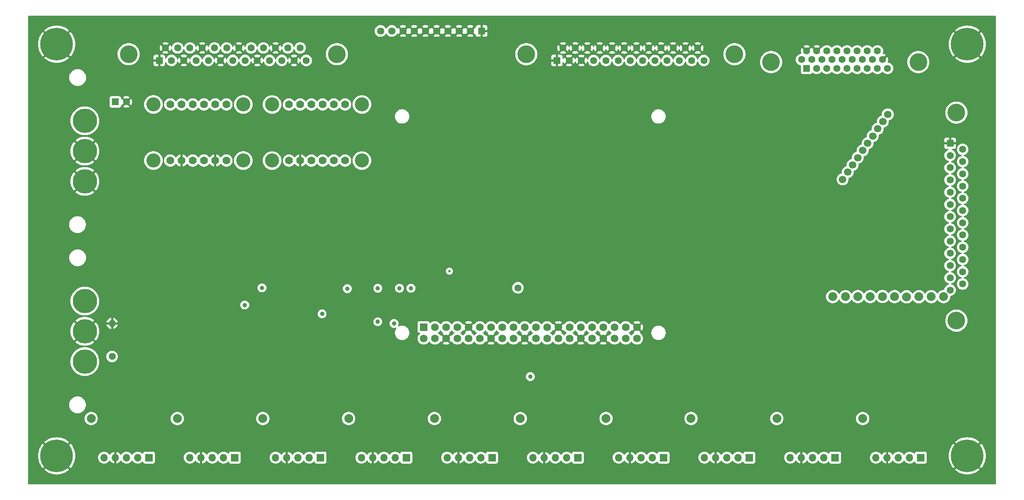
<source format=gbr>
%TF.GenerationSoftware,KiCad,Pcbnew,8.0.7*%
%TF.CreationDate,2025-03-17T18:41:29-07:00*%
%TF.ProjectId,launchController_noTemp,6c61756e-6368-4436-9f6e-74726f6c6c65,rev?*%
%TF.SameCoordinates,Original*%
%TF.FileFunction,Copper,L2,Inr*%
%TF.FilePolarity,Positive*%
%FSLAX46Y46*%
G04 Gerber Fmt 4.6, Leading zero omitted, Abs format (unit mm)*
G04 Created by KiCad (PCBNEW 8.0.7) date 2025-03-17 18:41:29*
%MOMM*%
%LPD*%
G01*
G04 APERTURE LIST*
%TA.AperFunction,ComponentPad*%
%ADD10R,1.700000X1.700000*%
%TD*%
%TA.AperFunction,ComponentPad*%
%ADD11O,1.700000X1.700000*%
%TD*%
%TA.AperFunction,ComponentPad*%
%ADD12C,5.500000*%
%TD*%
%TA.AperFunction,ComponentPad*%
%ADD13C,1.600000*%
%TD*%
%TA.AperFunction,ComponentPad*%
%ADD14O,1.600000X1.600000*%
%TD*%
%TA.AperFunction,ComponentPad*%
%ADD15C,7.400000*%
%TD*%
%TA.AperFunction,ComponentPad*%
%ADD16C,4.000000*%
%TD*%
%TA.AperFunction,ComponentPad*%
%ADD17R,1.600000X1.600000*%
%TD*%
%TA.AperFunction,ComponentPad*%
%ADD18R,1.635000X1.635000*%
%TD*%
%TA.AperFunction,ComponentPad*%
%ADD19C,1.635000*%
%TD*%
%TA.AperFunction,ComponentPad*%
%ADD20C,1.778000*%
%TD*%
%TA.AperFunction,ComponentPad*%
%ADD21C,3.200000*%
%TD*%
%TA.AperFunction,ComponentPad*%
%ADD22R,1.750000X1.750000*%
%TD*%
%TA.AperFunction,ComponentPad*%
%ADD23C,1.750000*%
%TD*%
%TA.AperFunction,ViaPad*%
%ADD24C,0.600000*%
%TD*%
%TA.AperFunction,ViaPad*%
%ADD25C,2.000000*%
%TD*%
%TA.AperFunction,ViaPad*%
%ADD26C,1.000000*%
%TD*%
%TA.AperFunction,ViaPad*%
%ADD27C,1.600000*%
%TD*%
%TA.AperFunction,ViaPad*%
%ADD28C,1.700000*%
%TD*%
G04 APERTURE END LIST*
D10*
%TO.N,/+24V_switched*%
%TO.C,J2*%
X143281753Y-182500000D03*
D11*
%TO.N,/+5V*%
X140741753Y-182500000D03*
%TO.N,/GPIO 17*%
X138201753Y-182500000D03*
%TO.N,GND*%
X135661753Y-182500000D03*
%TO.N,/RelayOut2*%
X133121753Y-182500000D03*
%TD*%
D10*
%TO.N,/+24V_switched*%
%TO.C,J8*%
X259692271Y-182500000D03*
D11*
%TO.N,/+5V*%
X257152271Y-182500000D03*
%TO.N,/GPIO 5*%
X254612271Y-182500000D03*
%TO.N,GND*%
X252072271Y-182500000D03*
%TO.N,/RelayOut8*%
X249532271Y-182500000D03*
%TD*%
D12*
%TO.N,/+24V*%
%TO.C,POWER1*%
X109365000Y-106260000D03*
%TO.N,GND*%
X109365000Y-113110000D03*
X109365000Y-119960000D03*
%TD*%
D13*
%TO.N,/+24V_switched*%
%TO.C,C15*%
X115540000Y-159610000D03*
D14*
%TO.N,GND*%
X115540000Y-152110000D03*
%TD*%
D10*
%TO.N,/+24V_switched*%
%TO.C,J6*%
X220888765Y-182500000D03*
D11*
%TO.N,/+5V*%
X218348765Y-182500000D03*
%TO.N,/GPIO 9*%
X215808765Y-182500000D03*
%TO.N,GND*%
X213268765Y-182500000D03*
%TO.N,/RelayOut6*%
X210728765Y-182500000D03*
%TD*%
D15*
%TO.N,GND*%
%TO.C,H1*%
X308990000Y-88910000D03*
%TD*%
D12*
%TO.N,/+24V*%
%TO.C,RELAY_ARM1*%
X109365000Y-147060000D03*
%TO.N,GND*%
X109365000Y-153910000D03*
%TO.N,/+24V_switched*%
X109365000Y-160760000D03*
%TD*%
D16*
%TO.N,N/C*%
%TO.C,J13*%
X297915000Y-92960000D03*
X264615000Y-92960000D03*
D17*
%TO.N,/guarded_RelayOut9*%
X272640000Y-94380000D03*
D13*
%TO.N,/guarded_RelayOut8*%
X274930000Y-94380000D03*
%TO.N,/guarded_RelayOut7*%
X277220000Y-94380000D03*
%TO.N,/guarded_RelayOut6*%
X279510000Y-94380000D03*
%TO.N,/guarded_RelayOut5*%
X281800000Y-94380000D03*
%TO.N,/guarded_RelayOut4*%
X284090000Y-94380000D03*
%TO.N,/guarded_RelayOut3*%
X286380000Y-94380000D03*
%TO.N,/guarded_RelayOut2*%
X288670000Y-94380000D03*
%TO.N,/guarded_RelayOut1*%
X290960000Y-94380000D03*
%TO.N,/guarded_RelayOut10*%
X271495000Y-92400000D03*
%TO.N,GND*%
X273785000Y-92400000D03*
X276075000Y-92400000D03*
X278365000Y-92400000D03*
X280655000Y-92400000D03*
X282945000Y-92400000D03*
X285235000Y-92400000D03*
X287525000Y-92400000D03*
X289815000Y-92400000D03*
X272640000Y-90420000D03*
X274930000Y-90420000D03*
%TO.N,/PressureSwitch_in3*%
X277220000Y-90420000D03*
%TO.N,/+24V_guarded*%
X279510000Y-90420000D03*
%TO.N,/PressureSwitch_in2*%
X281800000Y-90420000D03*
%TO.N,/+24V_guarded*%
X284090000Y-90420000D03*
%TO.N,/PressureSwitch_in1*%
X286380000Y-90420000D03*
%TO.N,/+24V_guarded*%
X288670000Y-90420000D03*
%TD*%
D10*
%TO.N,/+24V_switched*%
%TO.C,J5*%
X201487012Y-182500000D03*
D11*
%TO.N,/+5V*%
X198947012Y-182500000D03*
%TO.N,/GPIO 10*%
X196407012Y-182500000D03*
%TO.N,GND*%
X193867012Y-182500000D03*
%TO.N,/RelayOut5*%
X191327012Y-182500000D03*
%TD*%
D16*
%TO.N,N/C*%
%TO.C,J17*%
X166385000Y-91170331D03*
X119285000Y-91170331D03*
D17*
%TO.N,GND*%
X126215000Y-92590331D03*
D13*
%TO.N,/A8*%
X128985000Y-92590331D03*
%TO.N,GND*%
X131755000Y-92590331D03*
%TO.N,/A7*%
X134525000Y-92590331D03*
%TO.N,/A6*%
X137295000Y-92590331D03*
%TO.N,GND*%
X140065000Y-92590331D03*
%TO.N,/A5*%
X142835000Y-92590331D03*
%TO.N,/A4*%
X145605000Y-92590331D03*
%TO.N,GND*%
X148375000Y-92590331D03*
%TO.N,/A3*%
X151145000Y-92590331D03*
%TO.N,/A2*%
X153915000Y-92590331D03*
%TO.N,GND*%
X156685000Y-92590331D03*
%TO.N,/A1*%
X159455000Y-92590331D03*
%TO.N,GND*%
X127600000Y-89750331D03*
%TO.N,/+5V*%
X130370000Y-89750331D03*
X133140000Y-89750331D03*
%TO.N,GND*%
X135910000Y-89750331D03*
%TO.N,/+5V*%
X138680000Y-89750331D03*
X141450000Y-89750331D03*
%TO.N,GND*%
X144220000Y-89750331D03*
%TO.N,/+5V*%
X146990000Y-89750331D03*
X149760000Y-89750331D03*
%TO.N,GND*%
X152530000Y-89750331D03*
%TO.N,/+5V*%
X155300000Y-89750331D03*
X158070000Y-89750331D03*
%TD*%
D18*
%TO.N,GND*%
%TO.C,J12*%
X199110000Y-85920000D03*
D19*
X196570000Y-85920000D03*
X194030000Y-85920000D03*
X191490000Y-85920000D03*
X188950000Y-85920000D03*
X186410000Y-85920000D03*
X183870000Y-85920000D03*
X181330000Y-85920000D03*
%TO.N,/+5V*%
X178790000Y-85920000D03*
%TO.N,/+24V*%
X176250000Y-85920000D03*
%TD*%
D17*
%TO.N,/+24V*%
%TO.C,C1*%
X116257621Y-101960000D03*
D13*
%TO.N,GND*%
X118757621Y-101960000D03*
%TD*%
D20*
%TO.N,/+5V*%
%TO.C,U2*%
X128693000Y-115247000D03*
%TO.N,GND*%
X131233000Y-115247000D03*
%TO.N,/SCLB*%
X133773000Y-115247000D03*
%TO.N,/SDAB*%
X136313000Y-115247000D03*
%TO.N,GND*%
X138853000Y-115247000D03*
%TO.N,unconnected-(U2-ALERT{slash}RDY-Pad6)*%
X141393000Y-115247000D03*
%TO.N,unconnected-(U2-A+-Pad7)*%
X128693000Y-102547000D03*
%TO.N,/A8*%
X131233000Y-102547000D03*
%TO.N,/A7*%
X133773000Y-102547000D03*
%TO.N,/A6*%
X136313000Y-102547000D03*
%TO.N,/A5*%
X138853000Y-102547000D03*
%TO.N,unconnected-(U2-A--Pad12)*%
X141393000Y-102547000D03*
D21*
%TO.N,N/C*%
X124883000Y-102547000D03*
X124883000Y-115247000D03*
X145203000Y-102547000D03*
X145203000Y-115247000D03*
%TD*%
D15*
%TO.N,GND*%
%TO.C,H4*%
X102990000Y-182110000D03*
%TD*%
%TO.N,GND*%
%TO.C,H3*%
X102990000Y-88910000D03*
%TD*%
D10*
%TO.N,/+24V_switched*%
%TO.C,J9*%
X279094024Y-182500000D03*
D11*
%TO.N,/+5V*%
X276554024Y-182500000D03*
%TO.N,/GPIO 6*%
X274014024Y-182500000D03*
%TO.N,GND*%
X271474024Y-182500000D03*
%TO.N,/RelayOut9*%
X268934024Y-182500000D03*
%TD*%
D16*
%TO.N,N/C*%
%TO.C,J16*%
X256325000Y-91180000D03*
X209225000Y-91180000D03*
D17*
%TO.N,GND*%
X216155000Y-92600000D03*
D13*
X218925000Y-92600000D03*
X221695000Y-92600000D03*
%TO.N,Net-(J16-Pad4)*%
X224465000Y-92600000D03*
%TO.N,Net-(J16-Pad5)*%
X227235000Y-92600000D03*
%TO.N,Net-(J16-Pad6)*%
X230005000Y-92600000D03*
%TO.N,Net-(J16-Pad7)*%
X232775000Y-92600000D03*
%TO.N,Net-(J16-Pad8)*%
X235545000Y-92600000D03*
%TO.N,Net-(J16-Pad9)*%
X238315000Y-92600000D03*
%TO.N,Net-(J16-Pad10)*%
X241085000Y-92600000D03*
%TO.N,Net-(J16-Pad11)*%
X243855000Y-92600000D03*
%TO.N,Net-(J16-Pad12)*%
X246625000Y-92600000D03*
%TO.N,Net-(J16-Pad13)*%
X249395000Y-92600000D03*
%TO.N,GND*%
X217540000Y-89760000D03*
X220310000Y-89760000D03*
X223080000Y-89760000D03*
X225850000Y-89760000D03*
X228620000Y-89760000D03*
X231390000Y-89760000D03*
X234160000Y-89760000D03*
X236930000Y-89760000D03*
X239700000Y-89760000D03*
X242470000Y-89760000D03*
X245240000Y-89760000D03*
X248010000Y-89760000D03*
%TD*%
D20*
%TO.N,/+5V*%
%TO.C,U1*%
X155540000Y-115260000D03*
%TO.N,GND*%
X158080000Y-115260000D03*
%TO.N,/SCLB*%
X160620000Y-115260000D03*
%TO.N,/SDAB*%
X163160000Y-115260000D03*
%TO.N,/+5V*%
X165700000Y-115260000D03*
%TO.N,unconnected-(U1-ALERT{slash}RDY-Pad6)*%
X168240000Y-115260000D03*
%TO.N,unconnected-(U1-A+-Pad7)*%
X155540000Y-102560000D03*
%TO.N,/A4*%
X158080000Y-102560000D03*
%TO.N,/A3*%
X160620000Y-102560000D03*
%TO.N,/A2*%
X163160000Y-102560000D03*
%TO.N,/A1*%
X165700000Y-102560000D03*
%TO.N,unconnected-(U1-A--Pad12)*%
X168240000Y-102560000D03*
D21*
%TO.N,N/C*%
X151730000Y-102560000D03*
X151730000Y-115260000D03*
X172050000Y-102560000D03*
X172050000Y-115260000D03*
%TD*%
D10*
%TO.N,/+24V_switched*%
%TO.C,J1*%
X123880000Y-182500000D03*
D11*
%TO.N,/+5V*%
X121340000Y-182500000D03*
%TO.N,/GPIO 4*%
X118800000Y-182500000D03*
%TO.N,GND*%
X116260000Y-182500000D03*
%TO.N,/RelayOut1*%
X113720000Y-182500000D03*
%TD*%
D10*
%TO.N,/+24V_switched*%
%TO.C,J10*%
X298495777Y-182500000D03*
D11*
%TO.N,/+5V*%
X295955777Y-182500000D03*
%TO.N,/GPIO 13*%
X293415777Y-182500000D03*
%TO.N,GND*%
X290875777Y-182500000D03*
%TO.N,/RelayOut10*%
X288335777Y-182500000D03*
%TD*%
D15*
%TO.N,GND*%
%TO.C,H2*%
X308990000Y-182110000D03*
%TD*%
D16*
%TO.N,N/C*%
%TO.C,J14*%
X306529669Y-151505000D03*
X306529669Y-104405000D03*
D17*
%TO.N,GND*%
X305109669Y-111335000D03*
D13*
%TO.N,/PressureSwitch_in1*%
X305109669Y-114105000D03*
%TO.N,/PressureSwitch_in2*%
X305109669Y-116875000D03*
%TO.N,/RelayOut1*%
X305109669Y-119645000D03*
%TO.N,/RelayOut2*%
X305109669Y-122415000D03*
%TO.N,/RelayOut3*%
X305109669Y-125185000D03*
%TO.N,/RelayOut4*%
X305109669Y-127955000D03*
%TO.N,/RelayOut5*%
X305109669Y-130725000D03*
%TO.N,/RelayOut6*%
X305109669Y-133495000D03*
%TO.N,/RelayOut7*%
X305109669Y-136265000D03*
%TO.N,/RelayOut8*%
X305109669Y-139035000D03*
%TO.N,/RelayOut9*%
X305109669Y-141805000D03*
%TO.N,/RelayOut10*%
X305109669Y-144575000D03*
%TO.N,/+24V_guarded*%
X307949669Y-112720000D03*
%TO.N,/PressureSwitch_in3*%
X307949669Y-115490000D03*
%TO.N,/guarded_RelayOut1*%
X307949669Y-118260000D03*
%TO.N,/guarded_RelayOut2*%
X307949669Y-121030000D03*
%TO.N,/guarded_RelayOut3*%
X307949669Y-123800000D03*
%TO.N,/guarded_RelayOut4*%
X307949669Y-126570000D03*
%TO.N,/guarded_RelayOut5*%
X307949669Y-129340000D03*
%TO.N,/guarded_RelayOut6*%
X307949669Y-132110000D03*
%TO.N,/guarded_RelayOut7*%
X307949669Y-134880000D03*
%TO.N,/guarded_RelayOut8*%
X307949669Y-137650000D03*
%TO.N,/guarded_RelayOut9*%
X307949669Y-140420000D03*
%TO.N,/guarded_RelayOut10*%
X307949669Y-143190000D03*
%TD*%
D10*
%TO.N,/+24V_switched*%
%TO.C,J4*%
X182085259Y-182500000D03*
D11*
%TO.N,/+5V*%
X179545259Y-182500000D03*
%TO.N,/GPIO 22*%
X177005259Y-182500000D03*
%TO.N,GND*%
X174465259Y-182500000D03*
%TO.N,/RelayOut4*%
X171925259Y-182500000D03*
%TD*%
D10*
%TO.N,/+24V_switched*%
%TO.C,J7*%
X240290518Y-182500000D03*
D11*
%TO.N,/+5V*%
X237750518Y-182500000D03*
%TO.N,/GPIO 11*%
X235210518Y-182500000D03*
%TO.N,GND*%
X232670518Y-182500000D03*
%TO.N,/RelayOut7*%
X230130518Y-182500000D03*
%TD*%
D22*
%TO.N,/+3.3V*%
%TO.C,J11*%
X186010000Y-152990000D03*
D23*
%TO.N,/+5V*%
X186010000Y-155530000D03*
%TO.N,/SDAA*%
X188550000Y-152990000D03*
%TO.N,/+5V*%
X188550000Y-155530000D03*
%TO.N,/SCLA*%
X191090000Y-152990000D03*
%TO.N,GND*%
X191090000Y-155530000D03*
%TO.N,/GPIO 4*%
X193630000Y-152990000D03*
%TO.N,unconnected-(J11-GPIO14{slash}UART_TXD-Pad8)*%
X193630000Y-155530000D03*
%TO.N,GND*%
X196170000Y-152990000D03*
%TO.N,unconnected-(J11-GPIO15{slash}UART_RXD-Pad10)*%
X196170000Y-155530000D03*
%TO.N,/GPIO 17*%
X198710000Y-152990000D03*
%TO.N,unconnected-(J11-GPIO18{slash}SPI1_~{CE0}{slash}PCM_CLK{slash}PWM0-Pad12)*%
X198710000Y-155530000D03*
%TO.N,/GPIO 27*%
X201250000Y-152990000D03*
%TO.N,GND*%
X201250000Y-155530000D03*
%TO.N,/GPIO 22*%
X203790000Y-152990000D03*
%TO.N,unconnected-(J11-GPIO23{slash}SDIO_CMD-Pad16)*%
X203790000Y-155530000D03*
%TO.N,/+3.3V*%
X206330000Y-152990000D03*
%TO.N,unconnected-(J11-GPIO24{slash}SDIO_DAT0-Pad18)*%
X206330000Y-155530000D03*
%TO.N,/GPIO 10*%
X208870000Y-152990000D03*
%TO.N,GND*%
X208870000Y-155530000D03*
%TO.N,/GPIO 9*%
X211410000Y-152990000D03*
%TO.N,unconnected-(J11-GPIO25{slash}SDIO_DAT1-Pad22)*%
X211410000Y-155530000D03*
%TO.N,/GPIO 11*%
X213950000Y-152990000D03*
%TO.N,unconnected-(J11-~{CE0}_SPI0{slash}GPIO08-Pad24)*%
X213950000Y-155530000D03*
%TO.N,GND*%
X216490000Y-152990000D03*
%TO.N,unconnected-(J11-~{CE1}_SPI0{slash}GPIO07-Pad26)*%
X216490000Y-155530000D03*
%TO.N,unconnected-(J11-ID_SD_I2C0{slash}GPIO00-Pad27)*%
X219030000Y-152990000D03*
%TO.N,unconnected-(J11-ID_SC_I2C0{slash}GPIO01-Pad28)*%
X219030000Y-155530000D03*
%TO.N,/GPIO 5*%
X221570000Y-152990000D03*
%TO.N,GND*%
X221570000Y-155530000D03*
%TO.N,/GPIO 6*%
X224110000Y-152990000D03*
%TO.N,unconnected-(J11-GPIO12{slash}PWM0-Pad32)*%
X224110000Y-155530000D03*
%TO.N,/GPIO 13*%
X226650000Y-152990000D03*
%TO.N,GND*%
X226650000Y-155530000D03*
%TO.N,unconnected-(J11-GPIO19{slash}SPI1_MISO{slash}PCM_FS-Pad35)*%
X229190000Y-152990000D03*
%TO.N,unconnected-(J11-GPIO16{slash}SPI1_~{CE2}-Pad36)*%
X229190000Y-155530000D03*
%TO.N,unconnected-(J11-GPIO26{slash}SDIO_DAT2-Pad37)*%
X231730000Y-152990000D03*
%TO.N,unconnected-(J11-GPIO20{slash}SPI1_MOSI{slash}PCM_DIN{slash}PWM1-Pad38)*%
X231730000Y-155530000D03*
%TO.N,GND*%
X234270000Y-152990000D03*
%TO.N,unconnected-(J11-GPIO21{slash}SPI1_SCLK{slash}PCM_DOUT-Pad40)*%
X234270000Y-155530000D03*
%TD*%
D10*
%TO.N,/+24V_switched*%
%TO.C,J3*%
X162683506Y-182500000D03*
D11*
%TO.N,/+5V*%
X160143506Y-182500000D03*
%TO.N,/GPIO 27*%
X157603506Y-182500000D03*
%TO.N,GND*%
X155063506Y-182500000D03*
%TO.N,/RelayOut3*%
X152523506Y-182500000D03*
%TD*%
D24*
%TO.N,GND*%
X197981322Y-95426111D03*
X186843857Y-94281138D03*
X182368053Y-91019700D03*
X158948613Y-95068237D03*
X156051171Y-95045302D03*
X150365675Y-95122088D03*
X147396117Y-95098706D03*
X141565781Y-95143521D03*
X138750350Y-95154693D03*
X132973550Y-95112303D03*
X129916685Y-95112303D03*
D25*
X118618000Y-162814000D03*
X119272206Y-108057793D03*
D24*
X157734000Y-119126000D03*
X130810000Y-119126000D03*
X193548000Y-144272000D03*
X187706000Y-144272000D03*
X185928000Y-144272000D03*
X294386000Y-171196000D03*
X289560000Y-171958000D03*
X294132000Y-178562000D03*
X297434000Y-177038000D03*
X275082000Y-171196000D03*
X270256000Y-171958000D03*
X274828000Y-178562000D03*
X278130000Y-177038000D03*
X255524000Y-171196000D03*
X250698000Y-171958000D03*
X255270000Y-178562000D03*
X258572000Y-177038000D03*
X236474000Y-171196000D03*
X231648000Y-171958000D03*
X236220000Y-178562000D03*
X239522000Y-177038000D03*
X216916000Y-171196000D03*
X212090000Y-171958000D03*
X216662000Y-178562000D03*
X219964000Y-177038000D03*
X197358000Y-171196000D03*
X192532000Y-171958000D03*
X197866000Y-178562000D03*
X200406000Y-177038000D03*
X178054000Y-171196000D03*
X173228000Y-171958000D03*
X177800000Y-178562000D03*
X181102000Y-177038000D03*
X158750000Y-171196000D03*
X153924000Y-171958000D03*
X158496000Y-178562000D03*
X161798000Y-177038000D03*
X139192000Y-171196000D03*
X138938000Y-178562000D03*
X134366000Y-171958000D03*
X142240000Y-177038000D03*
X122936000Y-177038000D03*
X119634000Y-178562000D03*
X119888000Y-171196000D03*
X115062000Y-171958000D03*
X184940000Y-154460000D03*
D26*
%TO.N,/+5V*%
X180540000Y-144160000D03*
X179324000Y-152146000D03*
X149440000Y-144060000D03*
X183140000Y-144160000D03*
X145540000Y-147960000D03*
X175640000Y-144160000D03*
D24*
X191850500Y-140288500D03*
D26*
X175640000Y-151760000D03*
X210140000Y-164170000D03*
X163040000Y-149960000D03*
D27*
X207340000Y-144060000D03*
D26*
X168740000Y-144260000D03*
D25*
%TO.N,/RelayOut1*%
X278540000Y-146060000D03*
X110806464Y-173660000D03*
%TO.N,/RelayOut2*%
X130290000Y-173660000D03*
X281452335Y-146072335D03*
%TO.N,/RelayOut3*%
X284237335Y-146057334D03*
X149630458Y-173660000D03*
%TO.N,/RelayOut4*%
X287022335Y-146042334D03*
X169042455Y-173660000D03*
%TO.N,/RelayOut5*%
X188454452Y-173660000D03*
X289807335Y-146027335D03*
%TO.N,/RelayOut6*%
X292542335Y-146062335D03*
X207866449Y-173660000D03*
%TO.N,/RelayOut7*%
X227278446Y-173660000D03*
X295268222Y-146097335D03*
%TO.N,/RelayOut8*%
X246499967Y-173660000D03*
X298056259Y-146082335D03*
%TO.N,/RelayOut9*%
X300844296Y-146067335D03*
X265911964Y-173660000D03*
%TO.N,/RelayOut10*%
X303632334Y-146052334D03*
X285323961Y-173660000D03*
D28*
%TO.N,/guarded_RelayOut8*%
X283064707Y-116235293D03*
%TO.N,/guarded_RelayOut9*%
X281929707Y-117870293D03*
%TO.N,/guarded_RelayOut4*%
X287604707Y-109695293D03*
%TO.N,/guarded_RelayOut1*%
X291009707Y-104790293D03*
%TO.N,/guarded_RelayOut10*%
X280794707Y-119505293D03*
%TO.N,/guarded_RelayOut3*%
X288739707Y-108060293D03*
%TO.N,/guarded_RelayOut2*%
X289874707Y-106425293D03*
%TO.N,/guarded_RelayOut7*%
X284199707Y-114600293D03*
%TO.N,/guarded_RelayOut6*%
X285334707Y-112965293D03*
%TO.N,/guarded_RelayOut5*%
X286469707Y-111330293D03*
%TD*%
%TA.AperFunction,Conductor*%
%TO.N,GND*%
G36*
X189901904Y-153694596D02*
G01*
X189923809Y-153719875D01*
X190000814Y-153837742D01*
X190155208Y-154005458D01*
X190155212Y-154005461D01*
X190334552Y-154145047D01*
X190335094Y-154145469D01*
X190345211Y-154150944D01*
X190345736Y-154151228D01*
X190395328Y-154200446D01*
X190410438Y-154268662D01*
X190386268Y-154334218D01*
X190345744Y-154369336D01*
X190335366Y-154374952D01*
X190309015Y-154395461D01*
X190309015Y-154395463D01*
X190954057Y-155040504D01*
X190893919Y-155056619D01*
X190778080Y-155123498D01*
X190683498Y-155218080D01*
X190616619Y-155333919D01*
X190600504Y-155394058D01*
X189956873Y-154750427D01*
X189924107Y-154800581D01*
X189870961Y-154845938D01*
X189801730Y-154855362D01*
X189738394Y-154825861D01*
X189716489Y-154800581D01*
X189639185Y-154682257D01*
X189572361Y-154609667D01*
X189484794Y-154514544D01*
X189484793Y-154514543D01*
X189484791Y-154514541D01*
X189484787Y-154514538D01*
X189304909Y-154374533D01*
X189304900Y-154374527D01*
X189294789Y-154369056D01*
X189245197Y-154319838D01*
X189230087Y-154251621D01*
X189254257Y-154186065D01*
X189294789Y-154150944D01*
X189295314Y-154150660D01*
X189304906Y-154145469D01*
X189484794Y-154005456D01*
X189639183Y-153837745D01*
X189716191Y-153719874D01*
X189769337Y-153674518D01*
X189838568Y-153665094D01*
X189901904Y-153694596D01*
G37*
%TD.AperFunction*%
%TA.AperFunction,Conductor*%
G36*
X200061904Y-153694596D02*
G01*
X200083809Y-153719875D01*
X200160814Y-153837742D01*
X200315208Y-154005458D01*
X200315212Y-154005461D01*
X200494552Y-154145047D01*
X200495094Y-154145469D01*
X200505211Y-154150944D01*
X200505736Y-154151228D01*
X200555328Y-154200446D01*
X200570438Y-154268662D01*
X200546268Y-154334218D01*
X200505744Y-154369336D01*
X200495366Y-154374952D01*
X200469015Y-154395461D01*
X200469015Y-154395463D01*
X201114057Y-155040504D01*
X201053919Y-155056619D01*
X200938080Y-155123498D01*
X200843498Y-155218080D01*
X200776619Y-155333919D01*
X200760504Y-155394058D01*
X200116873Y-154750427D01*
X200084107Y-154800581D01*
X200030961Y-154845938D01*
X199961730Y-154855362D01*
X199898394Y-154825861D01*
X199876489Y-154800581D01*
X199799185Y-154682257D01*
X199732361Y-154609667D01*
X199644794Y-154514544D01*
X199644793Y-154514543D01*
X199644791Y-154514541D01*
X199644787Y-154514538D01*
X199464909Y-154374533D01*
X199464900Y-154374527D01*
X199454789Y-154369056D01*
X199405197Y-154319838D01*
X199390087Y-154251621D01*
X199414257Y-154186065D01*
X199454789Y-154150944D01*
X199455314Y-154150660D01*
X199464906Y-154145469D01*
X199644794Y-154005456D01*
X199799183Y-153837745D01*
X199876191Y-153719874D01*
X199929337Y-153674518D01*
X199998568Y-153665094D01*
X200061904Y-153694596D01*
G37*
%TD.AperFunction*%
%TA.AperFunction,Conductor*%
G36*
X207681904Y-153694596D02*
G01*
X207703809Y-153719875D01*
X207780814Y-153837742D01*
X207935208Y-154005458D01*
X207935212Y-154005461D01*
X208114552Y-154145047D01*
X208115094Y-154145469D01*
X208125211Y-154150944D01*
X208125736Y-154151228D01*
X208175328Y-154200446D01*
X208190438Y-154268662D01*
X208166268Y-154334218D01*
X208125744Y-154369336D01*
X208115366Y-154374952D01*
X208089015Y-154395461D01*
X208089015Y-154395463D01*
X208734057Y-155040504D01*
X208673919Y-155056619D01*
X208558080Y-155123498D01*
X208463498Y-155218080D01*
X208396619Y-155333919D01*
X208380504Y-155394058D01*
X207736873Y-154750427D01*
X207704107Y-154800581D01*
X207650961Y-154845938D01*
X207581730Y-154855362D01*
X207518394Y-154825861D01*
X207496489Y-154800581D01*
X207419185Y-154682257D01*
X207352361Y-154609667D01*
X207264794Y-154514544D01*
X207264793Y-154514543D01*
X207264791Y-154514541D01*
X207264787Y-154514538D01*
X207084909Y-154374533D01*
X207084900Y-154374527D01*
X207074789Y-154369056D01*
X207025197Y-154319838D01*
X207010087Y-154251621D01*
X207034257Y-154186065D01*
X207074789Y-154150944D01*
X207075314Y-154150660D01*
X207084906Y-154145469D01*
X207264794Y-154005456D01*
X207419183Y-153837745D01*
X207496191Y-153719874D01*
X207549337Y-153674518D01*
X207618568Y-153665094D01*
X207681904Y-153694596D01*
G37*
%TD.AperFunction*%
%TA.AperFunction,Conductor*%
G36*
X220381904Y-153694596D02*
G01*
X220403809Y-153719875D01*
X220480814Y-153837742D01*
X220635208Y-154005458D01*
X220635212Y-154005461D01*
X220814552Y-154145047D01*
X220815094Y-154145469D01*
X220825211Y-154150944D01*
X220825736Y-154151228D01*
X220875328Y-154200446D01*
X220890438Y-154268662D01*
X220866268Y-154334218D01*
X220825744Y-154369336D01*
X220815366Y-154374952D01*
X220789015Y-154395461D01*
X220789015Y-154395463D01*
X221434057Y-155040504D01*
X221373919Y-155056619D01*
X221258080Y-155123498D01*
X221163498Y-155218080D01*
X221096619Y-155333919D01*
X221080504Y-155394058D01*
X220436873Y-154750427D01*
X220404107Y-154800581D01*
X220350961Y-154845938D01*
X220281730Y-154855362D01*
X220218394Y-154825861D01*
X220196489Y-154800581D01*
X220119185Y-154682257D01*
X220052361Y-154609667D01*
X219964794Y-154514544D01*
X219964793Y-154514543D01*
X219964791Y-154514541D01*
X219964787Y-154514538D01*
X219784909Y-154374533D01*
X219784900Y-154374527D01*
X219774789Y-154369056D01*
X219725197Y-154319838D01*
X219710087Y-154251621D01*
X219734257Y-154186065D01*
X219774789Y-154150944D01*
X219775314Y-154150660D01*
X219784906Y-154145469D01*
X219964794Y-154005456D01*
X220119183Y-153837745D01*
X220196191Y-153719874D01*
X220249337Y-153674518D01*
X220318568Y-153665094D01*
X220381904Y-153694596D01*
G37*
%TD.AperFunction*%
%TA.AperFunction,Conductor*%
G36*
X225461904Y-153694596D02*
G01*
X225483809Y-153719875D01*
X225560814Y-153837742D01*
X225715208Y-154005458D01*
X225715212Y-154005461D01*
X225894552Y-154145047D01*
X225895094Y-154145469D01*
X225905211Y-154150944D01*
X225905736Y-154151228D01*
X225955328Y-154200446D01*
X225970438Y-154268662D01*
X225946268Y-154334218D01*
X225905744Y-154369336D01*
X225895366Y-154374952D01*
X225869015Y-154395461D01*
X225869015Y-154395463D01*
X226514057Y-155040504D01*
X226453919Y-155056619D01*
X226338080Y-155123498D01*
X226243498Y-155218080D01*
X226176619Y-155333919D01*
X226160504Y-155394058D01*
X225516873Y-154750427D01*
X225484107Y-154800581D01*
X225430961Y-154845938D01*
X225361730Y-154855362D01*
X225298394Y-154825861D01*
X225276489Y-154800581D01*
X225199185Y-154682257D01*
X225132361Y-154609667D01*
X225044794Y-154514544D01*
X225044793Y-154514543D01*
X225044791Y-154514541D01*
X225044787Y-154514538D01*
X224864909Y-154374533D01*
X224864900Y-154374527D01*
X224854789Y-154369056D01*
X224805197Y-154319838D01*
X224790087Y-154251621D01*
X224814257Y-154186065D01*
X224854789Y-154150944D01*
X224855314Y-154150660D01*
X224864906Y-154145469D01*
X225044794Y-154005456D01*
X225199183Y-153837745D01*
X225276191Y-153719874D01*
X225329337Y-153674518D01*
X225398568Y-153665094D01*
X225461904Y-153694596D01*
G37*
%TD.AperFunction*%
%TA.AperFunction,Conductor*%
G36*
X192441904Y-153694596D02*
G01*
X192463809Y-153719875D01*
X192540814Y-153837742D01*
X192695208Y-154005458D01*
X192695212Y-154005461D01*
X192874552Y-154145047D01*
X192875094Y-154145469D01*
X192875096Y-154145470D01*
X192875099Y-154145472D01*
X192885214Y-154150946D01*
X192934804Y-154200166D01*
X192949911Y-154268382D01*
X192925740Y-154333938D01*
X192885214Y-154369054D01*
X192875099Y-154374527D01*
X192875090Y-154374533D01*
X192695212Y-154514538D01*
X192695208Y-154514541D01*
X192540814Y-154682257D01*
X192463510Y-154800582D01*
X192410363Y-154845939D01*
X192341132Y-154855363D01*
X192277796Y-154825861D01*
X192255892Y-154800582D01*
X192223124Y-154750427D01*
X191579494Y-155394057D01*
X191563381Y-155333919D01*
X191496502Y-155218080D01*
X191401920Y-155123498D01*
X191286081Y-155056619D01*
X191225940Y-155040504D01*
X191870983Y-154395462D01*
X191844626Y-154374948D01*
X191834260Y-154369338D01*
X191784670Y-154320117D01*
X191769563Y-154251901D01*
X191793735Y-154186345D01*
X191834264Y-154151228D01*
X191834789Y-154150944D01*
X191844906Y-154145469D01*
X192024794Y-154005456D01*
X192179183Y-153837745D01*
X192256191Y-153719874D01*
X192309337Y-153674518D01*
X192378568Y-153665094D01*
X192441904Y-153694596D01*
G37*
%TD.AperFunction*%
%TA.AperFunction,Conductor*%
G36*
X202601904Y-153694596D02*
G01*
X202623809Y-153719875D01*
X202700814Y-153837742D01*
X202855208Y-154005458D01*
X202855212Y-154005461D01*
X203034552Y-154145047D01*
X203035094Y-154145469D01*
X203035096Y-154145470D01*
X203035099Y-154145472D01*
X203045214Y-154150946D01*
X203094804Y-154200166D01*
X203109911Y-154268382D01*
X203085740Y-154333938D01*
X203045214Y-154369054D01*
X203035099Y-154374527D01*
X203035090Y-154374533D01*
X202855212Y-154514538D01*
X202855208Y-154514541D01*
X202700814Y-154682257D01*
X202623510Y-154800582D01*
X202570363Y-154845939D01*
X202501132Y-154855363D01*
X202437796Y-154825861D01*
X202415892Y-154800582D01*
X202383124Y-154750427D01*
X201739494Y-155394057D01*
X201723381Y-155333919D01*
X201656502Y-155218080D01*
X201561920Y-155123498D01*
X201446081Y-155056619D01*
X201385940Y-155040504D01*
X202030983Y-154395462D01*
X202004626Y-154374948D01*
X201994260Y-154369338D01*
X201944670Y-154320117D01*
X201929563Y-154251901D01*
X201953735Y-154186345D01*
X201994264Y-154151228D01*
X201994789Y-154150944D01*
X202004906Y-154145469D01*
X202184794Y-154005456D01*
X202339183Y-153837745D01*
X202416191Y-153719874D01*
X202469337Y-153674518D01*
X202538568Y-153665094D01*
X202601904Y-153694596D01*
G37*
%TD.AperFunction*%
%TA.AperFunction,Conductor*%
G36*
X210221904Y-153694596D02*
G01*
X210243809Y-153719875D01*
X210320814Y-153837742D01*
X210475208Y-154005458D01*
X210475212Y-154005461D01*
X210654552Y-154145047D01*
X210655094Y-154145469D01*
X210655096Y-154145470D01*
X210655099Y-154145472D01*
X210665214Y-154150946D01*
X210714804Y-154200166D01*
X210729911Y-154268382D01*
X210705740Y-154333938D01*
X210665214Y-154369054D01*
X210655099Y-154374527D01*
X210655090Y-154374533D01*
X210475212Y-154514538D01*
X210475208Y-154514541D01*
X210320814Y-154682257D01*
X210243510Y-154800582D01*
X210190363Y-154845939D01*
X210121132Y-154855363D01*
X210057796Y-154825861D01*
X210035892Y-154800582D01*
X210003124Y-154750427D01*
X209359494Y-155394057D01*
X209343381Y-155333919D01*
X209276502Y-155218080D01*
X209181920Y-155123498D01*
X209066081Y-155056619D01*
X209005940Y-155040504D01*
X209650983Y-154395462D01*
X209624626Y-154374948D01*
X209614260Y-154369338D01*
X209564670Y-154320117D01*
X209549563Y-154251901D01*
X209573735Y-154186345D01*
X209614264Y-154151228D01*
X209614789Y-154150944D01*
X209624906Y-154145469D01*
X209804794Y-154005456D01*
X209959183Y-153837745D01*
X210036191Y-153719874D01*
X210089337Y-153674518D01*
X210158568Y-153665094D01*
X210221904Y-153694596D01*
G37*
%TD.AperFunction*%
%TA.AperFunction,Conductor*%
G36*
X222921904Y-153694596D02*
G01*
X222943809Y-153719875D01*
X223020814Y-153837742D01*
X223175208Y-154005458D01*
X223175212Y-154005461D01*
X223354552Y-154145047D01*
X223355094Y-154145469D01*
X223355096Y-154145470D01*
X223355099Y-154145472D01*
X223365214Y-154150946D01*
X223414804Y-154200166D01*
X223429911Y-154268382D01*
X223405740Y-154333938D01*
X223365214Y-154369054D01*
X223355099Y-154374527D01*
X223355090Y-154374533D01*
X223175212Y-154514538D01*
X223175208Y-154514541D01*
X223020814Y-154682257D01*
X222943510Y-154800582D01*
X222890363Y-154845939D01*
X222821132Y-154855363D01*
X222757796Y-154825861D01*
X222735892Y-154800582D01*
X222703124Y-154750427D01*
X222059494Y-155394057D01*
X222043381Y-155333919D01*
X221976502Y-155218080D01*
X221881920Y-155123498D01*
X221766081Y-155056619D01*
X221705940Y-155040504D01*
X222350983Y-154395462D01*
X222324626Y-154374948D01*
X222314260Y-154369338D01*
X222264670Y-154320117D01*
X222249563Y-154251901D01*
X222273735Y-154186345D01*
X222314264Y-154151228D01*
X222314789Y-154150944D01*
X222324906Y-154145469D01*
X222504794Y-154005456D01*
X222659183Y-153837745D01*
X222736191Y-153719874D01*
X222789337Y-153674518D01*
X222858568Y-153665094D01*
X222921904Y-153694596D01*
G37*
%TD.AperFunction*%
%TA.AperFunction,Conductor*%
G36*
X228001904Y-153694596D02*
G01*
X228023809Y-153719875D01*
X228100814Y-153837742D01*
X228255208Y-154005458D01*
X228255212Y-154005461D01*
X228434552Y-154145047D01*
X228435094Y-154145469D01*
X228435096Y-154145470D01*
X228435099Y-154145472D01*
X228445214Y-154150946D01*
X228494804Y-154200166D01*
X228509911Y-154268382D01*
X228485740Y-154333938D01*
X228445214Y-154369054D01*
X228435099Y-154374527D01*
X228435090Y-154374533D01*
X228255212Y-154514538D01*
X228255208Y-154514541D01*
X228100814Y-154682257D01*
X228023510Y-154800582D01*
X227970363Y-154845939D01*
X227901132Y-154855363D01*
X227837796Y-154825861D01*
X227815892Y-154800582D01*
X227783124Y-154750427D01*
X227139494Y-155394057D01*
X227123381Y-155333919D01*
X227056502Y-155218080D01*
X226961920Y-155123498D01*
X226846081Y-155056619D01*
X226785940Y-155040504D01*
X227430983Y-154395462D01*
X227404626Y-154374948D01*
X227394260Y-154369338D01*
X227344670Y-154320117D01*
X227329563Y-154251901D01*
X227353735Y-154186345D01*
X227394264Y-154151228D01*
X227394789Y-154150944D01*
X227404906Y-154145469D01*
X227584794Y-154005456D01*
X227739183Y-153837745D01*
X227816191Y-153719874D01*
X227869337Y-153674518D01*
X227938568Y-153665094D01*
X228001904Y-153694596D01*
G37*
%TD.AperFunction*%
%TA.AperFunction,Conductor*%
G36*
X195696619Y-153186081D02*
G01*
X195763498Y-153301920D01*
X195858080Y-153396502D01*
X195973919Y-153463381D01*
X196034057Y-153479494D01*
X195389015Y-154124536D01*
X195389015Y-154124538D01*
X195415360Y-154145043D01*
X195415370Y-154145050D01*
X195425737Y-154150660D01*
X195475328Y-154199879D01*
X195490436Y-154268095D01*
X195466266Y-154333651D01*
X195425743Y-154368767D01*
X195415100Y-154374527D01*
X195415090Y-154374533D01*
X195235212Y-154514538D01*
X195235208Y-154514541D01*
X195080817Y-154682255D01*
X195003809Y-154800125D01*
X194950662Y-154845481D01*
X194881431Y-154854905D01*
X194818095Y-154825403D01*
X194796191Y-154800125D01*
X194719183Y-154682255D01*
X194564794Y-154514544D01*
X194564793Y-154514543D01*
X194564791Y-154514541D01*
X194564787Y-154514538D01*
X194384909Y-154374533D01*
X194384900Y-154374527D01*
X194374789Y-154369056D01*
X194325197Y-154319838D01*
X194310087Y-154251621D01*
X194334257Y-154186065D01*
X194374789Y-154150944D01*
X194375314Y-154150660D01*
X194384906Y-154145469D01*
X194564794Y-154005456D01*
X194719183Y-153837745D01*
X194796490Y-153719416D01*
X194849635Y-153674061D01*
X194918866Y-153664637D01*
X194982202Y-153694138D01*
X195004107Y-153719417D01*
X195036874Y-153769570D01*
X195680504Y-153125940D01*
X195696619Y-153186081D01*
G37*
%TD.AperFunction*%
%TA.AperFunction,Conductor*%
G36*
X197303125Y-153769571D02*
G01*
X197335891Y-153719418D01*
X197389037Y-153674060D01*
X197458268Y-153664636D01*
X197521604Y-153694137D01*
X197543509Y-153719416D01*
X197620817Y-153837745D01*
X197712361Y-153937188D01*
X197775208Y-154005458D01*
X197775212Y-154005461D01*
X197954552Y-154145047D01*
X197955094Y-154145469D01*
X197955096Y-154145470D01*
X197955099Y-154145472D01*
X197965214Y-154150946D01*
X198014804Y-154200166D01*
X198029911Y-154268382D01*
X198005740Y-154333938D01*
X197965214Y-154369054D01*
X197955099Y-154374527D01*
X197955090Y-154374533D01*
X197775212Y-154514538D01*
X197775208Y-154514541D01*
X197620817Y-154682255D01*
X197543809Y-154800125D01*
X197490662Y-154845481D01*
X197421431Y-154854905D01*
X197358095Y-154825403D01*
X197336191Y-154800125D01*
X197259183Y-154682255D01*
X197104794Y-154514544D01*
X197104793Y-154514543D01*
X197104791Y-154514541D01*
X197104787Y-154514538D01*
X196924909Y-154374533D01*
X196924895Y-154374524D01*
X196914259Y-154368768D01*
X196864669Y-154319548D01*
X196849563Y-154251330D01*
X196873735Y-154185775D01*
X196914265Y-154150658D01*
X196924632Y-154145047D01*
X196924633Y-154145046D01*
X196950983Y-154124537D01*
X196950984Y-154124536D01*
X196305942Y-153479495D01*
X196366081Y-153463381D01*
X196481920Y-153396502D01*
X196576502Y-153301920D01*
X196643381Y-153186081D01*
X196659495Y-153125941D01*
X197303125Y-153769571D01*
G37*
%TD.AperFunction*%
%TA.AperFunction,Conductor*%
G36*
X216016619Y-153186081D02*
G01*
X216083498Y-153301920D01*
X216178080Y-153396502D01*
X216293919Y-153463381D01*
X216354057Y-153479494D01*
X215709015Y-154124536D01*
X215709015Y-154124538D01*
X215735360Y-154145043D01*
X215735370Y-154145050D01*
X215745737Y-154150660D01*
X215795328Y-154199879D01*
X215810436Y-154268095D01*
X215786266Y-154333651D01*
X215745743Y-154368767D01*
X215735100Y-154374527D01*
X215735090Y-154374533D01*
X215555212Y-154514538D01*
X215555208Y-154514541D01*
X215400817Y-154682255D01*
X215323809Y-154800125D01*
X215270662Y-154845481D01*
X215201431Y-154854905D01*
X215138095Y-154825403D01*
X215116191Y-154800125D01*
X215039183Y-154682255D01*
X214884794Y-154514544D01*
X214884793Y-154514543D01*
X214884791Y-154514541D01*
X214884787Y-154514538D01*
X214704909Y-154374533D01*
X214704900Y-154374527D01*
X214694789Y-154369056D01*
X214645197Y-154319838D01*
X214630087Y-154251621D01*
X214654257Y-154186065D01*
X214694789Y-154150944D01*
X214695314Y-154150660D01*
X214704906Y-154145469D01*
X214884794Y-154005456D01*
X215039183Y-153837745D01*
X215116490Y-153719416D01*
X215169635Y-153674061D01*
X215238866Y-153664637D01*
X215302202Y-153694138D01*
X215324107Y-153719417D01*
X215356874Y-153769570D01*
X216000504Y-153125940D01*
X216016619Y-153186081D01*
G37*
%TD.AperFunction*%
%TA.AperFunction,Conductor*%
G36*
X217623125Y-153769571D02*
G01*
X217655891Y-153719418D01*
X217709037Y-153674060D01*
X217778268Y-153664636D01*
X217841604Y-153694137D01*
X217863509Y-153719416D01*
X217940817Y-153837745D01*
X218032361Y-153937188D01*
X218095208Y-154005458D01*
X218095212Y-154005461D01*
X218274552Y-154145047D01*
X218275094Y-154145469D01*
X218275096Y-154145470D01*
X218275099Y-154145472D01*
X218285214Y-154150946D01*
X218334804Y-154200166D01*
X218349911Y-154268382D01*
X218325740Y-154333938D01*
X218285214Y-154369054D01*
X218275099Y-154374527D01*
X218275090Y-154374533D01*
X218095212Y-154514538D01*
X218095208Y-154514541D01*
X217940817Y-154682255D01*
X217863809Y-154800125D01*
X217810662Y-154845481D01*
X217741431Y-154854905D01*
X217678095Y-154825403D01*
X217656191Y-154800125D01*
X217579183Y-154682255D01*
X217424794Y-154514544D01*
X217424793Y-154514543D01*
X217424791Y-154514541D01*
X217424787Y-154514538D01*
X217244909Y-154374533D01*
X217244895Y-154374524D01*
X217234259Y-154368768D01*
X217184669Y-154319548D01*
X217169563Y-154251330D01*
X217193735Y-154185775D01*
X217234265Y-154150658D01*
X217244632Y-154145047D01*
X217244633Y-154145046D01*
X217270983Y-154124537D01*
X217270984Y-154124536D01*
X216625942Y-153479495D01*
X216686081Y-153463381D01*
X216801920Y-153396502D01*
X216896502Y-153301920D01*
X216963381Y-153186081D01*
X216979495Y-153125941D01*
X217623125Y-153769571D01*
G37*
%TD.AperFunction*%
%TA.AperFunction,Conductor*%
G36*
X233796619Y-153186081D02*
G01*
X233863498Y-153301920D01*
X233958080Y-153396502D01*
X234073919Y-153463381D01*
X234134057Y-153479494D01*
X233489015Y-154124536D01*
X233489015Y-154124538D01*
X233515360Y-154145043D01*
X233515370Y-154145050D01*
X233525737Y-154150660D01*
X233575328Y-154199879D01*
X233590436Y-154268095D01*
X233566266Y-154333651D01*
X233525743Y-154368767D01*
X233515100Y-154374527D01*
X233515090Y-154374533D01*
X233335212Y-154514538D01*
X233335208Y-154514541D01*
X233180817Y-154682255D01*
X233103809Y-154800125D01*
X233050662Y-154845481D01*
X232981431Y-154854905D01*
X232918095Y-154825403D01*
X232896191Y-154800125D01*
X232819183Y-154682255D01*
X232664794Y-154514544D01*
X232664793Y-154514543D01*
X232664791Y-154514541D01*
X232664787Y-154514538D01*
X232484909Y-154374533D01*
X232484900Y-154374527D01*
X232474789Y-154369056D01*
X232425197Y-154319838D01*
X232410087Y-154251621D01*
X232434257Y-154186065D01*
X232474789Y-154150944D01*
X232475314Y-154150660D01*
X232484906Y-154145469D01*
X232664794Y-154005456D01*
X232819183Y-153837745D01*
X232896490Y-153719416D01*
X232949635Y-153674061D01*
X233018866Y-153664637D01*
X233082202Y-153694138D01*
X233104107Y-153719417D01*
X233136874Y-153769570D01*
X233780504Y-153125939D01*
X233796619Y-153186081D01*
G37*
%TD.AperFunction*%
%TA.AperFunction,Conductor*%
G36*
X315382539Y-82480185D02*
G01*
X315428294Y-82532989D01*
X315439500Y-82584500D01*
X315439500Y-188435500D01*
X315419815Y-188502539D01*
X315367011Y-188548294D01*
X315315500Y-188559500D01*
X96664500Y-188559500D01*
X96597461Y-188539815D01*
X96551706Y-188487011D01*
X96540500Y-188435500D01*
X96540500Y-182110000D01*
X98784935Y-182110000D01*
X98805185Y-182522176D01*
X98865735Y-182930373D01*
X98966007Y-183330676D01*
X99105019Y-183719189D01*
X99105027Y-183719209D01*
X99281466Y-184092257D01*
X99493614Y-184446206D01*
X99739441Y-184777664D01*
X99848478Y-184897967D01*
X101517060Y-183229384D01*
X101596112Y-183332407D01*
X101767593Y-183503888D01*
X101870613Y-183582938D01*
X100202031Y-185251520D01*
X100322335Y-185360558D01*
X100653793Y-185606385D01*
X101007742Y-185818533D01*
X101380790Y-185994972D01*
X101380810Y-185994980D01*
X101769323Y-186133992D01*
X102169626Y-186234264D01*
X102577823Y-186294814D01*
X102990000Y-186315064D01*
X103402176Y-186294814D01*
X103810373Y-186234264D01*
X104210676Y-186133992D01*
X104599189Y-185994980D01*
X104599209Y-185994972D01*
X104972257Y-185818533D01*
X105326206Y-185606385D01*
X105657670Y-185360554D01*
X105777967Y-185251521D01*
X105777967Y-185251519D01*
X104109385Y-183582938D01*
X104212407Y-183503888D01*
X104383888Y-183332407D01*
X104462938Y-183229386D01*
X106131519Y-184897967D01*
X106131521Y-184897967D01*
X106240554Y-184777670D01*
X106486385Y-184446206D01*
X106698533Y-184092257D01*
X106874972Y-183719209D01*
X106874980Y-183719189D01*
X107013992Y-183330676D01*
X107114264Y-182930373D01*
X107174814Y-182522176D01*
X107175904Y-182499999D01*
X112364341Y-182499999D01*
X112364341Y-182500000D01*
X112384936Y-182735403D01*
X112384938Y-182735413D01*
X112446094Y-182963655D01*
X112446096Y-182963659D01*
X112446097Y-182963663D01*
X112525801Y-183134588D01*
X112545965Y-183177830D01*
X112545967Y-183177834D01*
X112652989Y-183330676D01*
X112681505Y-183371401D01*
X112848599Y-183538495D01*
X112945384Y-183606265D01*
X113042165Y-183674032D01*
X113042167Y-183674033D01*
X113042170Y-183674035D01*
X113256337Y-183773903D01*
X113484592Y-183835063D01*
X113661034Y-183850500D01*
X113719999Y-183855659D01*
X113720000Y-183855659D01*
X113720001Y-183855659D01*
X113778966Y-183850500D01*
X113955408Y-183835063D01*
X114183663Y-183773903D01*
X114397830Y-183674035D01*
X114591401Y-183538495D01*
X114758495Y-183371401D01*
X114888730Y-183185405D01*
X114943307Y-183141781D01*
X115012805Y-183134587D01*
X115075160Y-183166110D01*
X115091879Y-183185405D01*
X115221890Y-183371078D01*
X115388917Y-183538105D01*
X115582421Y-183673600D01*
X115796507Y-183773429D01*
X115796516Y-183773433D01*
X116010000Y-183830634D01*
X116010000Y-182933012D01*
X116067007Y-182965925D01*
X116194174Y-183000000D01*
X116325826Y-183000000D01*
X116452993Y-182965925D01*
X116510000Y-182933012D01*
X116510000Y-183830633D01*
X116723483Y-183773433D01*
X116723492Y-183773429D01*
X116937578Y-183673600D01*
X117131082Y-183538105D01*
X117298105Y-183371082D01*
X117428119Y-183185405D01*
X117482696Y-183141781D01*
X117552195Y-183134588D01*
X117614549Y-183166110D01*
X117631269Y-183185405D01*
X117761505Y-183371401D01*
X117928599Y-183538495D01*
X118025384Y-183606265D01*
X118122165Y-183674032D01*
X118122167Y-183674033D01*
X118122170Y-183674035D01*
X118336337Y-183773903D01*
X118564592Y-183835063D01*
X118741034Y-183850500D01*
X118799999Y-183855659D01*
X118800000Y-183855659D01*
X118800001Y-183855659D01*
X118858966Y-183850500D01*
X119035408Y-183835063D01*
X119263663Y-183773903D01*
X119477830Y-183674035D01*
X119671401Y-183538495D01*
X119838495Y-183371401D01*
X119968425Y-183185842D01*
X120023002Y-183142217D01*
X120092500Y-183135023D01*
X120154855Y-183166546D01*
X120171575Y-183185842D01*
X120301500Y-183371395D01*
X120301505Y-183371401D01*
X120468599Y-183538495D01*
X120565384Y-183606265D01*
X120662165Y-183674032D01*
X120662167Y-183674033D01*
X120662170Y-183674035D01*
X120876337Y-183773903D01*
X121104592Y-183835063D01*
X121281034Y-183850500D01*
X121339999Y-183855659D01*
X121340000Y-183855659D01*
X121340001Y-183855659D01*
X121398966Y-183850500D01*
X121575408Y-183835063D01*
X121803663Y-183773903D01*
X122017830Y-183674035D01*
X122211401Y-183538495D01*
X122333329Y-183416566D01*
X122394648Y-183383084D01*
X122464340Y-183388068D01*
X122520274Y-183429939D01*
X122537189Y-183460917D01*
X122586202Y-183592328D01*
X122586206Y-183592335D01*
X122672452Y-183707544D01*
X122672455Y-183707547D01*
X122787664Y-183793793D01*
X122787671Y-183793797D01*
X122922517Y-183844091D01*
X122922516Y-183844091D01*
X122929444Y-183844835D01*
X122982127Y-183850500D01*
X124777872Y-183850499D01*
X124837483Y-183844091D01*
X124972331Y-183793796D01*
X125087546Y-183707546D01*
X125173796Y-183592331D01*
X125224091Y-183457483D01*
X125230500Y-183397873D01*
X125230499Y-182499999D01*
X131766094Y-182499999D01*
X131766094Y-182500000D01*
X131786689Y-182735403D01*
X131786691Y-182735413D01*
X131847847Y-182963655D01*
X131847849Y-182963659D01*
X131847850Y-182963663D01*
X131927554Y-183134588D01*
X131947718Y-183177830D01*
X131947720Y-183177834D01*
X132054742Y-183330676D01*
X132083258Y-183371401D01*
X132250352Y-183538495D01*
X132347137Y-183606265D01*
X132443918Y-183674032D01*
X132443920Y-183674033D01*
X132443923Y-183674035D01*
X132658090Y-183773903D01*
X132886345Y-183835063D01*
X133062787Y-183850500D01*
X133121752Y-183855659D01*
X133121753Y-183855659D01*
X133121754Y-183855659D01*
X133180719Y-183850500D01*
X133357161Y-183835063D01*
X133585416Y-183773903D01*
X133799583Y-183674035D01*
X133993154Y-183538495D01*
X134160248Y-183371401D01*
X134290483Y-183185405D01*
X134345060Y-183141781D01*
X134414558Y-183134587D01*
X134476913Y-183166110D01*
X134493632Y-183185405D01*
X134623643Y-183371078D01*
X134790670Y-183538105D01*
X134984174Y-183673600D01*
X135198260Y-183773429D01*
X135198269Y-183773433D01*
X135411753Y-183830634D01*
X135411753Y-182933012D01*
X135468760Y-182965925D01*
X135595927Y-183000000D01*
X135727579Y-183000000D01*
X135854746Y-182965925D01*
X135911753Y-182933012D01*
X135911753Y-183830634D01*
X136125236Y-183773433D01*
X136125245Y-183773429D01*
X136339331Y-183673600D01*
X136532835Y-183538105D01*
X136699858Y-183371082D01*
X136829872Y-183185405D01*
X136884449Y-183141781D01*
X136953948Y-183134588D01*
X137016302Y-183166110D01*
X137033022Y-183185405D01*
X137163258Y-183371401D01*
X137330352Y-183538495D01*
X137427137Y-183606265D01*
X137523918Y-183674032D01*
X137523920Y-183674033D01*
X137523923Y-183674035D01*
X137738090Y-183773903D01*
X137966345Y-183835063D01*
X138142787Y-183850500D01*
X138201752Y-183855659D01*
X138201753Y-183855659D01*
X138201754Y-183855659D01*
X138260719Y-183850500D01*
X138437161Y-183835063D01*
X138665416Y-183773903D01*
X138879583Y-183674035D01*
X139073154Y-183538495D01*
X139240248Y-183371401D01*
X139370178Y-183185842D01*
X139424755Y-183142217D01*
X139494253Y-183135023D01*
X139556608Y-183166546D01*
X139573328Y-183185842D01*
X139703253Y-183371395D01*
X139703258Y-183371401D01*
X139870352Y-183538495D01*
X139967137Y-183606265D01*
X140063918Y-183674032D01*
X140063920Y-183674033D01*
X140063923Y-183674035D01*
X140278090Y-183773903D01*
X140506345Y-183835063D01*
X140682787Y-183850500D01*
X140741752Y-183855659D01*
X140741753Y-183855659D01*
X140741754Y-183855659D01*
X140800719Y-183850500D01*
X140977161Y-183835063D01*
X141205416Y-183773903D01*
X141419583Y-183674035D01*
X141613154Y-183538495D01*
X141735082Y-183416566D01*
X141796401Y-183383084D01*
X141866093Y-183388068D01*
X141922027Y-183429939D01*
X141938942Y-183460917D01*
X141987955Y-183592328D01*
X141987959Y-183592335D01*
X142074205Y-183707544D01*
X142074208Y-183707547D01*
X142189417Y-183793793D01*
X142189424Y-183793797D01*
X142324270Y-183844091D01*
X142324269Y-183844091D01*
X142331197Y-183844835D01*
X142383880Y-183850500D01*
X144179625Y-183850499D01*
X144239236Y-183844091D01*
X144374084Y-183793796D01*
X144489299Y-183707546D01*
X144575549Y-183592331D01*
X144625844Y-183457483D01*
X144632253Y-183397873D01*
X144632252Y-182499999D01*
X151167847Y-182499999D01*
X151167847Y-182500000D01*
X151188442Y-182735403D01*
X151188444Y-182735413D01*
X151249600Y-182963655D01*
X151249602Y-182963659D01*
X151249603Y-182963663D01*
X151329307Y-183134588D01*
X151349471Y-183177830D01*
X151349473Y-183177834D01*
X151456495Y-183330676D01*
X151485011Y-183371401D01*
X151652105Y-183538495D01*
X151748890Y-183606265D01*
X151845671Y-183674032D01*
X151845673Y-183674033D01*
X151845676Y-183674035D01*
X152059843Y-183773903D01*
X152288098Y-183835063D01*
X152464540Y-183850500D01*
X152523505Y-183855659D01*
X152523506Y-183855659D01*
X152523507Y-183855659D01*
X152582472Y-183850500D01*
X152758914Y-183835063D01*
X152987169Y-183773903D01*
X153201336Y-183674035D01*
X153394907Y-183538495D01*
X153562001Y-183371401D01*
X153692236Y-183185405D01*
X153746813Y-183141781D01*
X153816311Y-183134587D01*
X153878666Y-183166110D01*
X153895385Y-183185405D01*
X154025396Y-183371078D01*
X154192423Y-183538105D01*
X154385927Y-183673600D01*
X154600013Y-183773429D01*
X154600022Y-183773433D01*
X154813506Y-183830634D01*
X154813506Y-182933012D01*
X154870513Y-182965925D01*
X154997680Y-183000000D01*
X155129332Y-183000000D01*
X155256499Y-182965925D01*
X155313506Y-182933012D01*
X155313506Y-183830634D01*
X155526989Y-183773433D01*
X155526998Y-183773429D01*
X155741084Y-183673600D01*
X155934588Y-183538105D01*
X156101611Y-183371082D01*
X156231625Y-183185405D01*
X156286202Y-183141781D01*
X156355701Y-183134588D01*
X156418055Y-183166110D01*
X156434775Y-183185405D01*
X156565011Y-183371401D01*
X156732105Y-183538495D01*
X156828890Y-183606265D01*
X156925671Y-183674032D01*
X156925673Y-183674033D01*
X156925676Y-183674035D01*
X157139843Y-183773903D01*
X157368098Y-183835063D01*
X157544540Y-183850500D01*
X157603505Y-183855659D01*
X157603506Y-183855659D01*
X157603507Y-183855659D01*
X157662472Y-183850500D01*
X157838914Y-183835063D01*
X158067169Y-183773903D01*
X158281336Y-183674035D01*
X158474907Y-183538495D01*
X158642001Y-183371401D01*
X158771931Y-183185842D01*
X158826508Y-183142217D01*
X158896006Y-183135023D01*
X158958361Y-183166546D01*
X158975081Y-183185842D01*
X159105006Y-183371395D01*
X159105011Y-183371401D01*
X159272105Y-183538495D01*
X159368890Y-183606265D01*
X159465671Y-183674032D01*
X159465673Y-183674033D01*
X159465676Y-183674035D01*
X159679843Y-183773903D01*
X159908098Y-183835063D01*
X160084540Y-183850500D01*
X160143505Y-183855659D01*
X160143506Y-183855659D01*
X160143507Y-183855659D01*
X160202472Y-183850500D01*
X160378914Y-183835063D01*
X160607169Y-183773903D01*
X160821336Y-183674035D01*
X161014907Y-183538495D01*
X161136835Y-183416566D01*
X161198154Y-183383084D01*
X161267846Y-183388068D01*
X161323780Y-183429939D01*
X161340695Y-183460917D01*
X161389708Y-183592328D01*
X161389712Y-183592335D01*
X161475958Y-183707544D01*
X161475961Y-183707547D01*
X161591170Y-183793793D01*
X161591177Y-183793797D01*
X161726023Y-183844091D01*
X161726022Y-183844091D01*
X161732950Y-183844835D01*
X161785633Y-183850500D01*
X163581378Y-183850499D01*
X163640989Y-183844091D01*
X163775837Y-183793796D01*
X163891052Y-183707546D01*
X163977302Y-183592331D01*
X164027597Y-183457483D01*
X164034006Y-183397873D01*
X164034005Y-182499999D01*
X170569600Y-182499999D01*
X170569600Y-182500000D01*
X170590195Y-182735403D01*
X170590197Y-182735413D01*
X170651353Y-182963655D01*
X170651355Y-182963659D01*
X170651356Y-182963663D01*
X170731060Y-183134588D01*
X170751224Y-183177830D01*
X170751226Y-183177834D01*
X170858248Y-183330676D01*
X170886764Y-183371401D01*
X171053858Y-183538495D01*
X171150643Y-183606265D01*
X171247424Y-183674032D01*
X171247426Y-183674033D01*
X171247429Y-183674035D01*
X171461596Y-183773903D01*
X171689851Y-183835063D01*
X171866293Y-183850500D01*
X171925258Y-183855659D01*
X171925259Y-183855659D01*
X171925260Y-183855659D01*
X171984225Y-183850500D01*
X172160667Y-183835063D01*
X172388922Y-183773903D01*
X172603089Y-183674035D01*
X172796660Y-183538495D01*
X172963754Y-183371401D01*
X173093989Y-183185405D01*
X173148566Y-183141781D01*
X173218064Y-183134587D01*
X173280419Y-183166110D01*
X173297138Y-183185405D01*
X173427149Y-183371078D01*
X173594176Y-183538105D01*
X173787680Y-183673600D01*
X174001766Y-183773429D01*
X174001775Y-183773433D01*
X174215259Y-183830634D01*
X174215259Y-182933012D01*
X174272266Y-182965925D01*
X174399433Y-183000000D01*
X174531085Y-183000000D01*
X174658252Y-182965925D01*
X174715259Y-182933012D01*
X174715259Y-183830633D01*
X174928742Y-183773433D01*
X174928751Y-183773429D01*
X175142837Y-183673600D01*
X175336341Y-183538105D01*
X175503364Y-183371082D01*
X175633378Y-183185405D01*
X175687955Y-183141781D01*
X175757454Y-183134588D01*
X175819808Y-183166110D01*
X175836528Y-183185405D01*
X175966764Y-183371401D01*
X176133858Y-183538495D01*
X176230643Y-183606265D01*
X176327424Y-183674032D01*
X176327426Y-183674033D01*
X176327429Y-183674035D01*
X176541596Y-183773903D01*
X176769851Y-183835063D01*
X176946293Y-183850500D01*
X177005258Y-183855659D01*
X177005259Y-183855659D01*
X177005260Y-183855659D01*
X177064225Y-183850500D01*
X177240667Y-183835063D01*
X177468922Y-183773903D01*
X177683089Y-183674035D01*
X177876660Y-183538495D01*
X178043754Y-183371401D01*
X178173684Y-183185842D01*
X178228261Y-183142217D01*
X178297759Y-183135023D01*
X178360114Y-183166546D01*
X178376834Y-183185842D01*
X178506759Y-183371395D01*
X178506764Y-183371401D01*
X178673858Y-183538495D01*
X178770643Y-183606265D01*
X178867424Y-183674032D01*
X178867426Y-183674033D01*
X178867429Y-183674035D01*
X179081596Y-183773903D01*
X179309851Y-183835063D01*
X179486293Y-183850500D01*
X179545258Y-183855659D01*
X179545259Y-183855659D01*
X179545260Y-183855659D01*
X179604225Y-183850500D01*
X179780667Y-183835063D01*
X180008922Y-183773903D01*
X180223089Y-183674035D01*
X180416660Y-183538495D01*
X180538588Y-183416566D01*
X180599907Y-183383084D01*
X180669599Y-183388068D01*
X180725533Y-183429939D01*
X180742448Y-183460917D01*
X180791461Y-183592328D01*
X180791465Y-183592335D01*
X180877711Y-183707544D01*
X180877714Y-183707547D01*
X180992923Y-183793793D01*
X180992930Y-183793797D01*
X181127776Y-183844091D01*
X181127775Y-183844091D01*
X181134703Y-183844835D01*
X181187386Y-183850500D01*
X182983131Y-183850499D01*
X183042742Y-183844091D01*
X183177590Y-183793796D01*
X183292805Y-183707546D01*
X183379055Y-183592331D01*
X183429350Y-183457483D01*
X183435759Y-183397873D01*
X183435758Y-182499999D01*
X189971353Y-182499999D01*
X189971353Y-182500000D01*
X189991948Y-182735403D01*
X189991950Y-182735413D01*
X190053106Y-182963655D01*
X190053108Y-182963659D01*
X190053109Y-182963663D01*
X190132813Y-183134588D01*
X190152977Y-183177830D01*
X190152979Y-183177834D01*
X190260001Y-183330676D01*
X190288517Y-183371401D01*
X190455611Y-183538495D01*
X190552396Y-183606265D01*
X190649177Y-183674032D01*
X190649179Y-183674033D01*
X190649182Y-183674035D01*
X190863349Y-183773903D01*
X191091604Y-183835063D01*
X191268046Y-183850500D01*
X191327011Y-183855659D01*
X191327012Y-183855659D01*
X191327013Y-183855659D01*
X191385978Y-183850500D01*
X191562420Y-183835063D01*
X191790675Y-183773903D01*
X192004842Y-183674035D01*
X192198413Y-183538495D01*
X192365507Y-183371401D01*
X192495742Y-183185405D01*
X192550319Y-183141781D01*
X192619817Y-183134587D01*
X192682172Y-183166110D01*
X192698891Y-183185405D01*
X192828902Y-183371078D01*
X192995929Y-183538105D01*
X193189433Y-183673600D01*
X193403519Y-183773429D01*
X193403528Y-183773433D01*
X193617012Y-183830634D01*
X193617012Y-182933012D01*
X193674019Y-182965925D01*
X193801186Y-183000000D01*
X193932838Y-183000000D01*
X194060005Y-182965925D01*
X194117012Y-182933012D01*
X194117012Y-183830633D01*
X194330495Y-183773433D01*
X194330504Y-183773429D01*
X194544590Y-183673600D01*
X194738094Y-183538105D01*
X194905117Y-183371082D01*
X195035131Y-183185405D01*
X195089708Y-183141781D01*
X195159207Y-183134588D01*
X195221561Y-183166110D01*
X195238281Y-183185405D01*
X195368517Y-183371401D01*
X195535611Y-183538495D01*
X195632396Y-183606265D01*
X195729177Y-183674032D01*
X195729179Y-183674033D01*
X195729182Y-183674035D01*
X195943349Y-183773903D01*
X196171604Y-183835063D01*
X196348046Y-183850500D01*
X196407011Y-183855659D01*
X196407012Y-183855659D01*
X196407013Y-183855659D01*
X196465978Y-183850500D01*
X196642420Y-183835063D01*
X196870675Y-183773903D01*
X197084842Y-183674035D01*
X197278413Y-183538495D01*
X197445507Y-183371401D01*
X197575437Y-183185842D01*
X197630014Y-183142217D01*
X197699512Y-183135023D01*
X197761867Y-183166546D01*
X197778587Y-183185842D01*
X197908512Y-183371395D01*
X197908517Y-183371401D01*
X198075611Y-183538495D01*
X198172396Y-183606265D01*
X198269177Y-183674032D01*
X198269179Y-183674033D01*
X198269182Y-183674035D01*
X198483349Y-183773903D01*
X198711604Y-183835063D01*
X198888046Y-183850500D01*
X198947011Y-183855659D01*
X198947012Y-183855659D01*
X198947013Y-183855659D01*
X199005978Y-183850500D01*
X199182420Y-183835063D01*
X199410675Y-183773903D01*
X199624842Y-183674035D01*
X199818413Y-183538495D01*
X199940341Y-183416566D01*
X200001660Y-183383084D01*
X200071352Y-183388068D01*
X200127286Y-183429939D01*
X200144201Y-183460917D01*
X200193214Y-183592328D01*
X200193218Y-183592335D01*
X200279464Y-183707544D01*
X200279467Y-183707547D01*
X200394676Y-183793793D01*
X200394683Y-183793797D01*
X200529529Y-183844091D01*
X200529528Y-183844091D01*
X200536456Y-183844835D01*
X200589139Y-183850500D01*
X202384884Y-183850499D01*
X202444495Y-183844091D01*
X202579343Y-183793796D01*
X202694558Y-183707546D01*
X202780808Y-183592331D01*
X202831103Y-183457483D01*
X202837512Y-183397873D01*
X202837511Y-182499999D01*
X209373106Y-182499999D01*
X209373106Y-182500000D01*
X209393701Y-182735403D01*
X209393703Y-182735413D01*
X209454859Y-182963655D01*
X209454861Y-182963659D01*
X209454862Y-182963663D01*
X209534566Y-183134588D01*
X209554730Y-183177830D01*
X209554732Y-183177834D01*
X209661754Y-183330676D01*
X209690270Y-183371401D01*
X209857364Y-183538495D01*
X209954149Y-183606265D01*
X210050930Y-183674032D01*
X210050932Y-183674033D01*
X210050935Y-183674035D01*
X210265102Y-183773903D01*
X210493357Y-183835063D01*
X210669799Y-183850500D01*
X210728764Y-183855659D01*
X210728765Y-183855659D01*
X210728766Y-183855659D01*
X210787731Y-183850500D01*
X210964173Y-183835063D01*
X211192428Y-183773903D01*
X211406595Y-183674035D01*
X211600166Y-183538495D01*
X211767260Y-183371401D01*
X211897495Y-183185405D01*
X211952072Y-183141781D01*
X212021570Y-183134587D01*
X212083925Y-183166110D01*
X212100644Y-183185405D01*
X212230655Y-183371078D01*
X212397682Y-183538105D01*
X212591186Y-183673600D01*
X212805272Y-183773429D01*
X212805281Y-183773433D01*
X213018765Y-183830634D01*
X213018765Y-182933012D01*
X213075772Y-182965925D01*
X213202939Y-183000000D01*
X213334591Y-183000000D01*
X213461758Y-182965925D01*
X213518765Y-182933012D01*
X213518765Y-183830633D01*
X213732248Y-183773433D01*
X213732257Y-183773429D01*
X213946343Y-183673600D01*
X214139847Y-183538105D01*
X214306870Y-183371082D01*
X214436884Y-183185405D01*
X214491461Y-183141781D01*
X214560960Y-183134588D01*
X214623314Y-183166110D01*
X214640034Y-183185405D01*
X214770270Y-183371401D01*
X214937364Y-183538495D01*
X215034149Y-183606265D01*
X215130930Y-183674032D01*
X215130932Y-183674033D01*
X215130935Y-183674035D01*
X215345102Y-183773903D01*
X215573357Y-183835063D01*
X215749799Y-183850500D01*
X215808764Y-183855659D01*
X215808765Y-183855659D01*
X215808766Y-183855659D01*
X215867731Y-183850500D01*
X216044173Y-183835063D01*
X216272428Y-183773903D01*
X216486595Y-183674035D01*
X216680166Y-183538495D01*
X216847260Y-183371401D01*
X216977190Y-183185842D01*
X217031767Y-183142217D01*
X217101265Y-183135023D01*
X217163620Y-183166546D01*
X217180340Y-183185842D01*
X217310265Y-183371395D01*
X217310270Y-183371401D01*
X217477364Y-183538495D01*
X217574149Y-183606265D01*
X217670930Y-183674032D01*
X217670932Y-183674033D01*
X217670935Y-183674035D01*
X217885102Y-183773903D01*
X218113357Y-183835063D01*
X218289799Y-183850500D01*
X218348764Y-183855659D01*
X218348765Y-183855659D01*
X218348766Y-183855659D01*
X218407731Y-183850500D01*
X218584173Y-183835063D01*
X218812428Y-183773903D01*
X219026595Y-183674035D01*
X219220166Y-183538495D01*
X219342094Y-183416566D01*
X219403413Y-183383084D01*
X219473105Y-183388068D01*
X219529039Y-183429939D01*
X219545954Y-183460917D01*
X219594967Y-183592328D01*
X219594971Y-183592335D01*
X219681217Y-183707544D01*
X219681220Y-183707547D01*
X219796429Y-183793793D01*
X219796436Y-183793797D01*
X219931282Y-183844091D01*
X219931281Y-183844091D01*
X219938209Y-183844835D01*
X219990892Y-183850500D01*
X221786637Y-183850499D01*
X221846248Y-183844091D01*
X221981096Y-183793796D01*
X222096311Y-183707546D01*
X222182561Y-183592331D01*
X222232856Y-183457483D01*
X222239265Y-183397873D01*
X222239264Y-182499999D01*
X228774859Y-182499999D01*
X228774859Y-182500000D01*
X228795454Y-182735403D01*
X228795456Y-182735413D01*
X228856612Y-182963655D01*
X228856614Y-182963659D01*
X228856615Y-182963663D01*
X228936319Y-183134588D01*
X228956483Y-183177830D01*
X228956485Y-183177834D01*
X229063507Y-183330676D01*
X229092023Y-183371401D01*
X229259117Y-183538495D01*
X229355902Y-183606265D01*
X229452683Y-183674032D01*
X229452685Y-183674033D01*
X229452688Y-183674035D01*
X229666855Y-183773903D01*
X229895110Y-183835063D01*
X230071552Y-183850500D01*
X230130517Y-183855659D01*
X230130518Y-183855659D01*
X230130519Y-183855659D01*
X230189484Y-183850500D01*
X230365926Y-183835063D01*
X230594181Y-183773903D01*
X230808348Y-183674035D01*
X231001919Y-183538495D01*
X231169013Y-183371401D01*
X231299248Y-183185405D01*
X231353825Y-183141781D01*
X231423323Y-183134587D01*
X231485678Y-183166110D01*
X231502397Y-183185405D01*
X231632408Y-183371078D01*
X231799435Y-183538105D01*
X231992939Y-183673600D01*
X232207025Y-183773429D01*
X232207034Y-183773433D01*
X232420518Y-183830634D01*
X232420518Y-182933012D01*
X232477525Y-182965925D01*
X232604692Y-183000000D01*
X232736344Y-183000000D01*
X232863511Y-182965925D01*
X232920518Y-182933012D01*
X232920518Y-183830633D01*
X233134001Y-183773433D01*
X233134010Y-183773429D01*
X233348096Y-183673600D01*
X233541600Y-183538105D01*
X233708623Y-183371082D01*
X233838637Y-183185405D01*
X233893214Y-183141781D01*
X233962713Y-183134588D01*
X234025067Y-183166110D01*
X234041787Y-183185405D01*
X234172023Y-183371401D01*
X234339117Y-183538495D01*
X234435902Y-183606265D01*
X234532683Y-183674032D01*
X234532685Y-183674033D01*
X234532688Y-183674035D01*
X234746855Y-183773903D01*
X234975110Y-183835063D01*
X235151552Y-183850500D01*
X235210517Y-183855659D01*
X235210518Y-183855659D01*
X235210519Y-183855659D01*
X235269484Y-183850500D01*
X235445926Y-183835063D01*
X235674181Y-183773903D01*
X235888348Y-183674035D01*
X236081919Y-183538495D01*
X236249013Y-183371401D01*
X236378943Y-183185842D01*
X236433520Y-183142217D01*
X236503018Y-183135023D01*
X236565373Y-183166546D01*
X236582093Y-183185842D01*
X236712018Y-183371395D01*
X236712023Y-183371401D01*
X236879117Y-183538495D01*
X236975902Y-183606265D01*
X237072683Y-183674032D01*
X237072685Y-183674033D01*
X237072688Y-183674035D01*
X237286855Y-183773903D01*
X237515110Y-183835063D01*
X237691552Y-183850500D01*
X237750517Y-183855659D01*
X237750518Y-183855659D01*
X237750519Y-183855659D01*
X237809484Y-183850500D01*
X237985926Y-183835063D01*
X238214181Y-183773903D01*
X238428348Y-183674035D01*
X238621919Y-183538495D01*
X238743847Y-183416566D01*
X238805166Y-183383084D01*
X238874858Y-183388068D01*
X238930792Y-183429939D01*
X238947707Y-183460917D01*
X238996720Y-183592328D01*
X238996724Y-183592335D01*
X239082970Y-183707544D01*
X239082973Y-183707547D01*
X239198182Y-183793793D01*
X239198189Y-183793797D01*
X239333035Y-183844091D01*
X239333034Y-183844091D01*
X239339962Y-183844835D01*
X239392645Y-183850500D01*
X241188390Y-183850499D01*
X241248001Y-183844091D01*
X241382849Y-183793796D01*
X241498064Y-183707546D01*
X241584314Y-183592331D01*
X241634609Y-183457483D01*
X241641018Y-183397873D01*
X241641017Y-182499999D01*
X248176612Y-182499999D01*
X248176612Y-182500000D01*
X248197207Y-182735403D01*
X248197209Y-182735413D01*
X248258365Y-182963655D01*
X248258367Y-182963659D01*
X248258368Y-182963663D01*
X248338072Y-183134588D01*
X248358236Y-183177830D01*
X248358238Y-183177834D01*
X248465260Y-183330676D01*
X248493776Y-183371401D01*
X248660870Y-183538495D01*
X248757655Y-183606265D01*
X248854436Y-183674032D01*
X248854438Y-183674033D01*
X248854441Y-183674035D01*
X249068608Y-183773903D01*
X249296863Y-183835063D01*
X249473305Y-183850500D01*
X249532270Y-183855659D01*
X249532271Y-183855659D01*
X249532272Y-183855659D01*
X249591237Y-183850500D01*
X249767679Y-183835063D01*
X249995934Y-183773903D01*
X250210101Y-183674035D01*
X250403672Y-183538495D01*
X250570766Y-183371401D01*
X250701001Y-183185405D01*
X250755578Y-183141781D01*
X250825076Y-183134587D01*
X250887431Y-183166110D01*
X250904150Y-183185405D01*
X251034161Y-183371078D01*
X251201188Y-183538105D01*
X251394692Y-183673600D01*
X251608778Y-183773429D01*
X251608787Y-183773433D01*
X251822271Y-183830634D01*
X251822271Y-182933012D01*
X251879278Y-182965925D01*
X252006445Y-183000000D01*
X252138097Y-183000000D01*
X252265264Y-182965925D01*
X252322271Y-182933012D01*
X252322271Y-183830634D01*
X252535754Y-183773433D01*
X252535763Y-183773429D01*
X252749849Y-183673600D01*
X252943353Y-183538105D01*
X253110376Y-183371082D01*
X253240390Y-183185405D01*
X253294967Y-183141781D01*
X253364466Y-183134588D01*
X253426820Y-183166110D01*
X253443540Y-183185405D01*
X253573776Y-183371401D01*
X253740870Y-183538495D01*
X253837655Y-183606265D01*
X253934436Y-183674032D01*
X253934438Y-183674033D01*
X253934441Y-183674035D01*
X254148608Y-183773903D01*
X254376863Y-183835063D01*
X254553305Y-183850500D01*
X254612270Y-183855659D01*
X254612271Y-183855659D01*
X254612272Y-183855659D01*
X254671237Y-183850500D01*
X254847679Y-183835063D01*
X255075934Y-183773903D01*
X255290101Y-183674035D01*
X255483672Y-183538495D01*
X255650766Y-183371401D01*
X255780696Y-183185842D01*
X255835273Y-183142217D01*
X255904771Y-183135023D01*
X255967126Y-183166546D01*
X255983846Y-183185842D01*
X256113771Y-183371395D01*
X256113776Y-183371401D01*
X256280870Y-183538495D01*
X256377655Y-183606265D01*
X256474436Y-183674032D01*
X256474438Y-183674033D01*
X256474441Y-183674035D01*
X256688608Y-183773903D01*
X256916863Y-183835063D01*
X257093305Y-183850500D01*
X257152270Y-183855659D01*
X257152271Y-183855659D01*
X257152272Y-183855659D01*
X257211237Y-183850500D01*
X257387679Y-183835063D01*
X257615934Y-183773903D01*
X257830101Y-183674035D01*
X258023672Y-183538495D01*
X258145600Y-183416566D01*
X258206919Y-183383084D01*
X258276611Y-183388068D01*
X258332545Y-183429939D01*
X258349460Y-183460917D01*
X258398473Y-183592328D01*
X258398477Y-183592335D01*
X258484723Y-183707544D01*
X258484726Y-183707547D01*
X258599935Y-183793793D01*
X258599942Y-183793797D01*
X258734788Y-183844091D01*
X258734787Y-183844091D01*
X258741715Y-183844835D01*
X258794398Y-183850500D01*
X260590143Y-183850499D01*
X260649754Y-183844091D01*
X260784602Y-183793796D01*
X260899817Y-183707546D01*
X260986067Y-183592331D01*
X261036362Y-183457483D01*
X261042771Y-183397873D01*
X261042770Y-182499999D01*
X267578365Y-182499999D01*
X267578365Y-182500000D01*
X267598960Y-182735403D01*
X267598962Y-182735413D01*
X267660118Y-182963655D01*
X267660120Y-182963659D01*
X267660121Y-182963663D01*
X267739825Y-183134588D01*
X267759989Y-183177830D01*
X267759991Y-183177834D01*
X267867013Y-183330676D01*
X267895529Y-183371401D01*
X268062623Y-183538495D01*
X268159408Y-183606265D01*
X268256189Y-183674032D01*
X268256191Y-183674033D01*
X268256194Y-183674035D01*
X268470361Y-183773903D01*
X268698616Y-183835063D01*
X268875058Y-183850500D01*
X268934023Y-183855659D01*
X268934024Y-183855659D01*
X268934025Y-183855659D01*
X268992990Y-183850500D01*
X269169432Y-183835063D01*
X269397687Y-183773903D01*
X269611854Y-183674035D01*
X269805425Y-183538495D01*
X269972519Y-183371401D01*
X270102754Y-183185405D01*
X270157331Y-183141781D01*
X270226829Y-183134587D01*
X270289184Y-183166110D01*
X270305903Y-183185405D01*
X270435914Y-183371078D01*
X270602941Y-183538105D01*
X270796445Y-183673600D01*
X271010531Y-183773429D01*
X271010540Y-183773433D01*
X271224024Y-183830634D01*
X271224024Y-182933012D01*
X271281031Y-182965925D01*
X271408198Y-183000000D01*
X271539850Y-183000000D01*
X271667017Y-182965925D01*
X271724024Y-182933012D01*
X271724024Y-183830634D01*
X271937507Y-183773433D01*
X271937516Y-183773429D01*
X272151602Y-183673600D01*
X272345106Y-183538105D01*
X272512129Y-183371082D01*
X272642143Y-183185405D01*
X272696720Y-183141781D01*
X272766219Y-183134588D01*
X272828573Y-183166110D01*
X272845293Y-183185405D01*
X272975529Y-183371401D01*
X273142623Y-183538495D01*
X273239408Y-183606265D01*
X273336189Y-183674032D01*
X273336191Y-183674033D01*
X273336194Y-183674035D01*
X273550361Y-183773903D01*
X273778616Y-183835063D01*
X273955058Y-183850500D01*
X274014023Y-183855659D01*
X274014024Y-183855659D01*
X274014025Y-183855659D01*
X274072990Y-183850500D01*
X274249432Y-183835063D01*
X274477687Y-183773903D01*
X274691854Y-183674035D01*
X274885425Y-183538495D01*
X275052519Y-183371401D01*
X275182449Y-183185842D01*
X275237026Y-183142217D01*
X275306524Y-183135023D01*
X275368879Y-183166546D01*
X275385599Y-183185842D01*
X275515524Y-183371395D01*
X275515529Y-183371401D01*
X275682623Y-183538495D01*
X275779408Y-183606265D01*
X275876189Y-183674032D01*
X275876191Y-183674033D01*
X275876194Y-183674035D01*
X276090361Y-183773903D01*
X276318616Y-183835063D01*
X276495058Y-183850500D01*
X276554023Y-183855659D01*
X276554024Y-183855659D01*
X276554025Y-183855659D01*
X276612990Y-183850500D01*
X276789432Y-183835063D01*
X277017687Y-183773903D01*
X277231854Y-183674035D01*
X277425425Y-183538495D01*
X277547353Y-183416566D01*
X277608672Y-183383084D01*
X277678364Y-183388068D01*
X277734298Y-183429939D01*
X277751213Y-183460917D01*
X277800226Y-183592328D01*
X277800230Y-183592335D01*
X277886476Y-183707544D01*
X277886479Y-183707547D01*
X278001688Y-183793793D01*
X278001695Y-183793797D01*
X278136541Y-183844091D01*
X278136540Y-183844091D01*
X278143468Y-183844835D01*
X278196151Y-183850500D01*
X279991896Y-183850499D01*
X280051507Y-183844091D01*
X280186355Y-183793796D01*
X280301570Y-183707546D01*
X280387820Y-183592331D01*
X280438115Y-183457483D01*
X280444524Y-183397873D01*
X280444523Y-182499999D01*
X286980118Y-182499999D01*
X286980118Y-182500000D01*
X287000713Y-182735403D01*
X287000715Y-182735413D01*
X287061871Y-182963655D01*
X287061873Y-182963659D01*
X287061874Y-182963663D01*
X287141578Y-183134588D01*
X287161742Y-183177830D01*
X287161744Y-183177834D01*
X287268766Y-183330676D01*
X287297282Y-183371401D01*
X287464376Y-183538495D01*
X287561161Y-183606265D01*
X287657942Y-183674032D01*
X287657944Y-183674033D01*
X287657947Y-183674035D01*
X287872114Y-183773903D01*
X288100369Y-183835063D01*
X288276811Y-183850500D01*
X288335776Y-183855659D01*
X288335777Y-183855659D01*
X288335778Y-183855659D01*
X288394743Y-183850500D01*
X288571185Y-183835063D01*
X288799440Y-183773903D01*
X289013607Y-183674035D01*
X289207178Y-183538495D01*
X289374272Y-183371401D01*
X289504507Y-183185405D01*
X289559084Y-183141781D01*
X289628582Y-183134587D01*
X289690937Y-183166110D01*
X289707656Y-183185405D01*
X289837667Y-183371078D01*
X290004694Y-183538105D01*
X290198198Y-183673600D01*
X290412284Y-183773429D01*
X290412293Y-183773433D01*
X290625777Y-183830634D01*
X290625777Y-182933012D01*
X290682784Y-182965925D01*
X290809951Y-183000000D01*
X290941603Y-183000000D01*
X291068770Y-182965925D01*
X291125777Y-182933012D01*
X291125777Y-183830633D01*
X291339260Y-183773433D01*
X291339269Y-183773429D01*
X291553355Y-183673600D01*
X291746859Y-183538105D01*
X291913882Y-183371082D01*
X292043896Y-183185405D01*
X292098473Y-183141781D01*
X292167972Y-183134588D01*
X292230326Y-183166110D01*
X292247046Y-183185405D01*
X292377282Y-183371401D01*
X292544376Y-183538495D01*
X292641161Y-183606265D01*
X292737942Y-183674032D01*
X292737944Y-183674033D01*
X292737947Y-183674035D01*
X292952114Y-183773903D01*
X293180369Y-183835063D01*
X293356811Y-183850500D01*
X293415776Y-183855659D01*
X293415777Y-183855659D01*
X293415778Y-183855659D01*
X293474743Y-183850500D01*
X293651185Y-183835063D01*
X293879440Y-183773903D01*
X294093607Y-183674035D01*
X294287178Y-183538495D01*
X294454272Y-183371401D01*
X294584202Y-183185842D01*
X294638779Y-183142217D01*
X294708277Y-183135023D01*
X294770632Y-183166546D01*
X294787352Y-183185842D01*
X294917277Y-183371395D01*
X294917282Y-183371401D01*
X295084376Y-183538495D01*
X295181161Y-183606265D01*
X295277942Y-183674032D01*
X295277944Y-183674033D01*
X295277947Y-183674035D01*
X295492114Y-183773903D01*
X295720369Y-183835063D01*
X295896811Y-183850500D01*
X295955776Y-183855659D01*
X295955777Y-183855659D01*
X295955778Y-183855659D01*
X296014743Y-183850500D01*
X296191185Y-183835063D01*
X296419440Y-183773903D01*
X296633607Y-183674035D01*
X296827178Y-183538495D01*
X296949106Y-183416566D01*
X297010425Y-183383084D01*
X297080117Y-183388068D01*
X297136051Y-183429939D01*
X297152966Y-183460917D01*
X297201979Y-183592328D01*
X297201983Y-183592335D01*
X297288229Y-183707544D01*
X297288232Y-183707547D01*
X297403441Y-183793793D01*
X297403448Y-183793797D01*
X297538294Y-183844091D01*
X297538293Y-183844091D01*
X297545221Y-183844835D01*
X297597904Y-183850500D01*
X299393649Y-183850499D01*
X299453260Y-183844091D01*
X299588108Y-183793796D01*
X299703323Y-183707546D01*
X299789573Y-183592331D01*
X299839868Y-183457483D01*
X299846277Y-183397873D01*
X299846276Y-182110000D01*
X304784935Y-182110000D01*
X304805185Y-182522176D01*
X304865735Y-182930373D01*
X304966007Y-183330676D01*
X305105019Y-183719189D01*
X305105027Y-183719209D01*
X305281466Y-184092257D01*
X305493614Y-184446206D01*
X305739441Y-184777664D01*
X305848478Y-184897967D01*
X307517060Y-183229384D01*
X307596112Y-183332407D01*
X307767593Y-183503888D01*
X307870613Y-183582938D01*
X306202031Y-185251520D01*
X306322335Y-185360558D01*
X306653793Y-185606385D01*
X307007742Y-185818533D01*
X307380790Y-185994972D01*
X307380810Y-185994980D01*
X307769323Y-186133992D01*
X308169626Y-186234264D01*
X308577823Y-186294814D01*
X308990000Y-186315064D01*
X309402176Y-186294814D01*
X309810373Y-186234264D01*
X310210676Y-186133992D01*
X310599189Y-185994980D01*
X310599209Y-185994972D01*
X310972257Y-185818533D01*
X311326206Y-185606385D01*
X311657670Y-185360554D01*
X311777967Y-185251521D01*
X311777967Y-185251519D01*
X310109385Y-183582938D01*
X310212407Y-183503888D01*
X310383888Y-183332407D01*
X310462938Y-183229385D01*
X312131519Y-184897967D01*
X312131521Y-184897967D01*
X312240554Y-184777670D01*
X312486385Y-184446206D01*
X312698533Y-184092257D01*
X312874972Y-183719209D01*
X312874980Y-183719189D01*
X313013992Y-183330676D01*
X313114264Y-182930373D01*
X313174814Y-182522176D01*
X313195064Y-182110000D01*
X313174814Y-181697823D01*
X313114264Y-181289626D01*
X313013992Y-180889323D01*
X312874980Y-180500810D01*
X312874972Y-180500790D01*
X312698533Y-180127742D01*
X312486385Y-179773793D01*
X312240558Y-179442335D01*
X312131520Y-179322031D01*
X310462938Y-180990613D01*
X310383888Y-180887593D01*
X310212407Y-180716112D01*
X310109384Y-180637060D01*
X311777967Y-178968478D01*
X311657664Y-178859441D01*
X311326206Y-178613614D01*
X310972257Y-178401466D01*
X310599209Y-178225027D01*
X310599189Y-178225019D01*
X310210676Y-178086007D01*
X309810373Y-177985735D01*
X309402176Y-177925185D01*
X308990000Y-177904935D01*
X308577823Y-177925185D01*
X308169626Y-177985735D01*
X307769323Y-178086007D01*
X307380810Y-178225019D01*
X307380790Y-178225027D01*
X307007742Y-178401466D01*
X306653793Y-178613614D01*
X306322329Y-178859445D01*
X306202031Y-178968477D01*
X306202031Y-178968478D01*
X307870614Y-180637061D01*
X307767593Y-180716112D01*
X307596112Y-180887593D01*
X307517061Y-180990614D01*
X305848478Y-179322031D01*
X305848477Y-179322031D01*
X305739445Y-179442329D01*
X305493614Y-179773793D01*
X305281466Y-180127742D01*
X305105027Y-180500790D01*
X305105019Y-180500810D01*
X304966007Y-180889323D01*
X304865735Y-181289626D01*
X304805185Y-181697823D01*
X304784935Y-182110000D01*
X299846276Y-182110000D01*
X299846276Y-181602128D01*
X299839868Y-181542517D01*
X299838587Y-181539083D01*
X299789574Y-181407671D01*
X299789570Y-181407664D01*
X299703324Y-181292455D01*
X299703321Y-181292452D01*
X299588112Y-181206206D01*
X299588105Y-181206202D01*
X299453259Y-181155908D01*
X299453260Y-181155908D01*
X299393660Y-181149501D01*
X299393658Y-181149500D01*
X299393650Y-181149500D01*
X299393641Y-181149500D01*
X297597906Y-181149500D01*
X297597900Y-181149501D01*
X297538293Y-181155908D01*
X297403448Y-181206202D01*
X297403441Y-181206206D01*
X297288232Y-181292452D01*
X297288229Y-181292455D01*
X297201983Y-181407664D01*
X297201980Y-181407669D01*
X297152966Y-181539083D01*
X297111094Y-181595016D01*
X297045630Y-181619433D01*
X296977357Y-181604581D01*
X296949103Y-181583430D01*
X296827179Y-181461506D01*
X296827172Y-181461501D01*
X296633611Y-181325967D01*
X296633607Y-181325965D01*
X296633605Y-181325964D01*
X296419440Y-181226097D01*
X296419436Y-181226096D01*
X296419432Y-181226094D01*
X296191190Y-181164938D01*
X296191180Y-181164936D01*
X295955778Y-181144341D01*
X295955776Y-181144341D01*
X295720373Y-181164936D01*
X295720363Y-181164938D01*
X295492121Y-181226094D01*
X295492112Y-181226098D01*
X295277948Y-181325964D01*
X295277946Y-181325965D01*
X295084374Y-181461505D01*
X294917282Y-181628597D01*
X294787352Y-181814158D01*
X294732775Y-181857783D01*
X294663277Y-181864977D01*
X294600922Y-181833454D01*
X294584202Y-181814158D01*
X294454271Y-181628597D01*
X294287179Y-181461506D01*
X294287172Y-181461501D01*
X294093611Y-181325967D01*
X294093607Y-181325965D01*
X294093605Y-181325964D01*
X293879440Y-181226097D01*
X293879436Y-181226096D01*
X293879432Y-181226094D01*
X293651190Y-181164938D01*
X293651180Y-181164936D01*
X293415778Y-181144341D01*
X293415776Y-181144341D01*
X293180373Y-181164936D01*
X293180363Y-181164938D01*
X292952121Y-181226094D01*
X292952112Y-181226098D01*
X292737948Y-181325964D01*
X292737946Y-181325965D01*
X292544374Y-181461505D01*
X292377285Y-181628594D01*
X292247046Y-181814595D01*
X292192469Y-181858219D01*
X292122970Y-181865412D01*
X292060616Y-181833890D01*
X292043896Y-181814594D01*
X291913890Y-181628926D01*
X291913885Y-181628920D01*
X291746859Y-181461894D01*
X291553355Y-181326399D01*
X291339269Y-181226570D01*
X291339263Y-181226567D01*
X291125777Y-181169364D01*
X291125777Y-182066988D01*
X291068770Y-182034075D01*
X290941603Y-182000000D01*
X290809951Y-182000000D01*
X290682784Y-182034075D01*
X290625777Y-182066988D01*
X290625777Y-181169364D01*
X290625776Y-181169364D01*
X290412290Y-181226567D01*
X290412284Y-181226570D01*
X290198199Y-181326399D01*
X290198197Y-181326400D01*
X290004703Y-181461886D01*
X290004697Y-181461891D01*
X289837668Y-181628920D01*
X289837667Y-181628922D01*
X289707657Y-181814595D01*
X289653080Y-181858219D01*
X289583581Y-181865412D01*
X289521227Y-181833890D01*
X289504507Y-181814594D01*
X289374271Y-181628597D01*
X289207179Y-181461506D01*
X289207172Y-181461501D01*
X289013611Y-181325967D01*
X289013607Y-181325965D01*
X289013605Y-181325964D01*
X288799440Y-181226097D01*
X288799436Y-181226096D01*
X288799432Y-181226094D01*
X288571190Y-181164938D01*
X288571180Y-181164936D01*
X288335778Y-181144341D01*
X288335776Y-181144341D01*
X288100373Y-181164936D01*
X288100363Y-181164938D01*
X287872121Y-181226094D01*
X287872112Y-181226098D01*
X287657948Y-181325964D01*
X287657946Y-181325965D01*
X287464374Y-181461505D01*
X287297282Y-181628597D01*
X287161742Y-181822169D01*
X287161741Y-181822171D01*
X287061875Y-182036335D01*
X287061871Y-182036344D01*
X287000715Y-182264586D01*
X287000713Y-182264596D01*
X286980118Y-182499999D01*
X280444523Y-182499999D01*
X280444523Y-181602128D01*
X280438115Y-181542517D01*
X280436834Y-181539083D01*
X280387821Y-181407671D01*
X280387817Y-181407664D01*
X280301571Y-181292455D01*
X280301568Y-181292452D01*
X280186359Y-181206206D01*
X280186352Y-181206202D01*
X280051506Y-181155908D01*
X280051507Y-181155908D01*
X279991907Y-181149501D01*
X279991905Y-181149500D01*
X279991897Y-181149500D01*
X279991888Y-181149500D01*
X278196153Y-181149500D01*
X278196147Y-181149501D01*
X278136540Y-181155908D01*
X278001695Y-181206202D01*
X278001688Y-181206206D01*
X277886479Y-181292452D01*
X277886476Y-181292455D01*
X277800230Y-181407664D01*
X277800227Y-181407669D01*
X277751213Y-181539083D01*
X277709341Y-181595016D01*
X277643877Y-181619433D01*
X277575604Y-181604581D01*
X277547350Y-181583430D01*
X277425426Y-181461506D01*
X277425419Y-181461501D01*
X277231858Y-181325967D01*
X277231854Y-181325965D01*
X277231852Y-181325964D01*
X277017687Y-181226097D01*
X277017683Y-181226096D01*
X277017679Y-181226094D01*
X276789437Y-181164938D01*
X276789427Y-181164936D01*
X276554025Y-181144341D01*
X276554023Y-181144341D01*
X276318620Y-181164936D01*
X276318610Y-181164938D01*
X276090368Y-181226094D01*
X276090359Y-181226098D01*
X275876195Y-181325964D01*
X275876193Y-181325965D01*
X275682621Y-181461505D01*
X275515529Y-181628597D01*
X275385599Y-181814158D01*
X275331022Y-181857783D01*
X275261524Y-181864977D01*
X275199169Y-181833454D01*
X275182449Y-181814158D01*
X275052518Y-181628597D01*
X274885426Y-181461506D01*
X274885419Y-181461501D01*
X274691858Y-181325967D01*
X274691854Y-181325965D01*
X274691852Y-181325964D01*
X274477687Y-181226097D01*
X274477683Y-181226096D01*
X274477679Y-181226094D01*
X274249437Y-181164938D01*
X274249427Y-181164936D01*
X274014025Y-181144341D01*
X274014023Y-181144341D01*
X273778620Y-181164936D01*
X273778610Y-181164938D01*
X273550368Y-181226094D01*
X273550359Y-181226098D01*
X273336195Y-181325964D01*
X273336193Y-181325965D01*
X273142621Y-181461505D01*
X272975532Y-181628594D01*
X272845293Y-181814595D01*
X272790716Y-181858219D01*
X272721217Y-181865412D01*
X272658863Y-181833890D01*
X272642143Y-181814594D01*
X272512137Y-181628926D01*
X272512132Y-181628920D01*
X272345106Y-181461894D01*
X272151602Y-181326399D01*
X271937516Y-181226570D01*
X271937510Y-181226567D01*
X271724024Y-181169364D01*
X271724024Y-182066988D01*
X271667017Y-182034075D01*
X271539850Y-182000000D01*
X271408198Y-182000000D01*
X271281031Y-182034075D01*
X271224024Y-182066988D01*
X271224024Y-181169364D01*
X271224023Y-181169364D01*
X271010537Y-181226567D01*
X271010531Y-181226570D01*
X270796446Y-181326399D01*
X270796444Y-181326400D01*
X270602950Y-181461886D01*
X270602944Y-181461891D01*
X270435915Y-181628920D01*
X270435914Y-181628922D01*
X270305904Y-181814595D01*
X270251327Y-181858219D01*
X270181828Y-181865412D01*
X270119474Y-181833890D01*
X270102754Y-181814594D01*
X269972518Y-181628597D01*
X269805426Y-181461506D01*
X269805419Y-181461501D01*
X269611858Y-181325967D01*
X269611854Y-181325965D01*
X269611852Y-181325964D01*
X269397687Y-181226097D01*
X269397683Y-181226096D01*
X269397679Y-181226094D01*
X269169437Y-181164938D01*
X269169427Y-181164936D01*
X268934025Y-181144341D01*
X268934023Y-181144341D01*
X268698620Y-181164936D01*
X268698610Y-181164938D01*
X268470368Y-181226094D01*
X268470359Y-181226098D01*
X268256195Y-181325964D01*
X268256193Y-181325965D01*
X268062621Y-181461505D01*
X267895529Y-181628597D01*
X267759989Y-181822169D01*
X267759988Y-181822171D01*
X267660122Y-182036335D01*
X267660118Y-182036344D01*
X267598962Y-182264586D01*
X267598960Y-182264596D01*
X267578365Y-182499999D01*
X261042770Y-182499999D01*
X261042770Y-181602128D01*
X261036362Y-181542517D01*
X261035081Y-181539083D01*
X260986068Y-181407671D01*
X260986064Y-181407664D01*
X260899818Y-181292455D01*
X260899815Y-181292452D01*
X260784606Y-181206206D01*
X260784599Y-181206202D01*
X260649753Y-181155908D01*
X260649754Y-181155908D01*
X260590154Y-181149501D01*
X260590152Y-181149500D01*
X260590144Y-181149500D01*
X260590135Y-181149500D01*
X258794400Y-181149500D01*
X258794394Y-181149501D01*
X258734787Y-181155908D01*
X258599942Y-181206202D01*
X258599935Y-181206206D01*
X258484726Y-181292452D01*
X258484723Y-181292455D01*
X258398477Y-181407664D01*
X258398474Y-181407669D01*
X258349460Y-181539083D01*
X258307588Y-181595016D01*
X258242124Y-181619433D01*
X258173851Y-181604581D01*
X258145597Y-181583430D01*
X258023673Y-181461506D01*
X258023666Y-181461501D01*
X257830105Y-181325967D01*
X257830101Y-181325965D01*
X257830099Y-181325964D01*
X257615934Y-181226097D01*
X257615930Y-181226096D01*
X257615926Y-181226094D01*
X257387684Y-181164938D01*
X257387674Y-181164936D01*
X257152272Y-181144341D01*
X257152270Y-181144341D01*
X256916867Y-181164936D01*
X256916857Y-181164938D01*
X256688615Y-181226094D01*
X256688606Y-181226098D01*
X256474442Y-181325964D01*
X256474440Y-181325965D01*
X256280868Y-181461505D01*
X256113776Y-181628597D01*
X255983846Y-181814158D01*
X255929269Y-181857783D01*
X255859771Y-181864977D01*
X255797416Y-181833454D01*
X255780696Y-181814158D01*
X255650765Y-181628597D01*
X255483673Y-181461506D01*
X255483666Y-181461501D01*
X255290105Y-181325967D01*
X255290101Y-181325965D01*
X255290099Y-181325964D01*
X255075934Y-181226097D01*
X255075930Y-181226096D01*
X255075926Y-181226094D01*
X254847684Y-181164938D01*
X254847674Y-181164936D01*
X254612272Y-181144341D01*
X254612270Y-181144341D01*
X254376867Y-181164936D01*
X254376857Y-181164938D01*
X254148615Y-181226094D01*
X254148606Y-181226098D01*
X253934442Y-181325964D01*
X253934440Y-181325965D01*
X253740868Y-181461505D01*
X253573779Y-181628594D01*
X253443540Y-181814595D01*
X253388963Y-181858219D01*
X253319464Y-181865412D01*
X253257110Y-181833890D01*
X253240390Y-181814594D01*
X253110384Y-181628926D01*
X253110379Y-181628920D01*
X252943353Y-181461894D01*
X252749849Y-181326399D01*
X252535763Y-181226570D01*
X252535757Y-181226567D01*
X252322271Y-181169364D01*
X252322271Y-182066988D01*
X252265264Y-182034075D01*
X252138097Y-182000000D01*
X252006445Y-182000000D01*
X251879278Y-182034075D01*
X251822271Y-182066988D01*
X251822271Y-181169364D01*
X251822270Y-181169364D01*
X251608784Y-181226567D01*
X251608778Y-181226570D01*
X251394693Y-181326399D01*
X251394691Y-181326400D01*
X251201197Y-181461886D01*
X251201191Y-181461891D01*
X251034162Y-181628920D01*
X251034161Y-181628922D01*
X250904151Y-181814595D01*
X250849574Y-181858219D01*
X250780075Y-181865412D01*
X250717721Y-181833890D01*
X250701001Y-181814594D01*
X250570765Y-181628597D01*
X250403673Y-181461506D01*
X250403666Y-181461501D01*
X250210105Y-181325967D01*
X250210101Y-181325965D01*
X250210099Y-181325964D01*
X249995934Y-181226097D01*
X249995930Y-181226096D01*
X249995926Y-181226094D01*
X249767684Y-181164938D01*
X249767674Y-181164936D01*
X249532272Y-181144341D01*
X249532270Y-181144341D01*
X249296867Y-181164936D01*
X249296857Y-181164938D01*
X249068615Y-181226094D01*
X249068606Y-181226098D01*
X248854442Y-181325964D01*
X248854440Y-181325965D01*
X248660868Y-181461505D01*
X248493776Y-181628597D01*
X248358236Y-181822169D01*
X248358235Y-181822171D01*
X248258369Y-182036335D01*
X248258365Y-182036344D01*
X248197209Y-182264586D01*
X248197207Y-182264596D01*
X248176612Y-182499999D01*
X241641017Y-182499999D01*
X241641017Y-181602128D01*
X241634609Y-181542517D01*
X241633328Y-181539083D01*
X241584315Y-181407671D01*
X241584311Y-181407664D01*
X241498065Y-181292455D01*
X241498062Y-181292452D01*
X241382853Y-181206206D01*
X241382846Y-181206202D01*
X241248000Y-181155908D01*
X241248001Y-181155908D01*
X241188401Y-181149501D01*
X241188399Y-181149500D01*
X241188391Y-181149500D01*
X241188382Y-181149500D01*
X239392647Y-181149500D01*
X239392641Y-181149501D01*
X239333034Y-181155908D01*
X239198189Y-181206202D01*
X239198182Y-181206206D01*
X239082973Y-181292452D01*
X239082970Y-181292455D01*
X238996724Y-181407664D01*
X238996721Y-181407669D01*
X238947707Y-181539083D01*
X238905835Y-181595016D01*
X238840371Y-181619433D01*
X238772098Y-181604581D01*
X238743844Y-181583430D01*
X238621920Y-181461506D01*
X238621913Y-181461501D01*
X238428352Y-181325967D01*
X238428348Y-181325965D01*
X238428346Y-181325964D01*
X238214181Y-181226097D01*
X238214177Y-181226096D01*
X238214173Y-181226094D01*
X237985931Y-181164938D01*
X237985921Y-181164936D01*
X237750519Y-181144341D01*
X237750517Y-181144341D01*
X237515114Y-181164936D01*
X237515104Y-181164938D01*
X237286862Y-181226094D01*
X237286853Y-181226098D01*
X237072689Y-181325964D01*
X237072687Y-181325965D01*
X236879115Y-181461505D01*
X236712023Y-181628597D01*
X236582093Y-181814158D01*
X236527516Y-181857783D01*
X236458018Y-181864977D01*
X236395663Y-181833454D01*
X236378943Y-181814158D01*
X236249012Y-181628597D01*
X236081920Y-181461506D01*
X236081913Y-181461501D01*
X235888352Y-181325967D01*
X235888348Y-181325965D01*
X235888346Y-181325964D01*
X235674181Y-181226097D01*
X235674177Y-181226096D01*
X235674173Y-181226094D01*
X235445931Y-181164938D01*
X235445921Y-181164936D01*
X235210519Y-181144341D01*
X235210517Y-181144341D01*
X234975114Y-181164936D01*
X234975104Y-181164938D01*
X234746862Y-181226094D01*
X234746853Y-181226098D01*
X234532689Y-181325964D01*
X234532687Y-181325965D01*
X234339115Y-181461505D01*
X234172026Y-181628594D01*
X234041787Y-181814595D01*
X233987210Y-181858219D01*
X233917711Y-181865412D01*
X233855357Y-181833890D01*
X233838637Y-181814594D01*
X233708631Y-181628926D01*
X233708626Y-181628920D01*
X233541600Y-181461894D01*
X233348096Y-181326399D01*
X233134010Y-181226570D01*
X233134004Y-181226567D01*
X232920518Y-181169364D01*
X232920518Y-182066988D01*
X232863511Y-182034075D01*
X232736344Y-182000000D01*
X232604692Y-182000000D01*
X232477525Y-182034075D01*
X232420518Y-182066988D01*
X232420518Y-181169364D01*
X232420517Y-181169364D01*
X232207031Y-181226567D01*
X232207025Y-181226570D01*
X231992940Y-181326399D01*
X231992938Y-181326400D01*
X231799444Y-181461886D01*
X231799438Y-181461891D01*
X231632409Y-181628920D01*
X231632408Y-181628922D01*
X231502398Y-181814595D01*
X231447821Y-181858219D01*
X231378322Y-181865412D01*
X231315968Y-181833890D01*
X231299248Y-181814594D01*
X231169012Y-181628597D01*
X231001920Y-181461506D01*
X231001913Y-181461501D01*
X230808352Y-181325967D01*
X230808348Y-181325965D01*
X230808346Y-181325964D01*
X230594181Y-181226097D01*
X230594177Y-181226096D01*
X230594173Y-181226094D01*
X230365931Y-181164938D01*
X230365921Y-181164936D01*
X230130519Y-181144341D01*
X230130517Y-181144341D01*
X229895114Y-181164936D01*
X229895104Y-181164938D01*
X229666862Y-181226094D01*
X229666853Y-181226098D01*
X229452689Y-181325964D01*
X229452687Y-181325965D01*
X229259115Y-181461505D01*
X229092023Y-181628597D01*
X228956483Y-181822169D01*
X228956482Y-181822171D01*
X228856616Y-182036335D01*
X228856612Y-182036344D01*
X228795456Y-182264586D01*
X228795454Y-182264596D01*
X228774859Y-182499999D01*
X222239264Y-182499999D01*
X222239264Y-181602128D01*
X222232856Y-181542517D01*
X222231575Y-181539083D01*
X222182562Y-181407671D01*
X222182558Y-181407664D01*
X222096312Y-181292455D01*
X222096309Y-181292452D01*
X221981100Y-181206206D01*
X221981093Y-181206202D01*
X221846247Y-181155908D01*
X221846248Y-181155908D01*
X221786648Y-181149501D01*
X221786646Y-181149500D01*
X221786638Y-181149500D01*
X221786629Y-181149500D01*
X219990894Y-181149500D01*
X219990888Y-181149501D01*
X219931281Y-181155908D01*
X219796436Y-181206202D01*
X219796429Y-181206206D01*
X219681220Y-181292452D01*
X219681217Y-181292455D01*
X219594971Y-181407664D01*
X219594968Y-181407669D01*
X219545954Y-181539083D01*
X219504082Y-181595016D01*
X219438618Y-181619433D01*
X219370345Y-181604581D01*
X219342091Y-181583430D01*
X219220167Y-181461506D01*
X219220160Y-181461501D01*
X219026599Y-181325967D01*
X219026595Y-181325965D01*
X219026593Y-181325964D01*
X218812428Y-181226097D01*
X218812424Y-181226096D01*
X218812420Y-181226094D01*
X218584178Y-181164938D01*
X218584168Y-181164936D01*
X218348766Y-181144341D01*
X218348764Y-181144341D01*
X218113361Y-181164936D01*
X218113351Y-181164938D01*
X217885109Y-181226094D01*
X217885100Y-181226098D01*
X217670936Y-181325964D01*
X217670934Y-181325965D01*
X217477362Y-181461505D01*
X217310270Y-181628597D01*
X217180340Y-181814158D01*
X217125763Y-181857783D01*
X217056265Y-181864977D01*
X216993910Y-181833454D01*
X216977190Y-181814158D01*
X216847259Y-181628597D01*
X216680167Y-181461506D01*
X216680160Y-181461501D01*
X216486599Y-181325967D01*
X216486595Y-181325965D01*
X216486593Y-181325964D01*
X216272428Y-181226097D01*
X216272424Y-181226096D01*
X216272420Y-181226094D01*
X216044178Y-181164938D01*
X216044168Y-181164936D01*
X215808766Y-181144341D01*
X215808764Y-181144341D01*
X215573361Y-181164936D01*
X215573351Y-181164938D01*
X215345109Y-181226094D01*
X215345100Y-181226098D01*
X215130936Y-181325964D01*
X215130934Y-181325965D01*
X214937362Y-181461505D01*
X214770273Y-181628594D01*
X214640034Y-181814595D01*
X214585457Y-181858219D01*
X214515958Y-181865412D01*
X214453604Y-181833890D01*
X214436884Y-181814594D01*
X214306878Y-181628926D01*
X214306873Y-181628920D01*
X214139847Y-181461894D01*
X213946343Y-181326399D01*
X213732257Y-181226570D01*
X213732251Y-181226567D01*
X213518765Y-181169364D01*
X213518765Y-182066988D01*
X213461758Y-182034075D01*
X213334591Y-182000000D01*
X213202939Y-182000000D01*
X213075772Y-182034075D01*
X213018765Y-182066988D01*
X213018765Y-181169364D01*
X213018764Y-181169364D01*
X212805278Y-181226567D01*
X212805272Y-181226570D01*
X212591187Y-181326399D01*
X212591185Y-181326400D01*
X212397691Y-181461886D01*
X212397685Y-181461891D01*
X212230656Y-181628920D01*
X212230655Y-181628922D01*
X212100645Y-181814595D01*
X212046068Y-181858219D01*
X211976569Y-181865412D01*
X211914215Y-181833890D01*
X211897495Y-181814594D01*
X211767259Y-181628597D01*
X211600167Y-181461506D01*
X211600160Y-181461501D01*
X211406599Y-181325967D01*
X211406595Y-181325965D01*
X211406593Y-181325964D01*
X211192428Y-181226097D01*
X211192424Y-181226096D01*
X211192420Y-181226094D01*
X210964178Y-181164938D01*
X210964168Y-181164936D01*
X210728766Y-181144341D01*
X210728764Y-181144341D01*
X210493361Y-181164936D01*
X210493351Y-181164938D01*
X210265109Y-181226094D01*
X210265100Y-181226098D01*
X210050936Y-181325964D01*
X210050934Y-181325965D01*
X209857362Y-181461505D01*
X209690270Y-181628597D01*
X209554730Y-181822169D01*
X209554729Y-181822171D01*
X209454863Y-182036335D01*
X209454859Y-182036344D01*
X209393703Y-182264586D01*
X209393701Y-182264596D01*
X209373106Y-182499999D01*
X202837511Y-182499999D01*
X202837511Y-181602128D01*
X202831103Y-181542517D01*
X202829822Y-181539083D01*
X202780809Y-181407671D01*
X202780805Y-181407664D01*
X202694559Y-181292455D01*
X202694556Y-181292452D01*
X202579347Y-181206206D01*
X202579340Y-181206202D01*
X202444494Y-181155908D01*
X202444495Y-181155908D01*
X202384895Y-181149501D01*
X202384893Y-181149500D01*
X202384885Y-181149500D01*
X202384876Y-181149500D01*
X200589141Y-181149500D01*
X200589135Y-181149501D01*
X200529528Y-181155908D01*
X200394683Y-181206202D01*
X200394676Y-181206206D01*
X200279467Y-181292452D01*
X200279464Y-181292455D01*
X200193218Y-181407664D01*
X200193215Y-181407669D01*
X200144201Y-181539083D01*
X200102329Y-181595016D01*
X200036865Y-181619433D01*
X199968592Y-181604581D01*
X199940338Y-181583430D01*
X199818414Y-181461506D01*
X199818407Y-181461501D01*
X199624846Y-181325967D01*
X199624842Y-181325965D01*
X199624840Y-181325964D01*
X199410675Y-181226097D01*
X199410671Y-181226096D01*
X199410667Y-181226094D01*
X199182425Y-181164938D01*
X199182415Y-181164936D01*
X198947013Y-181144341D01*
X198947011Y-181144341D01*
X198711608Y-181164936D01*
X198711598Y-181164938D01*
X198483356Y-181226094D01*
X198483347Y-181226098D01*
X198269183Y-181325964D01*
X198269181Y-181325965D01*
X198075609Y-181461505D01*
X197908517Y-181628597D01*
X197778587Y-181814158D01*
X197724010Y-181857783D01*
X197654512Y-181864977D01*
X197592157Y-181833454D01*
X197575437Y-181814158D01*
X197445506Y-181628597D01*
X197278414Y-181461506D01*
X197278407Y-181461501D01*
X197084846Y-181325967D01*
X197084842Y-181325965D01*
X197084840Y-181325964D01*
X196870675Y-181226097D01*
X196870671Y-181226096D01*
X196870667Y-181226094D01*
X196642425Y-181164938D01*
X196642415Y-181164936D01*
X196407013Y-181144341D01*
X196407011Y-181144341D01*
X196171608Y-181164936D01*
X196171598Y-181164938D01*
X195943356Y-181226094D01*
X195943347Y-181226098D01*
X195729183Y-181325964D01*
X195729181Y-181325965D01*
X195535609Y-181461505D01*
X195368520Y-181628594D01*
X195238281Y-181814595D01*
X195183704Y-181858219D01*
X195114205Y-181865412D01*
X195051851Y-181833890D01*
X195035131Y-181814594D01*
X194905125Y-181628926D01*
X194905120Y-181628920D01*
X194738094Y-181461894D01*
X194544590Y-181326399D01*
X194330504Y-181226570D01*
X194330498Y-181226567D01*
X194117012Y-181169364D01*
X194117012Y-182066988D01*
X194060005Y-182034075D01*
X193932838Y-182000000D01*
X193801186Y-182000000D01*
X193674019Y-182034075D01*
X193617012Y-182066988D01*
X193617012Y-181169364D01*
X193617011Y-181169364D01*
X193403525Y-181226567D01*
X193403519Y-181226570D01*
X193189434Y-181326399D01*
X193189432Y-181326400D01*
X192995938Y-181461886D01*
X192995932Y-181461891D01*
X192828903Y-181628920D01*
X192828902Y-181628922D01*
X192698892Y-181814595D01*
X192644315Y-181858219D01*
X192574816Y-181865412D01*
X192512462Y-181833890D01*
X192495742Y-181814594D01*
X192365506Y-181628597D01*
X192198414Y-181461506D01*
X192198407Y-181461501D01*
X192004846Y-181325967D01*
X192004842Y-181325965D01*
X192004840Y-181325964D01*
X191790675Y-181226097D01*
X191790671Y-181226096D01*
X191790667Y-181226094D01*
X191562425Y-181164938D01*
X191562415Y-181164936D01*
X191327013Y-181144341D01*
X191327011Y-181144341D01*
X191091608Y-181164936D01*
X191091598Y-181164938D01*
X190863356Y-181226094D01*
X190863347Y-181226098D01*
X190649183Y-181325964D01*
X190649181Y-181325965D01*
X190455609Y-181461505D01*
X190288517Y-181628597D01*
X190152977Y-181822169D01*
X190152976Y-181822171D01*
X190053110Y-182036335D01*
X190053106Y-182036344D01*
X189991950Y-182264586D01*
X189991948Y-182264596D01*
X189971353Y-182499999D01*
X183435758Y-182499999D01*
X183435758Y-181602128D01*
X183429350Y-181542517D01*
X183428069Y-181539083D01*
X183379056Y-181407671D01*
X183379052Y-181407664D01*
X183292806Y-181292455D01*
X183292803Y-181292452D01*
X183177594Y-181206206D01*
X183177587Y-181206202D01*
X183042741Y-181155908D01*
X183042742Y-181155908D01*
X182983142Y-181149501D01*
X182983140Y-181149500D01*
X182983132Y-181149500D01*
X182983123Y-181149500D01*
X181187388Y-181149500D01*
X181187382Y-181149501D01*
X181127775Y-181155908D01*
X180992930Y-181206202D01*
X180992923Y-181206206D01*
X180877714Y-181292452D01*
X180877711Y-181292455D01*
X180791465Y-181407664D01*
X180791462Y-181407669D01*
X180742448Y-181539083D01*
X180700576Y-181595016D01*
X180635112Y-181619433D01*
X180566839Y-181604581D01*
X180538585Y-181583430D01*
X180416661Y-181461506D01*
X180416654Y-181461501D01*
X180223093Y-181325967D01*
X180223089Y-181325965D01*
X180223087Y-181325964D01*
X180008922Y-181226097D01*
X180008918Y-181226096D01*
X180008914Y-181226094D01*
X179780672Y-181164938D01*
X179780662Y-181164936D01*
X179545260Y-181144341D01*
X179545258Y-181144341D01*
X179309855Y-181164936D01*
X179309845Y-181164938D01*
X179081603Y-181226094D01*
X179081594Y-181226098D01*
X178867430Y-181325964D01*
X178867428Y-181325965D01*
X178673856Y-181461505D01*
X178506764Y-181628597D01*
X178376834Y-181814158D01*
X178322257Y-181857783D01*
X178252759Y-181864977D01*
X178190404Y-181833454D01*
X178173684Y-181814158D01*
X178043753Y-181628597D01*
X177876661Y-181461506D01*
X177876654Y-181461501D01*
X177683093Y-181325967D01*
X177683089Y-181325965D01*
X177683087Y-181325964D01*
X177468922Y-181226097D01*
X177468918Y-181226096D01*
X177468914Y-181226094D01*
X177240672Y-181164938D01*
X177240662Y-181164936D01*
X177005260Y-181144341D01*
X177005258Y-181144341D01*
X176769855Y-181164936D01*
X176769845Y-181164938D01*
X176541603Y-181226094D01*
X176541594Y-181226098D01*
X176327430Y-181325964D01*
X176327428Y-181325965D01*
X176133856Y-181461505D01*
X175966767Y-181628594D01*
X175836528Y-181814595D01*
X175781951Y-181858219D01*
X175712452Y-181865412D01*
X175650098Y-181833890D01*
X175633378Y-181814594D01*
X175503372Y-181628926D01*
X175503367Y-181628920D01*
X175336341Y-181461894D01*
X175142837Y-181326399D01*
X174928751Y-181226570D01*
X174928745Y-181226567D01*
X174715259Y-181169364D01*
X174715259Y-182066988D01*
X174658252Y-182034075D01*
X174531085Y-182000000D01*
X174399433Y-182000000D01*
X174272266Y-182034075D01*
X174215259Y-182066988D01*
X174215259Y-181169364D01*
X174215258Y-181169364D01*
X174001772Y-181226567D01*
X174001766Y-181226570D01*
X173787681Y-181326399D01*
X173787679Y-181326400D01*
X173594185Y-181461886D01*
X173594179Y-181461891D01*
X173427150Y-181628920D01*
X173427149Y-181628922D01*
X173297139Y-181814595D01*
X173242562Y-181858219D01*
X173173063Y-181865412D01*
X173110709Y-181833890D01*
X173093989Y-181814594D01*
X172963753Y-181628597D01*
X172796661Y-181461506D01*
X172796654Y-181461501D01*
X172603093Y-181325967D01*
X172603089Y-181325965D01*
X172603087Y-181325964D01*
X172388922Y-181226097D01*
X172388918Y-181226096D01*
X172388914Y-181226094D01*
X172160672Y-181164938D01*
X172160662Y-181164936D01*
X171925260Y-181144341D01*
X171925258Y-181144341D01*
X171689855Y-181164936D01*
X171689845Y-181164938D01*
X171461603Y-181226094D01*
X171461594Y-181226098D01*
X171247430Y-181325964D01*
X171247428Y-181325965D01*
X171053856Y-181461505D01*
X170886764Y-181628597D01*
X170751224Y-181822169D01*
X170751223Y-181822171D01*
X170651357Y-182036335D01*
X170651353Y-182036344D01*
X170590197Y-182264586D01*
X170590195Y-182264596D01*
X170569600Y-182499999D01*
X164034005Y-182499999D01*
X164034005Y-181602128D01*
X164027597Y-181542517D01*
X164026316Y-181539083D01*
X163977303Y-181407671D01*
X163977299Y-181407664D01*
X163891053Y-181292455D01*
X163891050Y-181292452D01*
X163775841Y-181206206D01*
X163775834Y-181206202D01*
X163640988Y-181155908D01*
X163640989Y-181155908D01*
X163581389Y-181149501D01*
X163581387Y-181149500D01*
X163581379Y-181149500D01*
X163581370Y-181149500D01*
X161785635Y-181149500D01*
X161785629Y-181149501D01*
X161726022Y-181155908D01*
X161591177Y-181206202D01*
X161591170Y-181206206D01*
X161475961Y-181292452D01*
X161475958Y-181292455D01*
X161389712Y-181407664D01*
X161389709Y-181407669D01*
X161340695Y-181539083D01*
X161298823Y-181595016D01*
X161233359Y-181619433D01*
X161165086Y-181604581D01*
X161136832Y-181583430D01*
X161014908Y-181461506D01*
X161014901Y-181461501D01*
X160821340Y-181325967D01*
X160821336Y-181325965D01*
X160821334Y-181325964D01*
X160607169Y-181226097D01*
X160607165Y-181226096D01*
X160607161Y-181226094D01*
X160378919Y-181164938D01*
X160378909Y-181164936D01*
X160143507Y-181144341D01*
X160143505Y-181144341D01*
X159908102Y-181164936D01*
X159908092Y-181164938D01*
X159679850Y-181226094D01*
X159679841Y-181226098D01*
X159465677Y-181325964D01*
X159465675Y-181325965D01*
X159272103Y-181461505D01*
X159105011Y-181628597D01*
X158975081Y-181814158D01*
X158920504Y-181857783D01*
X158851006Y-181864977D01*
X158788651Y-181833454D01*
X158771931Y-181814158D01*
X158642000Y-181628597D01*
X158474908Y-181461506D01*
X158474901Y-181461501D01*
X158281340Y-181325967D01*
X158281336Y-181325965D01*
X158281334Y-181325964D01*
X158067169Y-181226097D01*
X158067165Y-181226096D01*
X158067161Y-181226094D01*
X157838919Y-181164938D01*
X157838909Y-181164936D01*
X157603507Y-181144341D01*
X157603505Y-181144341D01*
X157368102Y-181164936D01*
X157368092Y-181164938D01*
X157139850Y-181226094D01*
X157139841Y-181226098D01*
X156925677Y-181325964D01*
X156925675Y-181325965D01*
X156732103Y-181461505D01*
X156565014Y-181628594D01*
X156434775Y-181814595D01*
X156380198Y-181858219D01*
X156310699Y-181865412D01*
X156248345Y-181833890D01*
X156231625Y-181814594D01*
X156101619Y-181628926D01*
X156101614Y-181628920D01*
X155934588Y-181461894D01*
X155741084Y-181326399D01*
X155526998Y-181226570D01*
X155526992Y-181226567D01*
X155313506Y-181169364D01*
X155313506Y-182066988D01*
X155256499Y-182034075D01*
X155129332Y-182000000D01*
X154997680Y-182000000D01*
X154870513Y-182034075D01*
X154813506Y-182066988D01*
X154813506Y-181169364D01*
X154813505Y-181169364D01*
X154600019Y-181226567D01*
X154600013Y-181226570D01*
X154385928Y-181326399D01*
X154385926Y-181326400D01*
X154192432Y-181461886D01*
X154192426Y-181461891D01*
X154025397Y-181628920D01*
X154025396Y-181628922D01*
X153895386Y-181814595D01*
X153840809Y-181858219D01*
X153771310Y-181865412D01*
X153708956Y-181833890D01*
X153692236Y-181814594D01*
X153562000Y-181628597D01*
X153394908Y-181461506D01*
X153394901Y-181461501D01*
X153201340Y-181325967D01*
X153201336Y-181325965D01*
X153201334Y-181325964D01*
X152987169Y-181226097D01*
X152987165Y-181226096D01*
X152987161Y-181226094D01*
X152758919Y-181164938D01*
X152758909Y-181164936D01*
X152523507Y-181144341D01*
X152523505Y-181144341D01*
X152288102Y-181164936D01*
X152288092Y-181164938D01*
X152059850Y-181226094D01*
X152059841Y-181226098D01*
X151845677Y-181325964D01*
X151845675Y-181325965D01*
X151652103Y-181461505D01*
X151485011Y-181628597D01*
X151349471Y-181822169D01*
X151349470Y-181822171D01*
X151249604Y-182036335D01*
X151249600Y-182036344D01*
X151188444Y-182264586D01*
X151188442Y-182264596D01*
X151167847Y-182499999D01*
X144632252Y-182499999D01*
X144632252Y-181602128D01*
X144625844Y-181542517D01*
X144624563Y-181539083D01*
X144575550Y-181407671D01*
X144575546Y-181407664D01*
X144489300Y-181292455D01*
X144489297Y-181292452D01*
X144374088Y-181206206D01*
X144374081Y-181206202D01*
X144239235Y-181155908D01*
X144239236Y-181155908D01*
X144179636Y-181149501D01*
X144179634Y-181149500D01*
X144179626Y-181149500D01*
X144179617Y-181149500D01*
X142383882Y-181149500D01*
X142383876Y-181149501D01*
X142324269Y-181155908D01*
X142189424Y-181206202D01*
X142189417Y-181206206D01*
X142074208Y-181292452D01*
X142074205Y-181292455D01*
X141987959Y-181407664D01*
X141987956Y-181407669D01*
X141938942Y-181539083D01*
X141897070Y-181595016D01*
X141831606Y-181619433D01*
X141763333Y-181604581D01*
X141735079Y-181583430D01*
X141613155Y-181461506D01*
X141613148Y-181461501D01*
X141419587Y-181325967D01*
X141419583Y-181325965D01*
X141419581Y-181325964D01*
X141205416Y-181226097D01*
X141205412Y-181226096D01*
X141205408Y-181226094D01*
X140977166Y-181164938D01*
X140977156Y-181164936D01*
X140741754Y-181144341D01*
X140741752Y-181144341D01*
X140506349Y-181164936D01*
X140506339Y-181164938D01*
X140278097Y-181226094D01*
X140278088Y-181226098D01*
X140063924Y-181325964D01*
X140063922Y-181325965D01*
X139870350Y-181461505D01*
X139703258Y-181628597D01*
X139573328Y-181814158D01*
X139518751Y-181857783D01*
X139449253Y-181864977D01*
X139386898Y-181833454D01*
X139370178Y-181814158D01*
X139240247Y-181628597D01*
X139073155Y-181461506D01*
X139073148Y-181461501D01*
X138879587Y-181325967D01*
X138879583Y-181325965D01*
X138879581Y-181325964D01*
X138665416Y-181226097D01*
X138665412Y-181226096D01*
X138665408Y-181226094D01*
X138437166Y-181164938D01*
X138437156Y-181164936D01*
X138201754Y-181144341D01*
X138201752Y-181144341D01*
X137966349Y-181164936D01*
X137966339Y-181164938D01*
X137738097Y-181226094D01*
X137738088Y-181226098D01*
X137523924Y-181325964D01*
X137523922Y-181325965D01*
X137330350Y-181461505D01*
X137163261Y-181628594D01*
X137033022Y-181814595D01*
X136978445Y-181858219D01*
X136908946Y-181865412D01*
X136846592Y-181833890D01*
X136829872Y-181814594D01*
X136699866Y-181628926D01*
X136699861Y-181628920D01*
X136532835Y-181461894D01*
X136339331Y-181326399D01*
X136125245Y-181226570D01*
X136125239Y-181226567D01*
X135911753Y-181169364D01*
X135911753Y-182066988D01*
X135854746Y-182034075D01*
X135727579Y-182000000D01*
X135595927Y-182000000D01*
X135468760Y-182034075D01*
X135411753Y-182066988D01*
X135411753Y-181169364D01*
X135411752Y-181169364D01*
X135198266Y-181226567D01*
X135198260Y-181226570D01*
X134984175Y-181326399D01*
X134984173Y-181326400D01*
X134790679Y-181461886D01*
X134790673Y-181461891D01*
X134623644Y-181628920D01*
X134623643Y-181628922D01*
X134493633Y-181814595D01*
X134439056Y-181858219D01*
X134369557Y-181865412D01*
X134307203Y-181833890D01*
X134290483Y-181814594D01*
X134160247Y-181628597D01*
X133993155Y-181461506D01*
X133993148Y-181461501D01*
X133799587Y-181325967D01*
X133799583Y-181325965D01*
X133799581Y-181325964D01*
X133585416Y-181226097D01*
X133585412Y-181226096D01*
X133585408Y-181226094D01*
X133357166Y-181164938D01*
X133357156Y-181164936D01*
X133121754Y-181144341D01*
X133121752Y-181144341D01*
X132886349Y-181164936D01*
X132886339Y-181164938D01*
X132658097Y-181226094D01*
X132658088Y-181226098D01*
X132443924Y-181325964D01*
X132443922Y-181325965D01*
X132250350Y-181461505D01*
X132083258Y-181628597D01*
X131947718Y-181822169D01*
X131947717Y-181822171D01*
X131847851Y-182036335D01*
X131847847Y-182036344D01*
X131786691Y-182264586D01*
X131786689Y-182264596D01*
X131766094Y-182499999D01*
X125230499Y-182499999D01*
X125230499Y-181602128D01*
X125224091Y-181542517D01*
X125222810Y-181539083D01*
X125173797Y-181407671D01*
X125173793Y-181407664D01*
X125087547Y-181292455D01*
X125087544Y-181292452D01*
X124972335Y-181206206D01*
X124972328Y-181206202D01*
X124837482Y-181155908D01*
X124837483Y-181155908D01*
X124777883Y-181149501D01*
X124777881Y-181149500D01*
X124777873Y-181149500D01*
X124777864Y-181149500D01*
X122982129Y-181149500D01*
X122982123Y-181149501D01*
X122922516Y-181155908D01*
X122787671Y-181206202D01*
X122787664Y-181206206D01*
X122672455Y-181292452D01*
X122672452Y-181292455D01*
X122586206Y-181407664D01*
X122586203Y-181407669D01*
X122537189Y-181539083D01*
X122495317Y-181595016D01*
X122429853Y-181619433D01*
X122361580Y-181604581D01*
X122333326Y-181583430D01*
X122211402Y-181461506D01*
X122211395Y-181461501D01*
X122017834Y-181325967D01*
X122017830Y-181325965D01*
X122017828Y-181325964D01*
X121803663Y-181226097D01*
X121803659Y-181226096D01*
X121803655Y-181226094D01*
X121575413Y-181164938D01*
X121575403Y-181164936D01*
X121340001Y-181144341D01*
X121339999Y-181144341D01*
X121104596Y-181164936D01*
X121104586Y-181164938D01*
X120876344Y-181226094D01*
X120876335Y-181226098D01*
X120662171Y-181325964D01*
X120662169Y-181325965D01*
X120468597Y-181461505D01*
X120301505Y-181628597D01*
X120171575Y-181814158D01*
X120116998Y-181857783D01*
X120047500Y-181864977D01*
X119985145Y-181833454D01*
X119968425Y-181814158D01*
X119838494Y-181628597D01*
X119671402Y-181461506D01*
X119671395Y-181461501D01*
X119477834Y-181325967D01*
X119477830Y-181325965D01*
X119477828Y-181325964D01*
X119263663Y-181226097D01*
X119263659Y-181226096D01*
X119263655Y-181226094D01*
X119035413Y-181164938D01*
X119035403Y-181164936D01*
X118800001Y-181144341D01*
X118799999Y-181144341D01*
X118564596Y-181164936D01*
X118564586Y-181164938D01*
X118336344Y-181226094D01*
X118336335Y-181226098D01*
X118122171Y-181325964D01*
X118122169Y-181325965D01*
X117928597Y-181461505D01*
X117761508Y-181628594D01*
X117631269Y-181814595D01*
X117576692Y-181858219D01*
X117507193Y-181865412D01*
X117444839Y-181833890D01*
X117428119Y-181814594D01*
X117298113Y-181628926D01*
X117298108Y-181628920D01*
X117131082Y-181461894D01*
X116937578Y-181326399D01*
X116723492Y-181226570D01*
X116723486Y-181226567D01*
X116510000Y-181169364D01*
X116510000Y-182066988D01*
X116452993Y-182034075D01*
X116325826Y-182000000D01*
X116194174Y-182000000D01*
X116067007Y-182034075D01*
X116010000Y-182066988D01*
X116010000Y-181169364D01*
X116009999Y-181169364D01*
X115796513Y-181226567D01*
X115796507Y-181226570D01*
X115582422Y-181326399D01*
X115582420Y-181326400D01*
X115388926Y-181461886D01*
X115388920Y-181461891D01*
X115221891Y-181628920D01*
X115221890Y-181628922D01*
X115091880Y-181814595D01*
X115037303Y-181858219D01*
X114967804Y-181865412D01*
X114905450Y-181833890D01*
X114888730Y-181814594D01*
X114758494Y-181628597D01*
X114591402Y-181461506D01*
X114591395Y-181461501D01*
X114397834Y-181325967D01*
X114397830Y-181325965D01*
X114397828Y-181325964D01*
X114183663Y-181226097D01*
X114183659Y-181226096D01*
X114183655Y-181226094D01*
X113955413Y-181164938D01*
X113955403Y-181164936D01*
X113720001Y-181144341D01*
X113719999Y-181144341D01*
X113484596Y-181164936D01*
X113484586Y-181164938D01*
X113256344Y-181226094D01*
X113256335Y-181226098D01*
X113042171Y-181325964D01*
X113042169Y-181325965D01*
X112848597Y-181461505D01*
X112681505Y-181628597D01*
X112545965Y-181822169D01*
X112545964Y-181822171D01*
X112446098Y-182036335D01*
X112446094Y-182036344D01*
X112384938Y-182264586D01*
X112384936Y-182264596D01*
X112364341Y-182499999D01*
X107175904Y-182499999D01*
X107195064Y-182110000D01*
X107174814Y-181697823D01*
X107114264Y-181289626D01*
X107013992Y-180889323D01*
X106874980Y-180500810D01*
X106874972Y-180500790D01*
X106698533Y-180127742D01*
X106486385Y-179773793D01*
X106240558Y-179442335D01*
X106131520Y-179322031D01*
X104462938Y-180990613D01*
X104383888Y-180887593D01*
X104212407Y-180716112D01*
X104109384Y-180637060D01*
X105777967Y-178968478D01*
X105657664Y-178859441D01*
X105326206Y-178613614D01*
X104972257Y-178401466D01*
X104599209Y-178225027D01*
X104599189Y-178225019D01*
X104210676Y-178086007D01*
X103810373Y-177985735D01*
X103402176Y-177925185D01*
X102990000Y-177904935D01*
X102577823Y-177925185D01*
X102169626Y-177985735D01*
X101769323Y-178086007D01*
X101380810Y-178225019D01*
X101380790Y-178225027D01*
X101007742Y-178401466D01*
X100653793Y-178613614D01*
X100322329Y-178859445D01*
X100202031Y-178968477D01*
X100202031Y-178968478D01*
X101870614Y-180637061D01*
X101767593Y-180716112D01*
X101596112Y-180887593D01*
X101517061Y-180990614D01*
X99848478Y-179322031D01*
X99848477Y-179322031D01*
X99739445Y-179442329D01*
X99493614Y-179773793D01*
X99281466Y-180127742D01*
X99105027Y-180500790D01*
X99105019Y-180500810D01*
X98966007Y-180889323D01*
X98865735Y-181289626D01*
X98805185Y-181697823D01*
X98784935Y-182110000D01*
X96540500Y-182110000D01*
X96540500Y-173659994D01*
X109300821Y-173659994D01*
X109300821Y-173660005D01*
X109321354Y-173907812D01*
X109321356Y-173907824D01*
X109382400Y-174148881D01*
X109482290Y-174376606D01*
X109618297Y-174584782D01*
X109618300Y-174584785D01*
X109786720Y-174767738D01*
X109982955Y-174920474D01*
X110201654Y-175038828D01*
X110436850Y-175119571D01*
X110682129Y-175160500D01*
X110930799Y-175160500D01*
X111176078Y-175119571D01*
X111411274Y-175038828D01*
X111629973Y-174920474D01*
X111826208Y-174767738D01*
X111994628Y-174584785D01*
X112130637Y-174376607D01*
X112230527Y-174148881D01*
X112291572Y-173907821D01*
X112312107Y-173660000D01*
X112312107Y-173659994D01*
X128784357Y-173659994D01*
X128784357Y-173660005D01*
X128804890Y-173907812D01*
X128804892Y-173907824D01*
X128865936Y-174148881D01*
X128965826Y-174376606D01*
X129101833Y-174584782D01*
X129101836Y-174584785D01*
X129270256Y-174767738D01*
X129466491Y-174920474D01*
X129685190Y-175038828D01*
X129920386Y-175119571D01*
X130165665Y-175160500D01*
X130414335Y-175160500D01*
X130659614Y-175119571D01*
X130894810Y-175038828D01*
X131113509Y-174920474D01*
X131309744Y-174767738D01*
X131478164Y-174584785D01*
X131614173Y-174376607D01*
X131714063Y-174148881D01*
X131775108Y-173907821D01*
X131795643Y-173660000D01*
X131795643Y-173659994D01*
X148124815Y-173659994D01*
X148124815Y-173660005D01*
X148145348Y-173907812D01*
X148145350Y-173907824D01*
X148206394Y-174148881D01*
X148306284Y-174376606D01*
X148442291Y-174584782D01*
X148442294Y-174584785D01*
X148610714Y-174767738D01*
X148806949Y-174920474D01*
X149025648Y-175038828D01*
X149260844Y-175119571D01*
X149506123Y-175160500D01*
X149754793Y-175160500D01*
X150000072Y-175119571D01*
X150235268Y-175038828D01*
X150453967Y-174920474D01*
X150650202Y-174767738D01*
X150818622Y-174584785D01*
X150954631Y-174376607D01*
X151054521Y-174148881D01*
X151115566Y-173907821D01*
X151136101Y-173660000D01*
X151136101Y-173659994D01*
X167536812Y-173659994D01*
X167536812Y-173660005D01*
X167557345Y-173907812D01*
X167557347Y-173907824D01*
X167618391Y-174148881D01*
X167718281Y-174376606D01*
X167854288Y-174584782D01*
X167854291Y-174584785D01*
X168022711Y-174767738D01*
X168218946Y-174920474D01*
X168437645Y-175038828D01*
X168672841Y-175119571D01*
X168918120Y-175160500D01*
X169166790Y-175160500D01*
X169412069Y-175119571D01*
X169647265Y-175038828D01*
X169865964Y-174920474D01*
X170062199Y-174767738D01*
X170230619Y-174584785D01*
X170366628Y-174376607D01*
X170466518Y-174148881D01*
X170527563Y-173907821D01*
X170548098Y-173660000D01*
X170548098Y-173659994D01*
X186948809Y-173659994D01*
X186948809Y-173660005D01*
X186969342Y-173907812D01*
X186969344Y-173907824D01*
X187030388Y-174148881D01*
X187130278Y-174376606D01*
X187266285Y-174584782D01*
X187266288Y-174584785D01*
X187434708Y-174767738D01*
X187630943Y-174920474D01*
X187849642Y-175038828D01*
X188084838Y-175119571D01*
X188330117Y-175160500D01*
X188578787Y-175160500D01*
X188824066Y-175119571D01*
X189059262Y-175038828D01*
X189277961Y-174920474D01*
X189474196Y-174767738D01*
X189642616Y-174584785D01*
X189778625Y-174376607D01*
X189878515Y-174148881D01*
X189939560Y-173907821D01*
X189960095Y-173660000D01*
X189960095Y-173659994D01*
X206360806Y-173659994D01*
X206360806Y-173660005D01*
X206381339Y-173907812D01*
X206381341Y-173907824D01*
X206442385Y-174148881D01*
X206542275Y-174376606D01*
X206678282Y-174584782D01*
X206678285Y-174584785D01*
X206846705Y-174767738D01*
X207042940Y-174920474D01*
X207261639Y-175038828D01*
X207496835Y-175119571D01*
X207742114Y-175160500D01*
X207990784Y-175160500D01*
X208236063Y-175119571D01*
X208471259Y-175038828D01*
X208689958Y-174920474D01*
X208886193Y-174767738D01*
X209054613Y-174584785D01*
X209190622Y-174376607D01*
X209290512Y-174148881D01*
X209351557Y-173907821D01*
X209372092Y-173660000D01*
X209372092Y-173659994D01*
X225772803Y-173659994D01*
X225772803Y-173660005D01*
X225793336Y-173907812D01*
X225793338Y-173907824D01*
X225854382Y-174148881D01*
X225954272Y-174376606D01*
X226090279Y-174584782D01*
X226090282Y-174584785D01*
X226258702Y-174767738D01*
X226454937Y-174920474D01*
X226673636Y-175038828D01*
X226908832Y-175119571D01*
X227154111Y-175160500D01*
X227402781Y-175160500D01*
X227648060Y-175119571D01*
X227883256Y-175038828D01*
X228101955Y-174920474D01*
X228298190Y-174767738D01*
X228466610Y-174584785D01*
X228602619Y-174376607D01*
X228702509Y-174148881D01*
X228763554Y-173907821D01*
X228784089Y-173660000D01*
X228784089Y-173659994D01*
X244994324Y-173659994D01*
X244994324Y-173660005D01*
X245014857Y-173907812D01*
X245014859Y-173907824D01*
X245075903Y-174148881D01*
X245175793Y-174376606D01*
X245311800Y-174584782D01*
X245311803Y-174584785D01*
X245480223Y-174767738D01*
X245676458Y-174920474D01*
X245895157Y-175038828D01*
X246130353Y-175119571D01*
X246375632Y-175160500D01*
X246624302Y-175160500D01*
X246869581Y-175119571D01*
X247104777Y-175038828D01*
X247323476Y-174920474D01*
X247519711Y-174767738D01*
X247688131Y-174584785D01*
X247824140Y-174376607D01*
X247924030Y-174148881D01*
X247985075Y-173907821D01*
X248005610Y-173660000D01*
X248005610Y-173659994D01*
X264406321Y-173659994D01*
X264406321Y-173660005D01*
X264426854Y-173907812D01*
X264426856Y-173907824D01*
X264487900Y-174148881D01*
X264587790Y-174376606D01*
X264723797Y-174584782D01*
X264723800Y-174584785D01*
X264892220Y-174767738D01*
X265088455Y-174920474D01*
X265307154Y-175038828D01*
X265542350Y-175119571D01*
X265787629Y-175160500D01*
X266036299Y-175160500D01*
X266281578Y-175119571D01*
X266516774Y-175038828D01*
X266735473Y-174920474D01*
X266931708Y-174767738D01*
X267100128Y-174584785D01*
X267236137Y-174376607D01*
X267336027Y-174148881D01*
X267397072Y-173907821D01*
X267417607Y-173660000D01*
X267417607Y-173659994D01*
X283818318Y-173659994D01*
X283818318Y-173660005D01*
X283838851Y-173907812D01*
X283838853Y-173907824D01*
X283899897Y-174148881D01*
X283999787Y-174376606D01*
X284135794Y-174584782D01*
X284135797Y-174584785D01*
X284304217Y-174767738D01*
X284500452Y-174920474D01*
X284719151Y-175038828D01*
X284954347Y-175119571D01*
X285199626Y-175160500D01*
X285448296Y-175160500D01*
X285693575Y-175119571D01*
X285928771Y-175038828D01*
X286147470Y-174920474D01*
X286343705Y-174767738D01*
X286512125Y-174584785D01*
X286648134Y-174376607D01*
X286748024Y-174148881D01*
X286809069Y-173907821D01*
X286829604Y-173660000D01*
X286809069Y-173412179D01*
X286748024Y-173171119D01*
X286648134Y-172943393D01*
X286512127Y-172735217D01*
X286490518Y-172711744D01*
X286343705Y-172552262D01*
X286147470Y-172399526D01*
X286147468Y-172399525D01*
X286147467Y-172399524D01*
X285928772Y-172281172D01*
X285928763Y-172281169D01*
X285693577Y-172200429D01*
X285448296Y-172159500D01*
X285199626Y-172159500D01*
X284954344Y-172200429D01*
X284719158Y-172281169D01*
X284719149Y-172281172D01*
X284500454Y-172399524D01*
X284304218Y-172552261D01*
X284135794Y-172735217D01*
X283999787Y-172943393D01*
X283899897Y-173171118D01*
X283838853Y-173412175D01*
X283838851Y-173412187D01*
X283818318Y-173659994D01*
X267417607Y-173659994D01*
X267397072Y-173412179D01*
X267336027Y-173171119D01*
X267236137Y-172943393D01*
X267100130Y-172735217D01*
X267078521Y-172711744D01*
X266931708Y-172552262D01*
X266735473Y-172399526D01*
X266735471Y-172399525D01*
X266735470Y-172399524D01*
X266516775Y-172281172D01*
X266516766Y-172281169D01*
X266281580Y-172200429D01*
X266036299Y-172159500D01*
X265787629Y-172159500D01*
X265542347Y-172200429D01*
X265307161Y-172281169D01*
X265307152Y-172281172D01*
X265088457Y-172399524D01*
X264892221Y-172552261D01*
X264723797Y-172735217D01*
X264587790Y-172943393D01*
X264487900Y-173171118D01*
X264426856Y-173412175D01*
X264426854Y-173412187D01*
X264406321Y-173659994D01*
X248005610Y-173659994D01*
X247985075Y-173412179D01*
X247924030Y-173171119D01*
X247824140Y-172943393D01*
X247688133Y-172735217D01*
X247666524Y-172711744D01*
X247519711Y-172552262D01*
X247323476Y-172399526D01*
X247323474Y-172399525D01*
X247323473Y-172399524D01*
X247104778Y-172281172D01*
X247104769Y-172281169D01*
X246869583Y-172200429D01*
X246624302Y-172159500D01*
X246375632Y-172159500D01*
X246130350Y-172200429D01*
X245895164Y-172281169D01*
X245895155Y-172281172D01*
X245676460Y-172399524D01*
X245480224Y-172552261D01*
X245311800Y-172735217D01*
X245175793Y-172943393D01*
X245075903Y-173171118D01*
X245014859Y-173412175D01*
X245014857Y-173412187D01*
X244994324Y-173659994D01*
X228784089Y-173659994D01*
X228763554Y-173412179D01*
X228702509Y-173171119D01*
X228602619Y-172943393D01*
X228466612Y-172735217D01*
X228445003Y-172711744D01*
X228298190Y-172552262D01*
X228101955Y-172399526D01*
X228101953Y-172399525D01*
X228101952Y-172399524D01*
X227883257Y-172281172D01*
X227883248Y-172281169D01*
X227648062Y-172200429D01*
X227402781Y-172159500D01*
X227154111Y-172159500D01*
X226908829Y-172200429D01*
X226673643Y-172281169D01*
X226673634Y-172281172D01*
X226454939Y-172399524D01*
X226258703Y-172552261D01*
X226090279Y-172735217D01*
X225954272Y-172943393D01*
X225854382Y-173171118D01*
X225793338Y-173412175D01*
X225793336Y-173412187D01*
X225772803Y-173659994D01*
X209372092Y-173659994D01*
X209351557Y-173412179D01*
X209290512Y-173171119D01*
X209190622Y-172943393D01*
X209054615Y-172735217D01*
X209033006Y-172711744D01*
X208886193Y-172552262D01*
X208689958Y-172399526D01*
X208689956Y-172399525D01*
X208689955Y-172399524D01*
X208471260Y-172281172D01*
X208471251Y-172281169D01*
X208236065Y-172200429D01*
X207990784Y-172159500D01*
X207742114Y-172159500D01*
X207496832Y-172200429D01*
X207261646Y-172281169D01*
X207261637Y-172281172D01*
X207042942Y-172399524D01*
X206846706Y-172552261D01*
X206678282Y-172735217D01*
X206542275Y-172943393D01*
X206442385Y-173171118D01*
X206381341Y-173412175D01*
X206381339Y-173412187D01*
X206360806Y-173659994D01*
X189960095Y-173659994D01*
X189939560Y-173412179D01*
X189878515Y-173171119D01*
X189778625Y-172943393D01*
X189642618Y-172735217D01*
X189621009Y-172711744D01*
X189474196Y-172552262D01*
X189277961Y-172399526D01*
X189277959Y-172399525D01*
X189277958Y-172399524D01*
X189059263Y-172281172D01*
X189059254Y-172281169D01*
X188824068Y-172200429D01*
X188578787Y-172159500D01*
X188330117Y-172159500D01*
X188084835Y-172200429D01*
X187849649Y-172281169D01*
X187849640Y-172281172D01*
X187630945Y-172399524D01*
X187434709Y-172552261D01*
X187266285Y-172735217D01*
X187130278Y-172943393D01*
X187030388Y-173171118D01*
X186969344Y-173412175D01*
X186969342Y-173412187D01*
X186948809Y-173659994D01*
X170548098Y-173659994D01*
X170527563Y-173412179D01*
X170466518Y-173171119D01*
X170366628Y-172943393D01*
X170230621Y-172735217D01*
X170209012Y-172711744D01*
X170062199Y-172552262D01*
X169865964Y-172399526D01*
X169865962Y-172399525D01*
X169865961Y-172399524D01*
X169647266Y-172281172D01*
X169647257Y-172281169D01*
X169412071Y-172200429D01*
X169166790Y-172159500D01*
X168918120Y-172159500D01*
X168672838Y-172200429D01*
X168437652Y-172281169D01*
X168437643Y-172281172D01*
X168218948Y-172399524D01*
X168022712Y-172552261D01*
X167854288Y-172735217D01*
X167718281Y-172943393D01*
X167618391Y-173171118D01*
X167557347Y-173412175D01*
X167557345Y-173412187D01*
X167536812Y-173659994D01*
X151136101Y-173659994D01*
X151115566Y-173412179D01*
X151054521Y-173171119D01*
X150954631Y-172943393D01*
X150818624Y-172735217D01*
X150797015Y-172711744D01*
X150650202Y-172552262D01*
X150453967Y-172399526D01*
X150453965Y-172399525D01*
X150453964Y-172399524D01*
X150235269Y-172281172D01*
X150235260Y-172281169D01*
X150000074Y-172200429D01*
X149754793Y-172159500D01*
X149506123Y-172159500D01*
X149260841Y-172200429D01*
X149025655Y-172281169D01*
X149025646Y-172281172D01*
X148806951Y-172399524D01*
X148610715Y-172552261D01*
X148442291Y-172735217D01*
X148306284Y-172943393D01*
X148206394Y-173171118D01*
X148145350Y-173412175D01*
X148145348Y-173412187D01*
X148124815Y-173659994D01*
X131795643Y-173659994D01*
X131775108Y-173412179D01*
X131714063Y-173171119D01*
X131614173Y-172943393D01*
X131478166Y-172735217D01*
X131456557Y-172711744D01*
X131309744Y-172552262D01*
X131113509Y-172399526D01*
X131113507Y-172399525D01*
X131113506Y-172399524D01*
X130894811Y-172281172D01*
X130894802Y-172281169D01*
X130659616Y-172200429D01*
X130414335Y-172159500D01*
X130165665Y-172159500D01*
X129920383Y-172200429D01*
X129685197Y-172281169D01*
X129685188Y-172281172D01*
X129466493Y-172399524D01*
X129270257Y-172552261D01*
X129101833Y-172735217D01*
X128965826Y-172943393D01*
X128865936Y-173171118D01*
X128804892Y-173412175D01*
X128804890Y-173412187D01*
X128784357Y-173659994D01*
X112312107Y-173659994D01*
X112291572Y-173412179D01*
X112230527Y-173171119D01*
X112130637Y-172943393D01*
X111994630Y-172735217D01*
X111973021Y-172711744D01*
X111826208Y-172552262D01*
X111629973Y-172399526D01*
X111629971Y-172399525D01*
X111629970Y-172399524D01*
X111411275Y-172281172D01*
X111411266Y-172281169D01*
X111176080Y-172200429D01*
X110930799Y-172159500D01*
X110682129Y-172159500D01*
X110436847Y-172200429D01*
X110201661Y-172281169D01*
X110201652Y-172281172D01*
X109982957Y-172399524D01*
X109786721Y-172552261D01*
X109618297Y-172735217D01*
X109482290Y-172943393D01*
X109382400Y-173171118D01*
X109321356Y-173412175D01*
X109321354Y-173412187D01*
X109300821Y-173659994D01*
X96540500Y-173659994D01*
X96540500Y-170435441D01*
X105814500Y-170435441D01*
X105814500Y-170684558D01*
X105814501Y-170684575D01*
X105847017Y-170931561D01*
X105911498Y-171172207D01*
X106006830Y-171402361D01*
X106006837Y-171402376D01*
X106131400Y-171618126D01*
X106283060Y-171815774D01*
X106283066Y-171815781D01*
X106459218Y-171991933D01*
X106459225Y-171991939D01*
X106656873Y-172143599D01*
X106872623Y-172268162D01*
X106872638Y-172268169D01*
X106971825Y-172309253D01*
X107102793Y-172363502D01*
X107343435Y-172427982D01*
X107590435Y-172460500D01*
X107590442Y-172460500D01*
X107839558Y-172460500D01*
X107839565Y-172460500D01*
X108086565Y-172427982D01*
X108327207Y-172363502D01*
X108557373Y-172268164D01*
X108773127Y-172143599D01*
X108970776Y-171991938D01*
X109146938Y-171815776D01*
X109298599Y-171618127D01*
X109423164Y-171402373D01*
X109518502Y-171172207D01*
X109582982Y-170931565D01*
X109615500Y-170684565D01*
X109615500Y-170435435D01*
X109582982Y-170188435D01*
X109518502Y-169947793D01*
X109423164Y-169717627D01*
X109298599Y-169501873D01*
X109146938Y-169304224D01*
X109146933Y-169304218D01*
X108970781Y-169128066D01*
X108970774Y-169128060D01*
X108773126Y-168976400D01*
X108557376Y-168851837D01*
X108557361Y-168851830D01*
X108327207Y-168756498D01*
X108086561Y-168692017D01*
X107839575Y-168659501D01*
X107839570Y-168659500D01*
X107839565Y-168659500D01*
X107590435Y-168659500D01*
X107590429Y-168659500D01*
X107590424Y-168659501D01*
X107343438Y-168692017D01*
X107102792Y-168756498D01*
X106872638Y-168851830D01*
X106872623Y-168851837D01*
X106656873Y-168976400D01*
X106459225Y-169128060D01*
X106459218Y-169128066D01*
X106283066Y-169304218D01*
X106283060Y-169304225D01*
X106131400Y-169501873D01*
X106006837Y-169717623D01*
X106006830Y-169717638D01*
X105911498Y-169947792D01*
X105847017Y-170188438D01*
X105814501Y-170435424D01*
X105814500Y-170435441D01*
X96540500Y-170435441D01*
X96540500Y-164170000D01*
X209134659Y-164170000D01*
X209153975Y-164366129D01*
X209211188Y-164554733D01*
X209304086Y-164728532D01*
X209304090Y-164728539D01*
X209429116Y-164880883D01*
X209581460Y-165005909D01*
X209581467Y-165005913D01*
X209755266Y-165098811D01*
X209755269Y-165098811D01*
X209755273Y-165098814D01*
X209943868Y-165156024D01*
X210140000Y-165175341D01*
X210336132Y-165156024D01*
X210524727Y-165098814D01*
X210698538Y-165005910D01*
X210850883Y-164880883D01*
X210975910Y-164728538D01*
X211068814Y-164554727D01*
X211126024Y-164366132D01*
X211145341Y-164170000D01*
X211126024Y-163973868D01*
X211068814Y-163785273D01*
X211068811Y-163785269D01*
X211068811Y-163785266D01*
X210975913Y-163611467D01*
X210975909Y-163611460D01*
X210850883Y-163459116D01*
X210698539Y-163334090D01*
X210698532Y-163334086D01*
X210524733Y-163241188D01*
X210524727Y-163241186D01*
X210336132Y-163183976D01*
X210336129Y-163183975D01*
X210140000Y-163164659D01*
X209943870Y-163183975D01*
X209755266Y-163241188D01*
X209581467Y-163334086D01*
X209581460Y-163334090D01*
X209429116Y-163459116D01*
X209304090Y-163611460D01*
X209304086Y-163611467D01*
X209211188Y-163785266D01*
X209153975Y-163973870D01*
X209134659Y-164170000D01*
X96540500Y-164170000D01*
X96540500Y-160759997D01*
X106109726Y-160759997D01*
X106109726Y-160760002D01*
X106128808Y-161111954D01*
X106185833Y-161459793D01*
X106185834Y-161459796D01*
X106280126Y-161799408D01*
X106280127Y-161799410D01*
X106410588Y-162126844D01*
X106410597Y-162126862D01*
X106575695Y-162438269D01*
X106773498Y-162730006D01*
X106773505Y-162730016D01*
X107001685Y-162998649D01*
X107001686Y-162998650D01*
X107257580Y-163241046D01*
X107538182Y-163454354D01*
X107840202Y-163636074D01*
X107840206Y-163636075D01*
X107840210Y-163636078D01*
X108160088Y-163784070D01*
X108160092Y-163784070D01*
X108160099Y-163784074D01*
X108494122Y-163896619D01*
X108838355Y-163972391D01*
X109188763Y-164010500D01*
X109188769Y-164010500D01*
X109541231Y-164010500D01*
X109541237Y-164010500D01*
X109891645Y-163972391D01*
X110235878Y-163896619D01*
X110569901Y-163784074D01*
X110569908Y-163784070D01*
X110569911Y-163784070D01*
X110889789Y-163636078D01*
X110889798Y-163636074D01*
X111191818Y-163454354D01*
X111472420Y-163241046D01*
X111728314Y-162998650D01*
X111956501Y-162730008D01*
X112154305Y-162438269D01*
X112319407Y-162126854D01*
X112449871Y-161799414D01*
X112544168Y-161459788D01*
X112601191Y-161111957D01*
X112620274Y-160760000D01*
X112619220Y-160740568D01*
X112601191Y-160408045D01*
X112577369Y-160262734D01*
X112544168Y-160060212D01*
X112482106Y-159836686D01*
X112449873Y-159720591D01*
X112449872Y-159720589D01*
X112405809Y-159609998D01*
X114234532Y-159609998D01*
X114234532Y-159610001D01*
X114254364Y-159836686D01*
X114254366Y-159836697D01*
X114313258Y-160056488D01*
X114313261Y-160056497D01*
X114409431Y-160262732D01*
X114409432Y-160262734D01*
X114539954Y-160449141D01*
X114700858Y-160610045D01*
X114700861Y-160610047D01*
X114887266Y-160740568D01*
X115093504Y-160836739D01*
X115313308Y-160895635D01*
X115475230Y-160909801D01*
X115539998Y-160915468D01*
X115540000Y-160915468D01*
X115540002Y-160915468D01*
X115596673Y-160910509D01*
X115766692Y-160895635D01*
X115986496Y-160836739D01*
X116192734Y-160740568D01*
X116379139Y-160610047D01*
X116540047Y-160449139D01*
X116670568Y-160262734D01*
X116766739Y-160056496D01*
X116825635Y-159836692D01*
X116845468Y-159610000D01*
X116825635Y-159383308D01*
X116766739Y-159163504D01*
X116670568Y-158957266D01*
X116540047Y-158770861D01*
X116540045Y-158770858D01*
X116379141Y-158609954D01*
X116192734Y-158479432D01*
X116192732Y-158479431D01*
X115986497Y-158383261D01*
X115986488Y-158383258D01*
X115766697Y-158324366D01*
X115766693Y-158324365D01*
X115766692Y-158324365D01*
X115766691Y-158324364D01*
X115766686Y-158324364D01*
X115540002Y-158304532D01*
X115539998Y-158304532D01*
X115313313Y-158324364D01*
X115313302Y-158324366D01*
X115093511Y-158383258D01*
X115093502Y-158383261D01*
X114887267Y-158479431D01*
X114887265Y-158479432D01*
X114700858Y-158609954D01*
X114539954Y-158770858D01*
X114409432Y-158957265D01*
X114409431Y-158957267D01*
X114313261Y-159163502D01*
X114313258Y-159163511D01*
X114254366Y-159383302D01*
X114254364Y-159383313D01*
X114234532Y-159609998D01*
X112405809Y-159609998D01*
X112319411Y-159393155D01*
X112319402Y-159393137D01*
X112154304Y-159081730D01*
X112069916Y-158957267D01*
X111956501Y-158789992D01*
X111956497Y-158789987D01*
X111956494Y-158789983D01*
X111728314Y-158521350D01*
X111582532Y-158383258D01*
X111472420Y-158278954D01*
X111472413Y-158278948D01*
X111472410Y-158278946D01*
X111191815Y-158065644D01*
X110889802Y-157883928D01*
X110889789Y-157883921D01*
X110569911Y-157735929D01*
X110569906Y-157735928D01*
X110569903Y-157735927D01*
X110569901Y-157735926D01*
X110463432Y-157700052D01*
X110235880Y-157623381D01*
X109891643Y-157547608D01*
X109541238Y-157509500D01*
X109541237Y-157509500D01*
X109188763Y-157509500D01*
X109188761Y-157509500D01*
X108838356Y-157547608D01*
X108494119Y-157623381D01*
X108160093Y-157735928D01*
X108160088Y-157735929D01*
X107840210Y-157883921D01*
X107840197Y-157883928D01*
X107538184Y-158065644D01*
X107257589Y-158278946D01*
X107257580Y-158278954D01*
X107001685Y-158521350D01*
X106773505Y-158789983D01*
X106773498Y-158789993D01*
X106575695Y-159081730D01*
X106410597Y-159393137D01*
X106410588Y-159393155D01*
X106280127Y-159720589D01*
X106280126Y-159720591D01*
X106185834Y-160060203D01*
X106185833Y-160060206D01*
X106128808Y-160408045D01*
X106109726Y-160759997D01*
X96540500Y-160759997D01*
X96540500Y-153909997D01*
X106110227Y-153909997D01*
X106110227Y-153910002D01*
X106129306Y-154261900D01*
X106129308Y-154261917D01*
X106186319Y-154609667D01*
X106186325Y-154609693D01*
X106280600Y-154949243D01*
X106280602Y-154949250D01*
X106411043Y-155276634D01*
X106411052Y-155276652D01*
X106576124Y-155588011D01*
X106773897Y-155879704D01*
X106896913Y-156024530D01*
X106896914Y-156024531D01*
X107713758Y-155207687D01*
X107782749Y-155297597D01*
X107977403Y-155492251D01*
X108067311Y-155561240D01*
X107247626Y-156380926D01*
X107247626Y-156380927D01*
X107257894Y-156390654D01*
X107257906Y-156390665D01*
X107538460Y-156603938D01*
X107538464Y-156603941D01*
X107840445Y-156785635D01*
X108160273Y-156933603D01*
X108494256Y-157046136D01*
X108838437Y-157121896D01*
X109188788Y-157159999D01*
X109188795Y-157160000D01*
X109541205Y-157160000D01*
X109541211Y-157159999D01*
X109891562Y-157121896D01*
X110235743Y-157046136D01*
X110569726Y-156933603D01*
X110889554Y-156785635D01*
X111191535Y-156603941D01*
X111191539Y-156603938D01*
X111472094Y-156390663D01*
X111482372Y-156380926D01*
X111482372Y-156380925D01*
X110662687Y-155561241D01*
X110752597Y-155492251D01*
X110947251Y-155297597D01*
X111016241Y-155207687D01*
X111833084Y-156024530D01*
X111833085Y-156024530D01*
X111956102Y-155879704D01*
X112153875Y-155588011D01*
X112318947Y-155276652D01*
X112318956Y-155276634D01*
X112449397Y-154949250D01*
X112449399Y-154949243D01*
X112543674Y-154609693D01*
X112543680Y-154609667D01*
X112600691Y-154261917D01*
X112600693Y-154261900D01*
X112619773Y-153910002D01*
X112619773Y-153909997D01*
X112600693Y-153558099D01*
X112600691Y-153558082D01*
X112543680Y-153210332D01*
X112543674Y-153210306D01*
X112449399Y-152870756D01*
X112449397Y-152870749D01*
X112318956Y-152543365D01*
X112318947Y-152543347D01*
X112153875Y-152231988D01*
X111956102Y-151940295D01*
X111887898Y-151859999D01*
X114261127Y-151859999D01*
X114261128Y-151860000D01*
X115224314Y-151860000D01*
X115219920Y-151864394D01*
X115167259Y-151955606D01*
X115140000Y-152057339D01*
X115140000Y-152162661D01*
X115167259Y-152264394D01*
X115219920Y-152355606D01*
X115224314Y-152360000D01*
X114261128Y-152360000D01*
X114313730Y-152556317D01*
X114313734Y-152556326D01*
X114409865Y-152762482D01*
X114540342Y-152948820D01*
X114701179Y-153109657D01*
X114887517Y-153240134D01*
X115093673Y-153336265D01*
X115093682Y-153336269D01*
X115289999Y-153388872D01*
X115290000Y-153388871D01*
X115290000Y-152425686D01*
X115294394Y-152430080D01*
X115385606Y-152482741D01*
X115487339Y-152510000D01*
X115592661Y-152510000D01*
X115694394Y-152482741D01*
X115785606Y-152430080D01*
X115790000Y-152425686D01*
X115790000Y-153388872D01*
X115986317Y-153336269D01*
X115986326Y-153336265D01*
X116192482Y-153240134D01*
X116378820Y-153109657D01*
X116539657Y-152948820D01*
X116670134Y-152762482D01*
X116766265Y-152556326D01*
X116766269Y-152556317D01*
X116818872Y-152360000D01*
X115855686Y-152360000D01*
X115860080Y-152355606D01*
X115912741Y-152264394D01*
X115940000Y-152162661D01*
X115940000Y-152057339D01*
X115912741Y-151955606D01*
X115860080Y-151864394D01*
X115855686Y-151860000D01*
X116818872Y-151860000D01*
X116818872Y-151859999D01*
X116792077Y-151760000D01*
X174634659Y-151760000D01*
X174653975Y-151956129D01*
X174653976Y-151956132D01*
X174687646Y-152067128D01*
X174711188Y-152144733D01*
X174804086Y-152318532D01*
X174804090Y-152318539D01*
X174929116Y-152470883D01*
X175081460Y-152595909D01*
X175081467Y-152595913D01*
X175255266Y-152688811D01*
X175255269Y-152688811D01*
X175255273Y-152688814D01*
X175443868Y-152746024D01*
X175640000Y-152765341D01*
X175836132Y-152746024D01*
X176024727Y-152688814D01*
X176198538Y-152595910D01*
X176350883Y-152470883D01*
X176475910Y-152318538D01*
X176568134Y-152146000D01*
X178318659Y-152146000D01*
X178337975Y-152342129D01*
X178337976Y-152342132D01*
X178390906Y-152516619D01*
X178395188Y-152530733D01*
X178488086Y-152704532D01*
X178488090Y-152704539D01*
X178613116Y-152856883D01*
X178765460Y-152981909D01*
X178765467Y-152981913D01*
X178939266Y-153074811D01*
X178939269Y-153074811D01*
X178939273Y-153074814D01*
X179127868Y-153132024D01*
X179324000Y-153151341D01*
X179520132Y-153132024D01*
X179708727Y-153074814D01*
X179708730Y-153074812D01*
X179714556Y-153073045D01*
X179714999Y-153074505D01*
X179776994Y-153067831D01*
X179839479Y-153099096D01*
X179875140Y-153159179D01*
X179872658Y-153229005D01*
X179855316Y-153262749D01*
X179749747Y-153408053D01*
X179633589Y-153636024D01*
X179633588Y-153636027D01*
X179554526Y-153879359D01*
X179514500Y-154132070D01*
X179514500Y-154387929D01*
X179554526Y-154640640D01*
X179633588Y-154883972D01*
X179633589Y-154883975D01*
X179749750Y-155111950D01*
X179900132Y-155318935D01*
X179900136Y-155318940D01*
X180081059Y-155499863D01*
X180081064Y-155499867D01*
X180202385Y-155588011D01*
X180288053Y-155650252D01*
X180436875Y-155726081D01*
X180516024Y-155766410D01*
X180516027Y-155766411D01*
X180611631Y-155797474D01*
X180759361Y-155845474D01*
X181012070Y-155885500D01*
X181012071Y-155885500D01*
X181267929Y-155885500D01*
X181267930Y-155885500D01*
X181520639Y-155845474D01*
X181763975Y-155766410D01*
X181991947Y-155650252D01*
X182157470Y-155529993D01*
X184629786Y-155529993D01*
X184629786Y-155530006D01*
X184648608Y-155757168D01*
X184648610Y-155757179D01*
X184704569Y-155978155D01*
X184796137Y-156186908D01*
X184920814Y-156377742D01*
X185075208Y-156545458D01*
X185075212Y-156545461D01*
X185254556Y-156685050D01*
X185255094Y-156685469D01*
X185255096Y-156685470D01*
X185255099Y-156685472D01*
X185371646Y-156748543D01*
X185455574Y-156793963D01*
X185567529Y-156832397D01*
X185671173Y-156867979D01*
X185671175Y-156867979D01*
X185671177Y-156867980D01*
X185896023Y-156905500D01*
X185896024Y-156905500D01*
X186123976Y-156905500D01*
X186123977Y-156905500D01*
X186348823Y-156867980D01*
X186350245Y-156867492D01*
X186357131Y-156865127D01*
X186564426Y-156793963D01*
X186764906Y-156685469D01*
X186944794Y-156545456D01*
X187099183Y-156377745D01*
X187176191Y-156259874D01*
X187229337Y-156214518D01*
X187298568Y-156205094D01*
X187361904Y-156234596D01*
X187383809Y-156259875D01*
X187460814Y-156377742D01*
X187615208Y-156545458D01*
X187615212Y-156545461D01*
X187794556Y-156685050D01*
X187795094Y-156685469D01*
X187795096Y-156685470D01*
X187795099Y-156685472D01*
X187911646Y-156748543D01*
X187995574Y-156793963D01*
X188107529Y-156832397D01*
X188211173Y-156867979D01*
X188211175Y-156867979D01*
X188211177Y-156867980D01*
X188436023Y-156905500D01*
X188436024Y-156905500D01*
X188663976Y-156905500D01*
X188663977Y-156905500D01*
X188888823Y-156867980D01*
X188890245Y-156867492D01*
X188897131Y-156865127D01*
X189104426Y-156793963D01*
X189304906Y-156685469D01*
X189484794Y-156545456D01*
X189639183Y-156377745D01*
X189716490Y-156259416D01*
X189769635Y-156214061D01*
X189838866Y-156204637D01*
X189902202Y-156234138D01*
X189924107Y-156259417D01*
X189956874Y-156309570D01*
X190600504Y-155665940D01*
X190616619Y-155726081D01*
X190683498Y-155841920D01*
X190778080Y-155936502D01*
X190893919Y-156003381D01*
X190954057Y-156019494D01*
X190309015Y-156664536D01*
X190309015Y-156664538D01*
X190335360Y-156685043D01*
X190335371Y-156685050D01*
X190535769Y-156793499D01*
X190535780Y-156793504D01*
X190751298Y-156867492D01*
X190976065Y-156905000D01*
X191203935Y-156905000D01*
X191428701Y-156867492D01*
X191644219Y-156793504D01*
X191644230Y-156793499D01*
X191844627Y-156685050D01*
X191844633Y-156685046D01*
X191870983Y-156664537D01*
X191870984Y-156664536D01*
X191225942Y-156019495D01*
X191286081Y-156003381D01*
X191401920Y-155936502D01*
X191496502Y-155841920D01*
X191563381Y-155726081D01*
X191579495Y-155665941D01*
X192223125Y-156309571D01*
X192255891Y-156259418D01*
X192309037Y-156214060D01*
X192378268Y-156204636D01*
X192441604Y-156234137D01*
X192463509Y-156259416D01*
X192540817Y-156377745D01*
X192695206Y-156545456D01*
X192695208Y-156545458D01*
X192695212Y-156545461D01*
X192874556Y-156685050D01*
X192875094Y-156685469D01*
X192875096Y-156685470D01*
X192875099Y-156685472D01*
X192991646Y-156748543D01*
X193075574Y-156793963D01*
X193187529Y-156832397D01*
X193291173Y-156867979D01*
X193291175Y-156867979D01*
X193291177Y-156867980D01*
X193516023Y-156905500D01*
X193516024Y-156905500D01*
X193743976Y-156905500D01*
X193743977Y-156905500D01*
X193968823Y-156867980D01*
X193970245Y-156867492D01*
X193977131Y-156865127D01*
X194184426Y-156793963D01*
X194384906Y-156685469D01*
X194564794Y-156545456D01*
X194719183Y-156377745D01*
X194796191Y-156259874D01*
X194849337Y-156214518D01*
X194918568Y-156205094D01*
X194981904Y-156234596D01*
X195003809Y-156259875D01*
X195080814Y-156377742D01*
X195235208Y-156545458D01*
X195235212Y-156545461D01*
X195414556Y-156685050D01*
X195415094Y-156685469D01*
X195415096Y-156685470D01*
X195415099Y-156685472D01*
X195531646Y-156748543D01*
X195615574Y-156793963D01*
X195727529Y-156832397D01*
X195831173Y-156867979D01*
X195831175Y-156867979D01*
X195831177Y-156867980D01*
X196056023Y-156905500D01*
X196056024Y-156905500D01*
X196283976Y-156905500D01*
X196283977Y-156905500D01*
X196508823Y-156867980D01*
X196510245Y-156867492D01*
X196517131Y-156865127D01*
X196724426Y-156793963D01*
X196924906Y-156685469D01*
X197104794Y-156545456D01*
X197259183Y-156377745D01*
X197336191Y-156259874D01*
X197389337Y-156214518D01*
X197458568Y-156205094D01*
X197521904Y-156234596D01*
X197543809Y-156259875D01*
X197620814Y-156377742D01*
X197775208Y-156545458D01*
X197775212Y-156545461D01*
X197954556Y-156685050D01*
X197955094Y-156685469D01*
X197955096Y-156685470D01*
X197955099Y-156685472D01*
X198071646Y-156748543D01*
X198155574Y-156793963D01*
X198267529Y-156832397D01*
X198371173Y-156867979D01*
X198371175Y-156867979D01*
X198371177Y-156867980D01*
X198596023Y-156905500D01*
X198596024Y-156905500D01*
X198823976Y-156905500D01*
X198823977Y-156905500D01*
X199048823Y-156867980D01*
X199050245Y-156867492D01*
X199057131Y-156865127D01*
X199264426Y-156793963D01*
X199464906Y-156685469D01*
X199644794Y-156545456D01*
X199799183Y-156377745D01*
X199876490Y-156259416D01*
X199929635Y-156214061D01*
X199998866Y-156204637D01*
X200062202Y-156234138D01*
X200084107Y-156259417D01*
X200116874Y-156309570D01*
X200760504Y-155665940D01*
X200776619Y-155726081D01*
X200843498Y-155841920D01*
X200938080Y-155936502D01*
X201053919Y-156003381D01*
X201114057Y-156019494D01*
X200469015Y-156664536D01*
X200469015Y-156664538D01*
X200495360Y-156685043D01*
X200495371Y-156685050D01*
X200695769Y-156793499D01*
X200695780Y-156793504D01*
X200911298Y-156867492D01*
X201136065Y-156905000D01*
X201363935Y-156905000D01*
X201588701Y-156867492D01*
X201804219Y-156793504D01*
X201804230Y-156793499D01*
X202004627Y-156685050D01*
X202004633Y-156685046D01*
X202030983Y-156664537D01*
X202030984Y-156664536D01*
X201385942Y-156019495D01*
X201446081Y-156003381D01*
X201561920Y-155936502D01*
X201656502Y-155841920D01*
X201723381Y-155726081D01*
X201739495Y-155665941D01*
X202383125Y-156309571D01*
X202415891Y-156259418D01*
X202469037Y-156214060D01*
X202538268Y-156204636D01*
X202601604Y-156234137D01*
X202623509Y-156259416D01*
X202700817Y-156377745D01*
X202855206Y-156545456D01*
X202855208Y-156545458D01*
X202855212Y-156545461D01*
X203034556Y-156685050D01*
X203035094Y-156685469D01*
X203035096Y-156685470D01*
X203035099Y-156685472D01*
X203151646Y-156748543D01*
X203235574Y-156793963D01*
X203347529Y-156832397D01*
X203451173Y-156867979D01*
X203451175Y-156867979D01*
X203451177Y-156867980D01*
X203676023Y-156905500D01*
X203676024Y-156905500D01*
X203903976Y-156905500D01*
X203903977Y-156905500D01*
X204128823Y-156867980D01*
X204130245Y-156867492D01*
X204137131Y-156865127D01*
X204344426Y-156793963D01*
X204544906Y-156685469D01*
X204724794Y-156545456D01*
X204879183Y-156377745D01*
X204956191Y-156259874D01*
X205009337Y-156214518D01*
X205078568Y-156205094D01*
X205141904Y-156234596D01*
X205163809Y-156259875D01*
X205240814Y-156377742D01*
X205395208Y-156545458D01*
X205395212Y-156545461D01*
X205574556Y-156685050D01*
X205575094Y-156685469D01*
X205575096Y-156685470D01*
X205575099Y-156685472D01*
X205691646Y-156748543D01*
X205775574Y-156793963D01*
X205887529Y-156832397D01*
X205991173Y-156867979D01*
X205991175Y-156867979D01*
X205991177Y-156867980D01*
X206216023Y-156905500D01*
X206216024Y-156905500D01*
X206443976Y-156905500D01*
X206443977Y-156905500D01*
X206668823Y-156867980D01*
X206670245Y-156867492D01*
X206677131Y-156865127D01*
X206884426Y-156793963D01*
X207084906Y-156685469D01*
X207264794Y-156545456D01*
X207419183Y-156377745D01*
X207496490Y-156259416D01*
X207549635Y-156214061D01*
X207618866Y-156204637D01*
X207682202Y-156234138D01*
X207704107Y-156259417D01*
X207736874Y-156309570D01*
X208380504Y-155665940D01*
X208396619Y-155726081D01*
X208463498Y-155841920D01*
X208558080Y-155936502D01*
X208673919Y-156003381D01*
X208734057Y-156019494D01*
X208089015Y-156664536D01*
X208089015Y-156664538D01*
X208115360Y-156685043D01*
X208115371Y-156685050D01*
X208315769Y-156793499D01*
X208315780Y-156793504D01*
X208531298Y-156867492D01*
X208756065Y-156905000D01*
X208983935Y-156905000D01*
X209208701Y-156867492D01*
X209424219Y-156793504D01*
X209424230Y-156793499D01*
X209624627Y-156685050D01*
X209624633Y-156685046D01*
X209650983Y-156664537D01*
X209650984Y-156664536D01*
X209005942Y-156019495D01*
X209066081Y-156003381D01*
X209181920Y-155936502D01*
X209276502Y-155841920D01*
X209343381Y-155726081D01*
X209359495Y-155665941D01*
X210003125Y-156309571D01*
X210035891Y-156259418D01*
X210089037Y-156214060D01*
X210158268Y-156204636D01*
X210221604Y-156234137D01*
X210243509Y-156259416D01*
X210320817Y-156377745D01*
X210475206Y-156545456D01*
X210475208Y-156545458D01*
X210475212Y-156545461D01*
X210654556Y-156685050D01*
X210655094Y-156685469D01*
X210655096Y-156685470D01*
X210655099Y-156685472D01*
X210771646Y-156748543D01*
X210855574Y-156793963D01*
X210967529Y-156832397D01*
X211071173Y-156867979D01*
X211071175Y-156867979D01*
X211071177Y-156867980D01*
X211296023Y-156905500D01*
X211296024Y-156905500D01*
X211523976Y-156905500D01*
X211523977Y-156905500D01*
X211748823Y-156867980D01*
X211750245Y-156867492D01*
X211757131Y-156865127D01*
X211964426Y-156793963D01*
X212164906Y-156685469D01*
X212344794Y-156545456D01*
X212499183Y-156377745D01*
X212576191Y-156259874D01*
X212629337Y-156214518D01*
X212698568Y-156205094D01*
X212761904Y-156234596D01*
X212783809Y-156259875D01*
X212860814Y-156377742D01*
X213015208Y-156545458D01*
X213015212Y-156545461D01*
X213194556Y-156685050D01*
X213195094Y-156685469D01*
X213195096Y-156685470D01*
X213195099Y-156685472D01*
X213311646Y-156748543D01*
X213395574Y-156793963D01*
X213507529Y-156832397D01*
X213611173Y-156867979D01*
X213611175Y-156867979D01*
X213611177Y-156867980D01*
X213836023Y-156905500D01*
X213836024Y-156905500D01*
X214063976Y-156905500D01*
X214063977Y-156905500D01*
X214288823Y-156867980D01*
X214290245Y-156867492D01*
X214297131Y-156865127D01*
X214504426Y-156793963D01*
X214704906Y-156685469D01*
X214884794Y-156545456D01*
X215039183Y-156377745D01*
X215116191Y-156259874D01*
X215169337Y-156214518D01*
X215238568Y-156205094D01*
X215301904Y-156234596D01*
X215323809Y-156259875D01*
X215400814Y-156377742D01*
X215555208Y-156545458D01*
X215555212Y-156545461D01*
X215734556Y-156685050D01*
X215735094Y-156685469D01*
X215735096Y-156685470D01*
X215735099Y-156685472D01*
X215851646Y-156748543D01*
X215935574Y-156793963D01*
X216047529Y-156832397D01*
X216151173Y-156867979D01*
X216151175Y-156867979D01*
X216151177Y-156867980D01*
X216376023Y-156905500D01*
X216376024Y-156905500D01*
X216603976Y-156905500D01*
X216603977Y-156905500D01*
X216828823Y-156867980D01*
X216830245Y-156867492D01*
X216837131Y-156865127D01*
X217044426Y-156793963D01*
X217244906Y-156685469D01*
X217424794Y-156545456D01*
X217579183Y-156377745D01*
X217656191Y-156259874D01*
X217709337Y-156214518D01*
X217778568Y-156205094D01*
X217841904Y-156234596D01*
X217863809Y-156259875D01*
X217940814Y-156377742D01*
X218095208Y-156545458D01*
X218095212Y-156545461D01*
X218274556Y-156685050D01*
X218275094Y-156685469D01*
X218275096Y-156685470D01*
X218275099Y-156685472D01*
X218391646Y-156748543D01*
X218475574Y-156793963D01*
X218587529Y-156832397D01*
X218691173Y-156867979D01*
X218691175Y-156867979D01*
X218691177Y-156867980D01*
X218916023Y-156905500D01*
X218916024Y-156905500D01*
X219143976Y-156905500D01*
X219143977Y-156905500D01*
X219368823Y-156867980D01*
X219370245Y-156867492D01*
X219377131Y-156865127D01*
X219584426Y-156793963D01*
X219784906Y-156685469D01*
X219964794Y-156545456D01*
X220119183Y-156377745D01*
X220196490Y-156259416D01*
X220249635Y-156214061D01*
X220318866Y-156204637D01*
X220382202Y-156234138D01*
X220404107Y-156259417D01*
X220436874Y-156309570D01*
X221080504Y-155665940D01*
X221096619Y-155726081D01*
X221163498Y-155841920D01*
X221258080Y-155936502D01*
X221373919Y-156003381D01*
X221434057Y-156019494D01*
X220789015Y-156664536D01*
X220789015Y-156664538D01*
X220815360Y-156685043D01*
X220815371Y-156685050D01*
X221015769Y-156793499D01*
X221015780Y-156793504D01*
X221231298Y-156867492D01*
X221456065Y-156905000D01*
X221683935Y-156905000D01*
X221908701Y-156867492D01*
X222124219Y-156793504D01*
X222124230Y-156793499D01*
X222324627Y-156685050D01*
X222324633Y-156685046D01*
X222350983Y-156664537D01*
X222350984Y-156664536D01*
X221705942Y-156019495D01*
X221766081Y-156003381D01*
X221881920Y-155936502D01*
X221976502Y-155841920D01*
X222043381Y-155726081D01*
X222059495Y-155665941D01*
X222703125Y-156309571D01*
X222735891Y-156259418D01*
X222789037Y-156214060D01*
X222858268Y-156204636D01*
X222921604Y-156234137D01*
X222943509Y-156259416D01*
X223020817Y-156377745D01*
X223175206Y-156545456D01*
X223175208Y-156545458D01*
X223175212Y-156545461D01*
X223354556Y-156685050D01*
X223355094Y-156685469D01*
X223355096Y-156685470D01*
X223355099Y-156685472D01*
X223471646Y-156748543D01*
X223555574Y-156793963D01*
X223667529Y-156832397D01*
X223771173Y-156867979D01*
X223771175Y-156867979D01*
X223771177Y-156867980D01*
X223996023Y-156905500D01*
X223996024Y-156905500D01*
X224223976Y-156905500D01*
X224223977Y-156905500D01*
X224448823Y-156867980D01*
X224450245Y-156867492D01*
X224457131Y-156865127D01*
X224664426Y-156793963D01*
X224864906Y-156685469D01*
X225044794Y-156545456D01*
X225199183Y-156377745D01*
X225276490Y-156259416D01*
X225329635Y-156214061D01*
X225398866Y-156204637D01*
X225462202Y-156234138D01*
X225484107Y-156259417D01*
X225516874Y-156309570D01*
X226160504Y-155665940D01*
X226176619Y-155726081D01*
X226243498Y-155841920D01*
X226338080Y-155936502D01*
X226453919Y-156003381D01*
X226514057Y-156019494D01*
X225869015Y-156664536D01*
X225869015Y-156664538D01*
X225895360Y-156685043D01*
X225895371Y-156685050D01*
X226095769Y-156793499D01*
X226095780Y-156793504D01*
X226311298Y-156867492D01*
X226536065Y-156905000D01*
X226763935Y-156905000D01*
X226988701Y-156867492D01*
X227204219Y-156793504D01*
X227204230Y-156793499D01*
X227404627Y-156685050D01*
X227404633Y-156685046D01*
X227430983Y-156664537D01*
X227430984Y-156664536D01*
X226785942Y-156019495D01*
X226846081Y-156003381D01*
X226961920Y-155936502D01*
X227056502Y-155841920D01*
X227123381Y-155726081D01*
X227139494Y-155665942D01*
X227783125Y-156309571D01*
X227815891Y-156259418D01*
X227869037Y-156214060D01*
X227938268Y-156204636D01*
X228001604Y-156234137D01*
X228023509Y-156259416D01*
X228100817Y-156377745D01*
X228255206Y-156545456D01*
X228255208Y-156545458D01*
X228255212Y-156545461D01*
X228434556Y-156685050D01*
X228435094Y-156685469D01*
X228435096Y-156685470D01*
X228435099Y-156685472D01*
X228551646Y-156748543D01*
X228635574Y-156793963D01*
X228747529Y-156832397D01*
X228851173Y-156867979D01*
X228851175Y-156867979D01*
X228851177Y-156867980D01*
X229076023Y-156905500D01*
X229076024Y-156905500D01*
X229303976Y-156905500D01*
X229303977Y-156905500D01*
X229528823Y-156867980D01*
X229530245Y-156867492D01*
X229537131Y-156865127D01*
X229744426Y-156793963D01*
X229944906Y-156685469D01*
X230124794Y-156545456D01*
X230279183Y-156377745D01*
X230356191Y-156259874D01*
X230409337Y-156214518D01*
X230478568Y-156205094D01*
X230541904Y-156234596D01*
X230563809Y-156259875D01*
X230640814Y-156377742D01*
X230795208Y-156545458D01*
X230795212Y-156545461D01*
X230974556Y-156685050D01*
X230975094Y-156685469D01*
X230975096Y-156685470D01*
X230975099Y-156685472D01*
X231091646Y-156748543D01*
X231175574Y-156793963D01*
X231287529Y-156832397D01*
X231391173Y-156867979D01*
X231391175Y-156867979D01*
X231391177Y-156867980D01*
X231616023Y-156905500D01*
X231616024Y-156905500D01*
X231843976Y-156905500D01*
X231843977Y-156905500D01*
X232068823Y-156867980D01*
X232070245Y-156867492D01*
X232077131Y-156865127D01*
X232284426Y-156793963D01*
X232484906Y-156685469D01*
X232664794Y-156545456D01*
X232819183Y-156377745D01*
X232896191Y-156259874D01*
X232949337Y-156214518D01*
X233018568Y-156205094D01*
X233081904Y-156234596D01*
X233103809Y-156259875D01*
X233180814Y-156377742D01*
X233335208Y-156545458D01*
X233335212Y-156545461D01*
X233514556Y-156685050D01*
X233515094Y-156685469D01*
X233515096Y-156685470D01*
X233515099Y-156685472D01*
X233631646Y-156748543D01*
X233715574Y-156793963D01*
X233827529Y-156832397D01*
X233931173Y-156867979D01*
X233931175Y-156867979D01*
X233931177Y-156867980D01*
X234156023Y-156905500D01*
X234156024Y-156905500D01*
X234383976Y-156905500D01*
X234383977Y-156905500D01*
X234608823Y-156867980D01*
X234610245Y-156867492D01*
X234617131Y-156865127D01*
X234824426Y-156793963D01*
X235024906Y-156685469D01*
X235204794Y-156545456D01*
X235359183Y-156377745D01*
X235483862Y-156186909D01*
X235575430Y-155978155D01*
X235631390Y-155757176D01*
X235640250Y-155650249D01*
X235650214Y-155530006D01*
X235650214Y-155529993D01*
X235631391Y-155302831D01*
X235631389Y-155302820D01*
X235575430Y-155081844D01*
X235483862Y-154873091D01*
X235359185Y-154682257D01*
X235292361Y-154609667D01*
X235204794Y-154514544D01*
X235204793Y-154514543D01*
X235204791Y-154514541D01*
X235204787Y-154514538D01*
X235024909Y-154374533D01*
X235024895Y-154374524D01*
X235014259Y-154368768D01*
X234964669Y-154319548D01*
X234949563Y-154251330D01*
X234973735Y-154185775D01*
X235014265Y-154150658D01*
X235024632Y-154145047D01*
X235024633Y-154145046D01*
X235041305Y-154132070D01*
X237514500Y-154132070D01*
X237514500Y-154387929D01*
X237554526Y-154640640D01*
X237633588Y-154883972D01*
X237633589Y-154883975D01*
X237749750Y-155111950D01*
X237900132Y-155318935D01*
X237900136Y-155318940D01*
X238081059Y-155499863D01*
X238081064Y-155499867D01*
X238202385Y-155588011D01*
X238288053Y-155650252D01*
X238436875Y-155726081D01*
X238516024Y-155766410D01*
X238516027Y-155766411D01*
X238611631Y-155797474D01*
X238759361Y-155845474D01*
X239012070Y-155885500D01*
X239012071Y-155885500D01*
X239267929Y-155885500D01*
X239267930Y-155885500D01*
X239520639Y-155845474D01*
X239763975Y-155766410D01*
X239991947Y-155650252D01*
X240198942Y-155499862D01*
X240379862Y-155318942D01*
X240530252Y-155111947D01*
X240646410Y-154883975D01*
X240725474Y-154640639D01*
X240765500Y-154387930D01*
X240765500Y-154132070D01*
X240725474Y-153879361D01*
X240673506Y-153719418D01*
X240646411Y-153636027D01*
X240646410Y-153636024D01*
X240586745Y-153518927D01*
X240530252Y-153408053D01*
X240424683Y-153262749D01*
X240379867Y-153201064D01*
X240379863Y-153201059D01*
X240198940Y-153020136D01*
X240198935Y-153020132D01*
X239991950Y-152869750D01*
X239991949Y-152869749D01*
X239991947Y-152869748D01*
X239911398Y-152828706D01*
X239763975Y-152753589D01*
X239763972Y-152753588D01*
X239520640Y-152674526D01*
X239394284Y-152654513D01*
X239267930Y-152634500D01*
X239012070Y-152634500D01*
X238927833Y-152647842D01*
X238759359Y-152674526D01*
X238516027Y-152753588D01*
X238516024Y-152753589D01*
X238288049Y-152869750D01*
X238081064Y-153020132D01*
X238081059Y-153020136D01*
X237900136Y-153201059D01*
X237900132Y-153201064D01*
X237749750Y-153408049D01*
X237633589Y-153636024D01*
X237633588Y-153636027D01*
X237554526Y-153879359D01*
X237514500Y-154132070D01*
X235041305Y-154132070D01*
X235050983Y-154124537D01*
X235050984Y-154124536D01*
X234405942Y-153479495D01*
X234466081Y-153463381D01*
X234581920Y-153396502D01*
X234676502Y-153301920D01*
X234743381Y-153186081D01*
X234759495Y-153125941D01*
X235403125Y-153769571D01*
X235483420Y-153646669D01*
X235574954Y-153437993D01*
X235630894Y-153217093D01*
X235630896Y-153217085D01*
X235649712Y-152990006D01*
X235649712Y-152989993D01*
X235630896Y-152762914D01*
X235630894Y-152762906D01*
X235574954Y-152542006D01*
X235483420Y-152333330D01*
X235403124Y-152210427D01*
X234759494Y-152854057D01*
X234743381Y-152793919D01*
X234676502Y-152678080D01*
X234581920Y-152583498D01*
X234466081Y-152516619D01*
X234405940Y-152500504D01*
X235050983Y-151855462D01*
X235024626Y-151834948D01*
X234824230Y-151726500D01*
X234824219Y-151726495D01*
X234608701Y-151652507D01*
X234383935Y-151615000D01*
X234156065Y-151615000D01*
X233931298Y-151652507D01*
X233715780Y-151726495D01*
X233715769Y-151726500D01*
X233515366Y-151834952D01*
X233489015Y-151855461D01*
X233489015Y-151855463D01*
X234134057Y-152500504D01*
X234073919Y-152516619D01*
X233958080Y-152583498D01*
X233863498Y-152678080D01*
X233796619Y-152793919D01*
X233780504Y-152854058D01*
X233136873Y-152210427D01*
X233104107Y-152260581D01*
X233050961Y-152305938D01*
X232981730Y-152315362D01*
X232918394Y-152285861D01*
X232896489Y-152260581D01*
X232819185Y-152142257D01*
X232735960Y-152051851D01*
X232664794Y-151974544D01*
X232664793Y-151974543D01*
X232664791Y-151974541D01*
X232664787Y-151974538D01*
X232484909Y-151834533D01*
X232484900Y-151834527D01*
X232284432Y-151726040D01*
X232284429Y-151726039D01*
X232284426Y-151726037D01*
X232284420Y-151726035D01*
X232284418Y-151726034D01*
X232068826Y-151652020D01*
X231882378Y-151620908D01*
X231843977Y-151614500D01*
X231616023Y-151614500D01*
X231577622Y-151620908D01*
X231391173Y-151652020D01*
X231175581Y-151726034D01*
X231175567Y-151726040D01*
X230975099Y-151834527D01*
X230975090Y-151834533D01*
X230795212Y-151974538D01*
X230795208Y-151974541D01*
X230640817Y-152142255D01*
X230563809Y-152260125D01*
X230510662Y-152305481D01*
X230441431Y-152314905D01*
X230378095Y-152285403D01*
X230356191Y-152260125D01*
X230337808Y-152231988D01*
X230279183Y-152142255D01*
X230124794Y-151974544D01*
X230124793Y-151974543D01*
X230124791Y-151974541D01*
X230124787Y-151974538D01*
X229944909Y-151834533D01*
X229944900Y-151834527D01*
X229744432Y-151726040D01*
X229744429Y-151726039D01*
X229744426Y-151726037D01*
X229744420Y-151726035D01*
X229744418Y-151726034D01*
X229528826Y-151652020D01*
X229342378Y-151620908D01*
X229303977Y-151614500D01*
X229076023Y-151614500D01*
X229037622Y-151620908D01*
X228851173Y-151652020D01*
X228635581Y-151726034D01*
X228635567Y-151726040D01*
X228435099Y-151834527D01*
X228435090Y-151834533D01*
X228255212Y-151974538D01*
X228255208Y-151974541D01*
X228100817Y-152142255D01*
X228023809Y-152260125D01*
X227970662Y-152305481D01*
X227901431Y-152314905D01*
X227838095Y-152285403D01*
X227816191Y-152260125D01*
X227797808Y-152231988D01*
X227739183Y-152142255D01*
X227584794Y-151974544D01*
X227584793Y-151974543D01*
X227584791Y-151974541D01*
X227584787Y-151974538D01*
X227404909Y-151834533D01*
X227404900Y-151834527D01*
X227204432Y-151726040D01*
X227204429Y-151726039D01*
X227204426Y-151726037D01*
X227204420Y-151726035D01*
X227204418Y-151726034D01*
X226988826Y-151652020D01*
X226802378Y-151620908D01*
X226763977Y-151614500D01*
X226536023Y-151614500D01*
X226497622Y-151620908D01*
X226311173Y-151652020D01*
X226095581Y-151726034D01*
X226095567Y-151726040D01*
X225895099Y-151834527D01*
X225895090Y-151834533D01*
X225715212Y-151974538D01*
X225715208Y-151974541D01*
X225560817Y-152142255D01*
X225483809Y-152260125D01*
X225430662Y-152305481D01*
X225361431Y-152314905D01*
X225298095Y-152285403D01*
X225276191Y-152260125D01*
X225257808Y-152231988D01*
X225199183Y-152142255D01*
X225044794Y-151974544D01*
X225044793Y-151974543D01*
X225044791Y-151974541D01*
X225044787Y-151974538D01*
X224864909Y-151834533D01*
X224864900Y-151834527D01*
X224664432Y-151726040D01*
X224664429Y-151726039D01*
X224664426Y-151726037D01*
X224664420Y-151726035D01*
X224664418Y-151726034D01*
X224448826Y-151652020D01*
X224262378Y-151620908D01*
X224223977Y-151614500D01*
X223996023Y-151614500D01*
X223957622Y-151620908D01*
X223771173Y-151652020D01*
X223555581Y-151726034D01*
X223555567Y-151726040D01*
X223355099Y-151834527D01*
X223355090Y-151834533D01*
X223175212Y-151974538D01*
X223175208Y-151974541D01*
X223020817Y-152142255D01*
X222943809Y-152260125D01*
X222890662Y-152305481D01*
X222821431Y-152314905D01*
X222758095Y-152285403D01*
X222736191Y-152260125D01*
X222717808Y-152231988D01*
X222659183Y-152142255D01*
X222504794Y-151974544D01*
X222504793Y-151974543D01*
X222504791Y-151974541D01*
X222504787Y-151974538D01*
X222324909Y-151834533D01*
X222324900Y-151834527D01*
X222124432Y-151726040D01*
X222124429Y-151726039D01*
X222124426Y-151726037D01*
X222124420Y-151726035D01*
X222124418Y-151726034D01*
X221908826Y-151652020D01*
X221722378Y-151620908D01*
X221683977Y-151614500D01*
X221456023Y-151614500D01*
X221417622Y-151620908D01*
X221231173Y-151652020D01*
X221015581Y-151726034D01*
X221015567Y-151726040D01*
X220815099Y-151834527D01*
X220815090Y-151834533D01*
X220635212Y-151974538D01*
X220635208Y-151974541D01*
X220480817Y-152142255D01*
X220403809Y-152260125D01*
X220350662Y-152305481D01*
X220281431Y-152314905D01*
X220218095Y-152285403D01*
X220196191Y-152260125D01*
X220177808Y-152231988D01*
X220119183Y-152142255D01*
X219964794Y-151974544D01*
X219964793Y-151974543D01*
X219964791Y-151974541D01*
X219964787Y-151974538D01*
X219784909Y-151834533D01*
X219784900Y-151834527D01*
X219584432Y-151726040D01*
X219584429Y-151726039D01*
X219584426Y-151726037D01*
X219584420Y-151726035D01*
X219584418Y-151726034D01*
X219368826Y-151652020D01*
X219182378Y-151620908D01*
X219143977Y-151614500D01*
X218916023Y-151614500D01*
X218877622Y-151620908D01*
X218691173Y-151652020D01*
X218475581Y-151726034D01*
X218475567Y-151726040D01*
X218275099Y-151834527D01*
X218275090Y-151834533D01*
X218095212Y-151974538D01*
X218095208Y-151974541D01*
X217940814Y-152142257D01*
X217863510Y-152260582D01*
X217810363Y-152305939D01*
X217741132Y-152315363D01*
X217677796Y-152285861D01*
X217655892Y-152260582D01*
X217623124Y-152210427D01*
X216979494Y-152854057D01*
X216963381Y-152793919D01*
X216896502Y-152678080D01*
X216801920Y-152583498D01*
X216686081Y-152516619D01*
X216625940Y-152500504D01*
X217270983Y-151855462D01*
X217244626Y-151834948D01*
X217044230Y-151726500D01*
X217044219Y-151726495D01*
X216828701Y-151652507D01*
X216603935Y-151615000D01*
X216376065Y-151615000D01*
X216151298Y-151652507D01*
X215935780Y-151726495D01*
X215935769Y-151726500D01*
X215735366Y-151834952D01*
X215709015Y-151855461D01*
X215709015Y-151855463D01*
X216354057Y-152500504D01*
X216293919Y-152516619D01*
X216178080Y-152583498D01*
X216083498Y-152678080D01*
X216016619Y-152793919D01*
X216000504Y-152854058D01*
X215356873Y-152210427D01*
X215324107Y-152260581D01*
X215270961Y-152305938D01*
X215201730Y-152315362D01*
X215138394Y-152285861D01*
X215116489Y-152260581D01*
X215039185Y-152142257D01*
X214955960Y-152051851D01*
X214884794Y-151974544D01*
X214884793Y-151974543D01*
X214884791Y-151974541D01*
X214884787Y-151974538D01*
X214704909Y-151834533D01*
X214704900Y-151834527D01*
X214504432Y-151726040D01*
X214504429Y-151726039D01*
X214504426Y-151726037D01*
X214504420Y-151726035D01*
X214504418Y-151726034D01*
X214288826Y-151652020D01*
X214102378Y-151620908D01*
X214063977Y-151614500D01*
X213836023Y-151614500D01*
X213797622Y-151620908D01*
X213611173Y-151652020D01*
X213395581Y-151726034D01*
X213395567Y-151726040D01*
X213195099Y-151834527D01*
X213195090Y-151834533D01*
X213015212Y-151974538D01*
X213015208Y-151974541D01*
X212860817Y-152142255D01*
X212783809Y-152260125D01*
X212730662Y-152305481D01*
X212661431Y-152314905D01*
X212598095Y-152285403D01*
X212576191Y-152260125D01*
X212557808Y-152231988D01*
X212499183Y-152142255D01*
X212344794Y-151974544D01*
X212344793Y-151974543D01*
X212344791Y-151974541D01*
X212344787Y-151974538D01*
X212164909Y-151834533D01*
X212164900Y-151834527D01*
X211964432Y-151726040D01*
X211964429Y-151726039D01*
X211964426Y-151726037D01*
X211964420Y-151726035D01*
X211964418Y-151726034D01*
X211748826Y-151652020D01*
X211562378Y-151620908D01*
X211523977Y-151614500D01*
X211296023Y-151614500D01*
X211257622Y-151620908D01*
X211071173Y-151652020D01*
X210855581Y-151726034D01*
X210855567Y-151726040D01*
X210655099Y-151834527D01*
X210655090Y-151834533D01*
X210475212Y-151974538D01*
X210475208Y-151974541D01*
X210320817Y-152142255D01*
X210243809Y-152260125D01*
X210190662Y-152305481D01*
X210121431Y-152314905D01*
X210058095Y-152285403D01*
X210036191Y-152260125D01*
X210017808Y-152231988D01*
X209959183Y-152142255D01*
X209804794Y-151974544D01*
X209804793Y-151974543D01*
X209804791Y-151974541D01*
X209804787Y-151974538D01*
X209624909Y-151834533D01*
X209624900Y-151834527D01*
X209424432Y-151726040D01*
X209424429Y-151726039D01*
X209424426Y-151726037D01*
X209424420Y-151726035D01*
X209424418Y-151726034D01*
X209208826Y-151652020D01*
X209022378Y-151620908D01*
X208983977Y-151614500D01*
X208756023Y-151614500D01*
X208717622Y-151620908D01*
X208531173Y-151652020D01*
X208315581Y-151726034D01*
X208315567Y-151726040D01*
X208115099Y-151834527D01*
X208115090Y-151834533D01*
X207935212Y-151974538D01*
X207935208Y-151974541D01*
X207780817Y-152142255D01*
X207703809Y-152260125D01*
X207650662Y-152305481D01*
X207581431Y-152314905D01*
X207518095Y-152285403D01*
X207496191Y-152260125D01*
X207477808Y-152231988D01*
X207419183Y-152142255D01*
X207264794Y-151974544D01*
X207264793Y-151974543D01*
X207264791Y-151974541D01*
X207264787Y-151974538D01*
X207084909Y-151834533D01*
X207084900Y-151834527D01*
X206884432Y-151726040D01*
X206884429Y-151726039D01*
X206884426Y-151726037D01*
X206884420Y-151726035D01*
X206884418Y-151726034D01*
X206668826Y-151652020D01*
X206482378Y-151620908D01*
X206443977Y-151614500D01*
X206216023Y-151614500D01*
X206177622Y-151620908D01*
X205991173Y-151652020D01*
X205775581Y-151726034D01*
X205775567Y-151726040D01*
X205575099Y-151834527D01*
X205575090Y-151834533D01*
X205395212Y-151974538D01*
X205395208Y-151974541D01*
X205240817Y-152142255D01*
X205163809Y-152260125D01*
X205110662Y-152305481D01*
X205041431Y-152314905D01*
X204978095Y-152285403D01*
X204956191Y-152260125D01*
X204937808Y-152231988D01*
X204879183Y-152142255D01*
X204724794Y-151974544D01*
X204724793Y-151974543D01*
X204724791Y-151974541D01*
X204724787Y-151974538D01*
X204544909Y-151834533D01*
X204544900Y-151834527D01*
X204344432Y-151726040D01*
X204344429Y-151726039D01*
X204344426Y-151726037D01*
X204344420Y-151726035D01*
X204344418Y-151726034D01*
X204128826Y-151652020D01*
X203942378Y-151620908D01*
X203903977Y-151614500D01*
X203676023Y-151614500D01*
X203637622Y-151620908D01*
X203451173Y-151652020D01*
X203235581Y-151726034D01*
X203235567Y-151726040D01*
X203035099Y-151834527D01*
X203035090Y-151834533D01*
X202855212Y-151974538D01*
X202855208Y-151974541D01*
X202700817Y-152142255D01*
X202623809Y-152260125D01*
X202570662Y-152305481D01*
X202501431Y-152314905D01*
X202438095Y-152285403D01*
X202416191Y-152260125D01*
X202397808Y-152231988D01*
X202339183Y-152142255D01*
X202184794Y-151974544D01*
X202184793Y-151974543D01*
X202184791Y-151974541D01*
X202184787Y-151974538D01*
X202004909Y-151834533D01*
X202004900Y-151834527D01*
X201804432Y-151726040D01*
X201804429Y-151726039D01*
X201804426Y-151726037D01*
X201804420Y-151726035D01*
X201804418Y-151726034D01*
X201588826Y-151652020D01*
X201402378Y-151620908D01*
X201363977Y-151614500D01*
X201136023Y-151614500D01*
X201097622Y-151620908D01*
X200911173Y-151652020D01*
X200695581Y-151726034D01*
X200695567Y-151726040D01*
X200495099Y-151834527D01*
X200495090Y-151834533D01*
X200315212Y-151974538D01*
X200315208Y-151974541D01*
X200160817Y-152142255D01*
X200083809Y-152260125D01*
X200030662Y-152305481D01*
X199961431Y-152314905D01*
X199898095Y-152285403D01*
X199876191Y-152260125D01*
X199857808Y-152231988D01*
X199799183Y-152142255D01*
X199644794Y-151974544D01*
X199644793Y-151974543D01*
X199644791Y-151974541D01*
X199644787Y-151974538D01*
X199464909Y-151834533D01*
X199464900Y-151834527D01*
X199264432Y-151726040D01*
X199264429Y-151726039D01*
X199264426Y-151726037D01*
X199264420Y-151726035D01*
X199264418Y-151726034D01*
X199048826Y-151652020D01*
X198862378Y-151620908D01*
X198823977Y-151614500D01*
X198596023Y-151614500D01*
X198557622Y-151620908D01*
X198371173Y-151652020D01*
X198155581Y-151726034D01*
X198155567Y-151726040D01*
X197955099Y-151834527D01*
X197955090Y-151834533D01*
X197775212Y-151974538D01*
X197775208Y-151974541D01*
X197620814Y-152142257D01*
X197543510Y-152260582D01*
X197490363Y-152305939D01*
X197421132Y-152315363D01*
X197357796Y-152285861D01*
X197335892Y-152260582D01*
X197303124Y-152210427D01*
X196659494Y-152854057D01*
X196643381Y-152793919D01*
X196576502Y-152678080D01*
X196481920Y-152583498D01*
X196366081Y-152516619D01*
X196305940Y-152500504D01*
X196950983Y-151855462D01*
X196924626Y-151834948D01*
X196724230Y-151726500D01*
X196724219Y-151726495D01*
X196508701Y-151652507D01*
X196283935Y-151615000D01*
X196056065Y-151615000D01*
X195831298Y-151652507D01*
X195615780Y-151726495D01*
X195615769Y-151726500D01*
X195415366Y-151834952D01*
X195389015Y-151855461D01*
X195389015Y-151855463D01*
X196034057Y-152500504D01*
X195973919Y-152516619D01*
X195858080Y-152583498D01*
X195763498Y-152678080D01*
X195696619Y-152793919D01*
X195680504Y-152854058D01*
X195036873Y-152210427D01*
X195004107Y-152260581D01*
X194950961Y-152305938D01*
X194881730Y-152315362D01*
X194818394Y-152285861D01*
X194796489Y-152260581D01*
X194719185Y-152142257D01*
X194635960Y-152051851D01*
X194564794Y-151974544D01*
X194564793Y-151974543D01*
X194564791Y-151974541D01*
X194564787Y-151974538D01*
X194384909Y-151834533D01*
X194384900Y-151834527D01*
X194184432Y-151726040D01*
X194184429Y-151726039D01*
X194184426Y-151726037D01*
X194184420Y-151726035D01*
X194184418Y-151726034D01*
X193968826Y-151652020D01*
X193782378Y-151620908D01*
X193743977Y-151614500D01*
X193516023Y-151614500D01*
X193477622Y-151620908D01*
X193291173Y-151652020D01*
X193075581Y-151726034D01*
X193075567Y-151726040D01*
X192875099Y-151834527D01*
X192875090Y-151834533D01*
X192695212Y-151974538D01*
X192695208Y-151974541D01*
X192540817Y-152142255D01*
X192463809Y-152260125D01*
X192410662Y-152305481D01*
X192341431Y-152314905D01*
X192278095Y-152285403D01*
X192256191Y-152260125D01*
X192237808Y-152231988D01*
X192179183Y-152142255D01*
X192024794Y-151974544D01*
X192024793Y-151974543D01*
X192024791Y-151974541D01*
X192024787Y-151974538D01*
X191844909Y-151834533D01*
X191844900Y-151834527D01*
X191644432Y-151726040D01*
X191644429Y-151726039D01*
X191644426Y-151726037D01*
X191644420Y-151726035D01*
X191644418Y-151726034D01*
X191428826Y-151652020D01*
X191242378Y-151620908D01*
X191203977Y-151614500D01*
X190976023Y-151614500D01*
X190937622Y-151620908D01*
X190751173Y-151652020D01*
X190535581Y-151726034D01*
X190535567Y-151726040D01*
X190335099Y-151834527D01*
X190335090Y-151834533D01*
X190155212Y-151974538D01*
X190155208Y-151974541D01*
X190000817Y-152142255D01*
X189923809Y-152260125D01*
X189870662Y-152305481D01*
X189801431Y-152314905D01*
X189738095Y-152285403D01*
X189716191Y-152260125D01*
X189697808Y-152231988D01*
X189639183Y-152142255D01*
X189484794Y-151974544D01*
X189484793Y-151974543D01*
X189484791Y-151974541D01*
X189484787Y-151974538D01*
X189304909Y-151834533D01*
X189304900Y-151834527D01*
X189104432Y-151726040D01*
X189104429Y-151726039D01*
X189104426Y-151726037D01*
X189104420Y-151726035D01*
X189104418Y-151726034D01*
X188888826Y-151652020D01*
X188702378Y-151620908D01*
X188663977Y-151614500D01*
X188436023Y-151614500D01*
X188397622Y-151620908D01*
X188211173Y-151652020D01*
X187995581Y-151726034D01*
X187995567Y-151726040D01*
X187795099Y-151834527D01*
X187795090Y-151834533D01*
X187615212Y-151974538D01*
X187615207Y-151974543D01*
X187575235Y-152017963D01*
X187515348Y-152053952D01*
X187445510Y-152051851D01*
X187387894Y-152012325D01*
X187367825Y-151977311D01*
X187328797Y-151872671D01*
X187328793Y-151872664D01*
X187242547Y-151757455D01*
X187242544Y-151757452D01*
X187127335Y-151671206D01*
X187127328Y-151671202D01*
X186992482Y-151620908D01*
X186992483Y-151620908D01*
X186932883Y-151614501D01*
X186932881Y-151614500D01*
X186932873Y-151614500D01*
X186932864Y-151614500D01*
X185087129Y-151614500D01*
X185087123Y-151614501D01*
X185027516Y-151620908D01*
X184892671Y-151671202D01*
X184892664Y-151671206D01*
X184777455Y-151757452D01*
X184777452Y-151757455D01*
X184691206Y-151872664D01*
X184691202Y-151872671D01*
X184640908Y-152007517D01*
X184634501Y-152067116D01*
X184634500Y-152067135D01*
X184634500Y-153912870D01*
X184634501Y-153912876D01*
X184640908Y-153972483D01*
X184691202Y-154107328D01*
X184691206Y-154107335D01*
X184777452Y-154222544D01*
X184777455Y-154222547D01*
X184892664Y-154308793D01*
X184892673Y-154308798D01*
X184996721Y-154347605D01*
X185052655Y-154389476D01*
X185077073Y-154454940D01*
X185062222Y-154523213D01*
X185044619Y-154547770D01*
X184920814Y-154682257D01*
X184796137Y-154873091D01*
X184704569Y-155081844D01*
X184648610Y-155302820D01*
X184648608Y-155302831D01*
X184629786Y-155529993D01*
X182157470Y-155529993D01*
X182198942Y-155499862D01*
X182379862Y-155318942D01*
X182530252Y-155111947D01*
X182646410Y-154883975D01*
X182725474Y-154640639D01*
X182765500Y-154387930D01*
X182765500Y-154132070D01*
X182725474Y-153879361D01*
X182673506Y-153719418D01*
X182646411Y-153636027D01*
X182646410Y-153636024D01*
X182586745Y-153518927D01*
X182530252Y-153408053D01*
X182424683Y-153262749D01*
X182379867Y-153201064D01*
X182379863Y-153201059D01*
X182198940Y-153020136D01*
X182198935Y-153020132D01*
X181991950Y-152869750D01*
X181991949Y-152869749D01*
X181991947Y-152869748D01*
X181911398Y-152828706D01*
X181763975Y-152753589D01*
X181763972Y-152753588D01*
X181520640Y-152674526D01*
X181394284Y-152654513D01*
X181267930Y-152634500D01*
X181012070Y-152634500D01*
X180927833Y-152647842D01*
X180759359Y-152674526D01*
X180516027Y-152753588D01*
X180516024Y-152753589D01*
X180342342Y-152842086D01*
X180273673Y-152854982D01*
X180208932Y-152828706D01*
X180168675Y-152771599D01*
X180165683Y-152701794D01*
X180176689Y-152673148D01*
X180246871Y-152541845D01*
X180252814Y-152530727D01*
X180310024Y-152342132D01*
X180329341Y-152146000D01*
X180310024Y-151949868D01*
X180252814Y-151761273D01*
X180252811Y-151761269D01*
X180252811Y-151761266D01*
X180159913Y-151587467D01*
X180159909Y-151587460D01*
X180092231Y-151504994D01*
X304024225Y-151504994D01*
X304024225Y-151505005D01*
X304043979Y-151819004D01*
X304043980Y-151819011D01*
X304102939Y-152128083D01*
X304200166Y-152427316D01*
X304200168Y-152427321D01*
X304334130Y-152712003D01*
X304334133Y-152712009D01*
X304502720Y-152977661D01*
X304502723Y-152977665D01*
X304703275Y-153220090D01*
X304703277Y-153220092D01*
X304703279Y-153220094D01*
X304903435Y-153408053D01*
X304932637Y-153435476D01*
X304932647Y-153435484D01*
X305187173Y-153620408D01*
X305187178Y-153620410D01*
X305187185Y-153620416D01*
X305462903Y-153771994D01*
X305462908Y-153771996D01*
X305462910Y-153771997D01*
X305462911Y-153771998D01*
X305755440Y-153887818D01*
X305755443Y-153887819D01*
X306044504Y-153962037D01*
X306060196Y-153966066D01*
X306110992Y-153972483D01*
X306372339Y-154005499D01*
X306372348Y-154005499D01*
X306372351Y-154005500D01*
X306372353Y-154005500D01*
X306686985Y-154005500D01*
X306686987Y-154005500D01*
X306686990Y-154005499D01*
X306686998Y-154005499D01*
X306873262Y-153981968D01*
X306999142Y-153966066D01*
X307303894Y-153887819D01*
X307430367Y-153837745D01*
X307596426Y-153771998D01*
X307596427Y-153771997D01*
X307596425Y-153771997D01*
X307596435Y-153771994D01*
X307872153Y-153620416D01*
X308126699Y-153435478D01*
X308356059Y-153220094D01*
X308556616Y-152977663D01*
X308725206Y-152712007D01*
X308859172Y-152427315D01*
X308956400Y-152128079D01*
X309015357Y-151819015D01*
X309015924Y-151810000D01*
X309035113Y-151505005D01*
X309035113Y-151504994D01*
X309015358Y-151190995D01*
X309015357Y-151190988D01*
X309015357Y-151190985D01*
X308956400Y-150881921D01*
X308859172Y-150582685D01*
X308725206Y-150297993D01*
X308660872Y-150196618D01*
X308556617Y-150032338D01*
X308556614Y-150032334D01*
X308356062Y-149789909D01*
X308356060Y-149789907D01*
X308328334Y-149763870D01*
X308126699Y-149574522D01*
X308126696Y-149574520D01*
X308126690Y-149574515D01*
X307872164Y-149389591D01*
X307872157Y-149389586D01*
X307872153Y-149389584D01*
X307596435Y-149238006D01*
X307596432Y-149238004D01*
X307596427Y-149238002D01*
X307596426Y-149238001D01*
X307303897Y-149122181D01*
X307303894Y-149122180D01*
X306999145Y-149043934D01*
X306999132Y-149043932D01*
X306686998Y-149004500D01*
X306686987Y-149004500D01*
X306372351Y-149004500D01*
X306372339Y-149004500D01*
X306060205Y-149043932D01*
X306060192Y-149043934D01*
X305755443Y-149122180D01*
X305755440Y-149122181D01*
X305462911Y-149238001D01*
X305462910Y-149238002D01*
X305187185Y-149389584D01*
X305187173Y-149389591D01*
X304932647Y-149574515D01*
X304932637Y-149574523D01*
X304703277Y-149789907D01*
X304703275Y-149789909D01*
X304502723Y-150032334D01*
X304502720Y-150032338D01*
X304334133Y-150297990D01*
X304334130Y-150297996D01*
X304200168Y-150582678D01*
X304200166Y-150582683D01*
X304102939Y-150881916D01*
X304043980Y-151190988D01*
X304043979Y-151190995D01*
X304024225Y-151504994D01*
X180092231Y-151504994D01*
X180034883Y-151435116D01*
X179882539Y-151310090D01*
X179882532Y-151310086D01*
X179708733Y-151217188D01*
X179708727Y-151217186D01*
X179520132Y-151159976D01*
X179520129Y-151159975D01*
X179324000Y-151140659D01*
X179127870Y-151159975D01*
X178939266Y-151217188D01*
X178765467Y-151310086D01*
X178765460Y-151310090D01*
X178613116Y-151435116D01*
X178488090Y-151587460D01*
X178488086Y-151587467D01*
X178395188Y-151761266D01*
X178337975Y-151949870D01*
X178318659Y-152146000D01*
X176568134Y-152146000D01*
X176568814Y-152144727D01*
X176626024Y-151956132D01*
X176645341Y-151760000D01*
X176626024Y-151563868D01*
X176568814Y-151375273D01*
X176568811Y-151375269D01*
X176568811Y-151375266D01*
X176475913Y-151201467D01*
X176475909Y-151201460D01*
X176350883Y-151049116D01*
X176198539Y-150924090D01*
X176198532Y-150924086D01*
X176024733Y-150831188D01*
X176024727Y-150831186D01*
X175836132Y-150773976D01*
X175836129Y-150773975D01*
X175640000Y-150754659D01*
X175443870Y-150773975D01*
X175255266Y-150831188D01*
X175081467Y-150924086D01*
X175081460Y-150924090D01*
X174929116Y-151049116D01*
X174804090Y-151201460D01*
X174804086Y-151201467D01*
X174711188Y-151375266D01*
X174653975Y-151563870D01*
X174634659Y-151760000D01*
X116792077Y-151760000D01*
X116766269Y-151663682D01*
X116766265Y-151663673D01*
X116670134Y-151457517D01*
X116539657Y-151271179D01*
X116378820Y-151110342D01*
X116192482Y-150979865D01*
X115986328Y-150883734D01*
X115790000Y-150831127D01*
X115790000Y-151794314D01*
X115785606Y-151789920D01*
X115694394Y-151737259D01*
X115592661Y-151710000D01*
X115487339Y-151710000D01*
X115385606Y-151737259D01*
X115294394Y-151789920D01*
X115290000Y-151794314D01*
X115290000Y-150831127D01*
X115093671Y-150883734D01*
X114887517Y-150979865D01*
X114701179Y-151110342D01*
X114540342Y-151271179D01*
X114409865Y-151457517D01*
X114313734Y-151663673D01*
X114313730Y-151663682D01*
X114261127Y-151859999D01*
X111887898Y-151859999D01*
X111833085Y-151795468D01*
X111833084Y-151795467D01*
X111016240Y-152612311D01*
X110947251Y-152522403D01*
X110752597Y-152327749D01*
X110662686Y-152258758D01*
X111482372Y-151439072D01*
X111482372Y-151439071D01*
X111472105Y-151429345D01*
X111472093Y-151429334D01*
X111191539Y-151216061D01*
X111191535Y-151216058D01*
X110889554Y-151034364D01*
X110569726Y-150886396D01*
X110235743Y-150773863D01*
X109891562Y-150698103D01*
X109541211Y-150660000D01*
X109188788Y-150660000D01*
X108838437Y-150698103D01*
X108494256Y-150773863D01*
X108160273Y-150886396D01*
X107840445Y-151034364D01*
X107538464Y-151216058D01*
X107538460Y-151216061D01*
X107257912Y-151429330D01*
X107257900Y-151429340D01*
X107247626Y-151439072D01*
X107247625Y-151439072D01*
X108067312Y-152258758D01*
X107977403Y-152327749D01*
X107782749Y-152522403D01*
X107713759Y-152612312D01*
X106896914Y-151795467D01*
X106773896Y-151940297D01*
X106576124Y-152231988D01*
X106411052Y-152543347D01*
X106411043Y-152543365D01*
X106280602Y-152870749D01*
X106280600Y-152870756D01*
X106186325Y-153210306D01*
X106186319Y-153210332D01*
X106129308Y-153558082D01*
X106129306Y-153558099D01*
X106110227Y-153909997D01*
X96540500Y-153909997D01*
X96540500Y-147059997D01*
X106109726Y-147059997D01*
X106109726Y-147060002D01*
X106128808Y-147411954D01*
X106185833Y-147759793D01*
X106185834Y-147759796D01*
X106280126Y-148099408D01*
X106280127Y-148099410D01*
X106410588Y-148426844D01*
X106410597Y-148426862D01*
X106459201Y-148518538D01*
X106575695Y-148738269D01*
X106735508Y-148973976D01*
X106773498Y-149030006D01*
X106773505Y-149030016D01*
X106853413Y-149124090D01*
X107001686Y-149298650D01*
X107257580Y-149541046D01*
X107538182Y-149754354D01*
X107840202Y-149936074D01*
X107840206Y-149936075D01*
X107840210Y-149936078D01*
X108160088Y-150084070D01*
X108160092Y-150084070D01*
X108160099Y-150084074D01*
X108494122Y-150196619D01*
X108838355Y-150272391D01*
X109188763Y-150310500D01*
X109188769Y-150310500D01*
X109541231Y-150310500D01*
X109541237Y-150310500D01*
X109891645Y-150272391D01*
X110235878Y-150196619D01*
X110569901Y-150084074D01*
X110569908Y-150084070D01*
X110569911Y-150084070D01*
X110838083Y-149960000D01*
X162034659Y-149960000D01*
X162053975Y-150156129D01*
X162053976Y-150156132D01*
X162097008Y-150297990D01*
X162111188Y-150344733D01*
X162204086Y-150518532D01*
X162204090Y-150518539D01*
X162329116Y-150670883D01*
X162481460Y-150795909D01*
X162481467Y-150795913D01*
X162655266Y-150888811D01*
X162655269Y-150888811D01*
X162655273Y-150888814D01*
X162843868Y-150946024D01*
X163040000Y-150965341D01*
X163236132Y-150946024D01*
X163424727Y-150888814D01*
X163437633Y-150881916D01*
X163511632Y-150842362D01*
X163598538Y-150795910D01*
X163750883Y-150670883D01*
X163875910Y-150518538D01*
X163968814Y-150344727D01*
X164026024Y-150156132D01*
X164045341Y-149960000D01*
X164026024Y-149763868D01*
X163968814Y-149575273D01*
X163968811Y-149575269D01*
X163968811Y-149575266D01*
X163875913Y-149401467D01*
X163875909Y-149401460D01*
X163750883Y-149249116D01*
X163598539Y-149124090D01*
X163598532Y-149124086D01*
X163424733Y-149031188D01*
X163424727Y-149031186D01*
X163236132Y-148973976D01*
X163236129Y-148973975D01*
X163040000Y-148954659D01*
X162843870Y-148973975D01*
X162655266Y-149031188D01*
X162481467Y-149124086D01*
X162481460Y-149124090D01*
X162329116Y-149249116D01*
X162204090Y-149401460D01*
X162204086Y-149401467D01*
X162111188Y-149575266D01*
X162053975Y-149763870D01*
X162034659Y-149960000D01*
X110838083Y-149960000D01*
X110889789Y-149936078D01*
X110889798Y-149936074D01*
X111191818Y-149754354D01*
X111472420Y-149541046D01*
X111728314Y-149298650D01*
X111956501Y-149030008D01*
X112154305Y-148738269D01*
X112319407Y-148426854D01*
X112449871Y-148099414D01*
X112488579Y-147960000D01*
X144534659Y-147960000D01*
X144553975Y-148156129D01*
X144611188Y-148344733D01*
X144704086Y-148518532D01*
X144704090Y-148518539D01*
X144829116Y-148670883D01*
X144981460Y-148795909D01*
X144981467Y-148795913D01*
X145155266Y-148888811D01*
X145155269Y-148888811D01*
X145155273Y-148888814D01*
X145343868Y-148946024D01*
X145540000Y-148965341D01*
X145736132Y-148946024D01*
X145924727Y-148888814D01*
X146098538Y-148795910D01*
X146250883Y-148670883D01*
X146375910Y-148518538D01*
X146468814Y-148344727D01*
X146526024Y-148156132D01*
X146545341Y-147960000D01*
X146526024Y-147763868D01*
X146468814Y-147575273D01*
X146468811Y-147575269D01*
X146468811Y-147575266D01*
X146375913Y-147401467D01*
X146375909Y-147401460D01*
X146250883Y-147249116D01*
X146098539Y-147124090D01*
X146098532Y-147124086D01*
X145924733Y-147031188D01*
X145924727Y-147031186D01*
X145779462Y-146987120D01*
X145736129Y-146973975D01*
X145540000Y-146954659D01*
X145343870Y-146973975D01*
X145155266Y-147031188D01*
X144981467Y-147124086D01*
X144981460Y-147124090D01*
X144829116Y-147249116D01*
X144704090Y-147401460D01*
X144704086Y-147401467D01*
X144611188Y-147575266D01*
X144553975Y-147763870D01*
X144534659Y-147960000D01*
X112488579Y-147960000D01*
X112544168Y-147759788D01*
X112601191Y-147411957D01*
X112614306Y-147170073D01*
X112620274Y-147060002D01*
X112620274Y-147059997D01*
X112606375Y-146803646D01*
X112601191Y-146708043D01*
X112544168Y-146360212D01*
X112460816Y-146060005D01*
X112460813Y-146059994D01*
X277034357Y-146059994D01*
X277034357Y-146060005D01*
X277054890Y-146307812D01*
X277054892Y-146307824D01*
X277115936Y-146548881D01*
X277215826Y-146776606D01*
X277351833Y-146984782D01*
X277358588Y-146992120D01*
X277520256Y-147167738D01*
X277716491Y-147320474D01*
X277757764Y-147342810D01*
X277921022Y-147431161D01*
X277935190Y-147438828D01*
X278170386Y-147519571D01*
X278415665Y-147560500D01*
X278664335Y-147560500D01*
X278909614Y-147519571D01*
X279144810Y-147438828D01*
X279363509Y-147320474D01*
X279559744Y-147167738D01*
X279728164Y-146984785D01*
X279864173Y-146776607D01*
X279864706Y-146775393D01*
X279879906Y-146740740D01*
X279924861Y-146687254D01*
X279991597Y-146666563D01*
X280058925Y-146685237D01*
X280105469Y-146737347D01*
X280107018Y-146740739D01*
X280128161Y-146788941D01*
X280264168Y-146997117D01*
X280287182Y-147022117D01*
X280432591Y-147180073D01*
X280628826Y-147332809D01*
X280647306Y-147342810D01*
X280838289Y-147446165D01*
X280847525Y-147451163D01*
X281082721Y-147531906D01*
X281328000Y-147572835D01*
X281576670Y-147572835D01*
X281821949Y-147531906D01*
X282057145Y-147451163D01*
X282275844Y-147332809D01*
X282472079Y-147180073D01*
X282640499Y-146997120D01*
X282745926Y-146835750D01*
X282799072Y-146790394D01*
X282868303Y-146780970D01*
X282931639Y-146810472D01*
X282953544Y-146835751D01*
X283049168Y-146982116D01*
X283062980Y-146997120D01*
X283217591Y-147165072D01*
X283413826Y-147317808D01*
X283441547Y-147332810D01*
X283623289Y-147431164D01*
X283632525Y-147436162D01*
X283867721Y-147516905D01*
X284113000Y-147557834D01*
X284361670Y-147557834D01*
X284606949Y-147516905D01*
X284842145Y-147436162D01*
X285060844Y-147317808D01*
X285257079Y-147165072D01*
X285425499Y-146982119D01*
X285530927Y-146820747D01*
X285584071Y-146775393D01*
X285653302Y-146765969D01*
X285716638Y-146795470D01*
X285738543Y-146820749D01*
X285834171Y-146967119D01*
X286002591Y-147150072D01*
X286198826Y-147302808D01*
X286245024Y-147327809D01*
X286381122Y-147401462D01*
X286417525Y-147421162D01*
X286652721Y-147501905D01*
X286898000Y-147542834D01*
X287146670Y-147542834D01*
X287391949Y-147501905D01*
X287627145Y-147421162D01*
X287845844Y-147302808D01*
X288042079Y-147150072D01*
X288210499Y-146967119D01*
X288315926Y-146805749D01*
X288369071Y-146760394D01*
X288438302Y-146750970D01*
X288501638Y-146780472D01*
X288523543Y-146805750D01*
X288619171Y-146952120D01*
X288787591Y-147135073D01*
X288983826Y-147287809D01*
X289048500Y-147322809D01*
X289193847Y-147401467D01*
X289202525Y-147406163D01*
X289437721Y-147486906D01*
X289683000Y-147527835D01*
X289931670Y-147527835D01*
X290176949Y-147486906D01*
X290412145Y-147406163D01*
X290630844Y-147287809D01*
X290827079Y-147135073D01*
X290995499Y-146952120D01*
X291059593Y-146854015D01*
X291112738Y-146808660D01*
X291181969Y-146799236D01*
X291245305Y-146828737D01*
X291267210Y-146854016D01*
X291354171Y-146987120D01*
X291522591Y-147170073D01*
X291718826Y-147322809D01*
X291737306Y-147332810D01*
X291900564Y-147421161D01*
X291937525Y-147441163D01*
X292172721Y-147521906D01*
X292418000Y-147562835D01*
X292666670Y-147562835D01*
X292911949Y-147521906D01*
X293147145Y-147441163D01*
X293365844Y-147322809D01*
X293562079Y-147170073D01*
X293730499Y-146987120D01*
X293790036Y-146895990D01*
X293843182Y-146850634D01*
X293912413Y-146841210D01*
X293975749Y-146870711D01*
X293997654Y-146895991D01*
X294080055Y-147022117D01*
X294080058Y-147022120D01*
X294248478Y-147205073D01*
X294444713Y-147357809D01*
X294444715Y-147357810D01*
X294635692Y-147461162D01*
X294663412Y-147476163D01*
X294898608Y-147556906D01*
X295143887Y-147597835D01*
X295392557Y-147597835D01*
X295637836Y-147556906D01*
X295873032Y-147476163D01*
X296091731Y-147357809D01*
X296287966Y-147205073D01*
X296456386Y-147022120D01*
X296563332Y-146858425D01*
X296616477Y-146813070D01*
X296685708Y-146803646D01*
X296749044Y-146833148D01*
X296770949Y-146858427D01*
X296868092Y-147007117D01*
X296868095Y-147007120D01*
X297036515Y-147190073D01*
X297232750Y-147342809D01*
X297341128Y-147401460D01*
X297432970Y-147451163D01*
X297451449Y-147461163D01*
X297686645Y-147541906D01*
X297931924Y-147582835D01*
X298180594Y-147582835D01*
X298425873Y-147541906D01*
X298661069Y-147461163D01*
X298879768Y-147342809D01*
X299076003Y-147190073D01*
X299244423Y-147007120D01*
X299351369Y-146843425D01*
X299404514Y-146798070D01*
X299473745Y-146788646D01*
X299537081Y-146818148D01*
X299558986Y-146843427D01*
X299656129Y-146992117D01*
X299656132Y-146992120D01*
X299824552Y-147175073D01*
X300020787Y-147327809D01*
X300076222Y-147357809D01*
X300230250Y-147441165D01*
X300239486Y-147446163D01*
X300474682Y-147526906D01*
X300719961Y-147567835D01*
X300968631Y-147567835D01*
X301213910Y-147526906D01*
X301449106Y-147446163D01*
X301667805Y-147327809D01*
X301864040Y-147175073D01*
X302032460Y-146992120D01*
X302139406Y-146828425D01*
X302192552Y-146783069D01*
X302261783Y-146773645D01*
X302325119Y-146803147D01*
X302347024Y-146828426D01*
X302444167Y-146977116D01*
X302457979Y-146992120D01*
X302612590Y-147160072D01*
X302808825Y-147312808D01*
X302864262Y-147342809D01*
X303009045Y-147421162D01*
X303027524Y-147431162D01*
X303262720Y-147511905D01*
X303507999Y-147552834D01*
X303756669Y-147552834D01*
X304001948Y-147511905D01*
X304237144Y-147431162D01*
X304455843Y-147312808D01*
X304652078Y-147160072D01*
X304820498Y-146977119D01*
X304956507Y-146768941D01*
X305056397Y-146541215D01*
X305117442Y-146300155D01*
X305117443Y-146300146D01*
X305137977Y-146052339D01*
X305137977Y-146052331D01*
X305136465Y-146034096D01*
X305133827Y-146002256D01*
X305147907Y-145933822D01*
X305196751Y-145883862D01*
X305246594Y-145868488D01*
X305336361Y-145860635D01*
X305556165Y-145801739D01*
X305762403Y-145705568D01*
X305948808Y-145575047D01*
X306109716Y-145414139D01*
X306240237Y-145227734D01*
X306336408Y-145021496D01*
X306395304Y-144801692D01*
X306412912Y-144600429D01*
X306415137Y-144575001D01*
X306415137Y-144574998D01*
X306406444Y-144475635D01*
X306395304Y-144348308D01*
X306336408Y-144128504D01*
X306240237Y-143922266D01*
X306109716Y-143735861D01*
X306109714Y-143735858D01*
X305948810Y-143574954D01*
X305762403Y-143444432D01*
X305762401Y-143444431D01*
X305556166Y-143348261D01*
X305556157Y-143348258D01*
X305433635Y-143315429D01*
X305412531Y-143309774D01*
X305352871Y-143273410D01*
X305322342Y-143210563D01*
X305330637Y-143141188D01*
X305375122Y-143087310D01*
X305412531Y-143070225D01*
X305556165Y-143031739D01*
X305762403Y-142935568D01*
X305948808Y-142805047D01*
X306109716Y-142644139D01*
X306240237Y-142457734D01*
X306336408Y-142251496D01*
X306395304Y-142031692D01*
X306415137Y-141805000D01*
X306410866Y-141756188D01*
X306395304Y-141578313D01*
X306395304Y-141578308D01*
X306336408Y-141358504D01*
X306240237Y-141152266D01*
X306109716Y-140965861D01*
X306109714Y-140965858D01*
X305948810Y-140804954D01*
X305762403Y-140674432D01*
X305762401Y-140674431D01*
X305556166Y-140578261D01*
X305556157Y-140578258D01*
X305433635Y-140545429D01*
X305412531Y-140539774D01*
X305352871Y-140503410D01*
X305322342Y-140440563D01*
X305330637Y-140371188D01*
X305375122Y-140317310D01*
X305412531Y-140300225D01*
X305556165Y-140261739D01*
X305762403Y-140165568D01*
X305948808Y-140035047D01*
X306109716Y-139874139D01*
X306240237Y-139687734D01*
X306336408Y-139481496D01*
X306395304Y-139261692D01*
X306415137Y-139035000D01*
X306410866Y-138986188D01*
X306401291Y-138876738D01*
X306395304Y-138808308D01*
X306336408Y-138588504D01*
X306240237Y-138382266D01*
X306109716Y-138195861D01*
X306109714Y-138195858D01*
X305948810Y-138034954D01*
X305762403Y-137904432D01*
X305762401Y-137904431D01*
X305556166Y-137808261D01*
X305556157Y-137808258D01*
X305433635Y-137775429D01*
X305412531Y-137769774D01*
X305352871Y-137733410D01*
X305322342Y-137670563D01*
X305330637Y-137601188D01*
X305375122Y-137547310D01*
X305412531Y-137530225D01*
X305556165Y-137491739D01*
X305762403Y-137395568D01*
X305948808Y-137265047D01*
X306109716Y-137104139D01*
X306240237Y-136917734D01*
X306336408Y-136711496D01*
X306395304Y-136491692D01*
X306415137Y-136265000D01*
X306410866Y-136216188D01*
X306395304Y-136038313D01*
X306395304Y-136038308D01*
X306336408Y-135818504D01*
X306240237Y-135612266D01*
X306109716Y-135425861D01*
X306109714Y-135425858D01*
X305948810Y-135264954D01*
X305762403Y-135134432D01*
X305762401Y-135134431D01*
X305556166Y-135038261D01*
X305556157Y-135038258D01*
X305433635Y-135005429D01*
X305412531Y-134999774D01*
X305352871Y-134963410D01*
X305322342Y-134900563D01*
X305330637Y-134831188D01*
X305375122Y-134777310D01*
X305412531Y-134760225D01*
X305556165Y-134721739D01*
X305762403Y-134625568D01*
X305948808Y-134495047D01*
X306109716Y-134334139D01*
X306240237Y-134147734D01*
X306336408Y-133941496D01*
X306395304Y-133721692D01*
X306415137Y-133495000D01*
X306410866Y-133446188D01*
X306395304Y-133268313D01*
X306395304Y-133268308D01*
X306336408Y-133048504D01*
X306240237Y-132842266D01*
X306109716Y-132655861D01*
X306109714Y-132655858D01*
X305948810Y-132494954D01*
X305762403Y-132364432D01*
X305762401Y-132364431D01*
X305556166Y-132268261D01*
X305556157Y-132268258D01*
X305433635Y-132235429D01*
X305412531Y-132229774D01*
X305352871Y-132193410D01*
X305322342Y-132130563D01*
X305330637Y-132061188D01*
X305375122Y-132007310D01*
X305412531Y-131990225D01*
X305556165Y-131951739D01*
X305762403Y-131855568D01*
X305948808Y-131725047D01*
X306109716Y-131564139D01*
X306240237Y-131377734D01*
X306336408Y-131171496D01*
X306395304Y-130951692D01*
X306415137Y-130725000D01*
X306410866Y-130676188D01*
X306404409Y-130602376D01*
X306395304Y-130498308D01*
X306336408Y-130278504D01*
X306240237Y-130072266D01*
X306109716Y-129885861D01*
X306109714Y-129885858D01*
X305948810Y-129724954D01*
X305762403Y-129594432D01*
X305762401Y-129594431D01*
X305556166Y-129498261D01*
X305556157Y-129498258D01*
X305433635Y-129465429D01*
X305412531Y-129459774D01*
X305352871Y-129423410D01*
X305322342Y-129360563D01*
X305330637Y-129291188D01*
X305375122Y-129237310D01*
X305412531Y-129220225D01*
X305556165Y-129181739D01*
X305762403Y-129085568D01*
X305948808Y-128955047D01*
X306109716Y-128794139D01*
X306240237Y-128607734D01*
X306336408Y-128401496D01*
X306395304Y-128181692D01*
X306415137Y-127955000D01*
X306410866Y-127906188D01*
X306395304Y-127728313D01*
X306395304Y-127728308D01*
X306336408Y-127508504D01*
X306240237Y-127302266D01*
X306109716Y-127115861D01*
X306109714Y-127115858D01*
X305948810Y-126954954D01*
X305762403Y-126824432D01*
X305762401Y-126824431D01*
X305556166Y-126728261D01*
X305556157Y-126728258D01*
X305433635Y-126695429D01*
X305412531Y-126689774D01*
X305352871Y-126653410D01*
X305322342Y-126590563D01*
X305330637Y-126521188D01*
X305375122Y-126467310D01*
X305412531Y-126450225D01*
X305556165Y-126411739D01*
X305762403Y-126315568D01*
X305948808Y-126185047D01*
X306109716Y-126024139D01*
X306240237Y-125837734D01*
X306336408Y-125631496D01*
X306395304Y-125411692D01*
X306415137Y-125185000D01*
X306410866Y-125136188D01*
X306395304Y-124958313D01*
X306395304Y-124958308D01*
X306336408Y-124738504D01*
X306240237Y-124532266D01*
X306109716Y-124345861D01*
X306109714Y-124345858D01*
X305948810Y-124184954D01*
X305762403Y-124054432D01*
X305762401Y-124054431D01*
X305556166Y-123958261D01*
X305556157Y-123958258D01*
X305433635Y-123925429D01*
X305412531Y-123919774D01*
X305352871Y-123883410D01*
X305322342Y-123820563D01*
X305330637Y-123751188D01*
X305375122Y-123697310D01*
X305412531Y-123680225D01*
X305556165Y-123641739D01*
X305762403Y-123545568D01*
X305948808Y-123415047D01*
X306109716Y-123254139D01*
X306240237Y-123067734D01*
X306336408Y-122861496D01*
X306395304Y-122641692D01*
X306415137Y-122415000D01*
X306410866Y-122366188D01*
X306395304Y-122188313D01*
X306395304Y-122188308D01*
X306336408Y-121968504D01*
X306240237Y-121762266D01*
X306109716Y-121575861D01*
X306109714Y-121575858D01*
X305948810Y-121414954D01*
X305762403Y-121284432D01*
X305762401Y-121284431D01*
X305556166Y-121188261D01*
X305556157Y-121188258D01*
X305433635Y-121155429D01*
X305412531Y-121149774D01*
X305352871Y-121113410D01*
X305322342Y-121050563D01*
X305330637Y-120981188D01*
X305375122Y-120927310D01*
X305412531Y-120910225D01*
X305556165Y-120871739D01*
X305762403Y-120775568D01*
X305948808Y-120645047D01*
X306109716Y-120484139D01*
X306240237Y-120297734D01*
X306336408Y-120091496D01*
X306395304Y-119871692D01*
X306415137Y-119645000D01*
X306410866Y-119596188D01*
X306395304Y-119418313D01*
X306395304Y-119418308D01*
X306350539Y-119251241D01*
X306336410Y-119198511D01*
X306336407Y-119198502D01*
X306332050Y-119189158D01*
X306240237Y-118992266D01*
X306142508Y-118852693D01*
X306109714Y-118805858D01*
X305948810Y-118644954D01*
X305762403Y-118514432D01*
X305762401Y-118514431D01*
X305556166Y-118418261D01*
X305556157Y-118418258D01*
X305433635Y-118385429D01*
X305412531Y-118379774D01*
X305352871Y-118343410D01*
X305322342Y-118280563D01*
X305330637Y-118211188D01*
X305375122Y-118157310D01*
X305412531Y-118140225D01*
X305556165Y-118101739D01*
X305762403Y-118005568D01*
X305948808Y-117875047D01*
X306109716Y-117714139D01*
X306240237Y-117527734D01*
X306336408Y-117321496D01*
X306395304Y-117101692D01*
X306415137Y-116875000D01*
X306410866Y-116826188D01*
X306395304Y-116648313D01*
X306395304Y-116648308D01*
X306336408Y-116428504D01*
X306240237Y-116222266D01*
X306109716Y-116035861D01*
X306109714Y-116035858D01*
X305948810Y-115874954D01*
X305762403Y-115744432D01*
X305762401Y-115744431D01*
X305556166Y-115648261D01*
X305556157Y-115648258D01*
X305433635Y-115615429D01*
X305412531Y-115609774D01*
X305352871Y-115573410D01*
X305322342Y-115510563D01*
X305330637Y-115441188D01*
X305375122Y-115387310D01*
X305412531Y-115370225D01*
X305556165Y-115331739D01*
X305762403Y-115235568D01*
X305948808Y-115105047D01*
X306109716Y-114944139D01*
X306240237Y-114757734D01*
X306336408Y-114551496D01*
X306395304Y-114331692D01*
X306415137Y-114105000D01*
X306410866Y-114056188D01*
X306398803Y-113918302D01*
X306395304Y-113878308D01*
X306336408Y-113658504D01*
X306240237Y-113452266D01*
X306109716Y-113265861D01*
X306109714Y-113265858D01*
X305948810Y-113104954D01*
X305762403Y-112974432D01*
X305762401Y-112974431D01*
X305556166Y-112878261D01*
X305551071Y-112876407D01*
X305551638Y-112874847D01*
X305498422Y-112842408D01*
X305467894Y-112779560D01*
X305475017Y-112719998D01*
X306644201Y-112719998D01*
X306644201Y-112720001D01*
X306664033Y-112946686D01*
X306664035Y-112946697D01*
X306722927Y-113166488D01*
X306722930Y-113166497D01*
X306819100Y-113372732D01*
X306819101Y-113372734D01*
X306949623Y-113559141D01*
X307110527Y-113720045D01*
X307110530Y-113720047D01*
X307296935Y-113850568D01*
X307503173Y-113946739D01*
X307503178Y-113946740D01*
X307503180Y-113946741D01*
X307646805Y-113985225D01*
X307706466Y-114021590D01*
X307736995Y-114084437D01*
X307728700Y-114153812D01*
X307684215Y-114207690D01*
X307646805Y-114224775D01*
X307503180Y-114263258D01*
X307503171Y-114263261D01*
X307296936Y-114359431D01*
X307296934Y-114359432D01*
X307110527Y-114489954D01*
X306949623Y-114650858D01*
X306819101Y-114837265D01*
X306819100Y-114837267D01*
X306722930Y-115043502D01*
X306722927Y-115043511D01*
X306664035Y-115263302D01*
X306664033Y-115263313D01*
X306644201Y-115489998D01*
X306644201Y-115490001D01*
X306664033Y-115716686D01*
X306664035Y-115716697D01*
X306722927Y-115936488D01*
X306722930Y-115936497D01*
X306819100Y-116142732D01*
X306819101Y-116142734D01*
X306949623Y-116329141D01*
X307110527Y-116490045D01*
X307110530Y-116490047D01*
X307296935Y-116620568D01*
X307503173Y-116716739D01*
X307503178Y-116716740D01*
X307503180Y-116716741D01*
X307646805Y-116755225D01*
X307706466Y-116791590D01*
X307736995Y-116854437D01*
X307728700Y-116923812D01*
X307684215Y-116977690D01*
X307646805Y-116994775D01*
X307503180Y-117033258D01*
X307503171Y-117033261D01*
X307296936Y-117129431D01*
X307296934Y-117129432D01*
X307110527Y-117259954D01*
X306949623Y-117420858D01*
X306819101Y-117607265D01*
X306819100Y-117607267D01*
X306722930Y-117813502D01*
X306722927Y-117813511D01*
X306664035Y-118033302D01*
X306664033Y-118033313D01*
X306644201Y-118259998D01*
X306644201Y-118260001D01*
X306664033Y-118486686D01*
X306664035Y-118486697D01*
X306722927Y-118706488D01*
X306722930Y-118706497D01*
X306819100Y-118912732D01*
X306819101Y-118912734D01*
X306949623Y-119099141D01*
X307110527Y-119260045D01*
X307110530Y-119260047D01*
X307296935Y-119390568D01*
X307503173Y-119486739D01*
X307503178Y-119486740D01*
X307503180Y-119486741D01*
X307646805Y-119525225D01*
X307706466Y-119561590D01*
X307736995Y-119624437D01*
X307728700Y-119693812D01*
X307684215Y-119747690D01*
X307646805Y-119764775D01*
X307503180Y-119803258D01*
X307503171Y-119803261D01*
X307296936Y-119899431D01*
X307296934Y-119899432D01*
X307110527Y-120029954D01*
X306949623Y-120190858D01*
X306819101Y-120377265D01*
X306819100Y-120377267D01*
X306722930Y-120583502D01*
X306722927Y-120583511D01*
X306664035Y-120803302D01*
X306664033Y-120803313D01*
X306644201Y-121029998D01*
X306644201Y-121030001D01*
X306664033Y-121256686D01*
X306664035Y-121256697D01*
X306722927Y-121476488D01*
X306722930Y-121476497D01*
X306819100Y-121682732D01*
X306819101Y-121682734D01*
X306949623Y-121869141D01*
X307110527Y-122030045D01*
X307110530Y-122030047D01*
X307296935Y-122160568D01*
X307503173Y-122256739D01*
X307503178Y-122256740D01*
X307503180Y-122256741D01*
X307646805Y-122295225D01*
X307706466Y-122331590D01*
X307736995Y-122394437D01*
X307728700Y-122463812D01*
X307684215Y-122517690D01*
X307646805Y-122534775D01*
X307503180Y-122573258D01*
X307503171Y-122573261D01*
X307296936Y-122669431D01*
X307296934Y-122669432D01*
X307110527Y-122799954D01*
X306949623Y-122960858D01*
X306819101Y-123147265D01*
X306819100Y-123147267D01*
X306722930Y-123353502D01*
X306722927Y-123353511D01*
X306664035Y-123573302D01*
X306664033Y-123573313D01*
X306644201Y-123799998D01*
X306644201Y-123800001D01*
X306664033Y-124026686D01*
X306664035Y-124026697D01*
X306722927Y-124246488D01*
X306722930Y-124246497D01*
X306819100Y-124452732D01*
X306819101Y-124452734D01*
X306949623Y-124639141D01*
X307110527Y-124800045D01*
X307110530Y-124800047D01*
X307296935Y-124930568D01*
X307503173Y-125026739D01*
X307503178Y-125026740D01*
X307503180Y-125026741D01*
X307646805Y-125065225D01*
X307706466Y-125101590D01*
X307736995Y-125164437D01*
X307728700Y-125233812D01*
X307684215Y-125287690D01*
X307646805Y-125304775D01*
X307503180Y-125343258D01*
X307503171Y-125343261D01*
X307296936Y-125439431D01*
X307296934Y-125439432D01*
X307110527Y-125569954D01*
X306949623Y-125730858D01*
X306819101Y-125917265D01*
X306819100Y-125917267D01*
X306722930Y-126123502D01*
X306722927Y-126123511D01*
X306664035Y-126343302D01*
X306664033Y-126343313D01*
X306644201Y-126569998D01*
X306644201Y-126570001D01*
X306664033Y-126796686D01*
X306664035Y-126796697D01*
X306722927Y-127016488D01*
X306722930Y-127016497D01*
X306819100Y-127222732D01*
X306819101Y-127222734D01*
X306949623Y-127409141D01*
X307110527Y-127570045D01*
X307110530Y-127570047D01*
X307296935Y-127700568D01*
X307503173Y-127796739D01*
X307503178Y-127796740D01*
X307503180Y-127796741D01*
X307646805Y-127835225D01*
X307706466Y-127871590D01*
X307736995Y-127934437D01*
X307728700Y-128003812D01*
X307684215Y-128057690D01*
X307646805Y-128074775D01*
X307503180Y-128113258D01*
X307503171Y-128113261D01*
X307296936Y-128209431D01*
X307296934Y-128209432D01*
X307110527Y-128339954D01*
X306949623Y-128500858D01*
X306819101Y-128687265D01*
X306819100Y-128687267D01*
X306722930Y-128893502D01*
X306722927Y-128893511D01*
X306664035Y-129113302D01*
X306664033Y-129113313D01*
X306644201Y-129339998D01*
X306644201Y-129340001D01*
X306664033Y-129566686D01*
X306664035Y-129566697D01*
X306722927Y-129786488D01*
X306722930Y-129786497D01*
X3068
... [274458 chars truncated]
</source>
